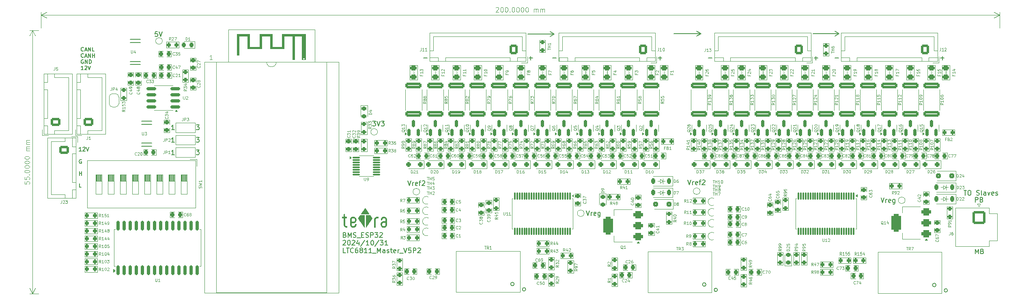
<source format=gbr>
%TF.GenerationSoftware,KiCad,Pcbnew,9.0.4*%
%TF.CreationDate,2025-10-02T14:04:05+09:00*%
%TF.ProjectId,LTC6811_ESP32_Master_V5P3,4c544336-3831-4315-9f45-535033325f4d,rev?*%
%TF.SameCoordinates,Original*%
%TF.FileFunction,Legend,Top*%
%TF.FilePolarity,Positive*%
%FSLAX46Y46*%
G04 Gerber Fmt 4.6, Leading zero omitted, Abs format (unit mm)*
G04 Created by KiCad (PCBNEW 9.0.4) date 2025-10-02 14:04:05*
%MOMM*%
%LPD*%
G01*
G04 APERTURE LIST*
G04 Aperture macros list*
%AMRoundRect*
0 Rectangle with rounded corners*
0 $1 Rounding radius*
0 $2 $3 $4 $5 $6 $7 $8 $9 X,Y pos of 4 corners*
0 Add a 4 corners polygon primitive as box body*
4,1,4,$2,$3,$4,$5,$6,$7,$8,$9,$2,$3,0*
0 Add four circle primitives for the rounded corners*
1,1,$1+$1,$2,$3*
1,1,$1+$1,$4,$5*
1,1,$1+$1,$6,$7*
1,1,$1+$1,$8,$9*
0 Add four rect primitives between the rounded corners*
20,1,$1+$1,$2,$3,$4,$5,0*
20,1,$1+$1,$4,$5,$6,$7,0*
20,1,$1+$1,$6,$7,$8,$9,0*
20,1,$1+$1,$8,$9,$2,$3,0*%
%AMFreePoly0*
4,1,23,0.500000,-0.750000,0.000000,-0.750000,0.000000,-0.745722,-0.065263,-0.745722,-0.191342,-0.711940,-0.304381,-0.646677,-0.396677,-0.554381,-0.461940,-0.441342,-0.495722,-0.315263,-0.495722,-0.250000,-0.500000,-0.250000,-0.500000,0.250000,-0.495722,0.250000,-0.495722,0.315263,-0.461940,0.441342,-0.396677,0.554381,-0.304381,0.646677,-0.191342,0.711940,-0.065263,0.745722,0.000000,0.745722,
0.000000,0.750000,0.500000,0.750000,0.500000,-0.750000,0.500000,-0.750000,$1*%
%AMFreePoly1*
4,1,23,0.000000,0.745722,0.065263,0.745722,0.191342,0.711940,0.304381,0.646677,0.396677,0.554381,0.461940,0.441342,0.495722,0.315263,0.495722,0.250000,0.500000,0.250000,0.500000,-0.250000,0.495722,-0.250000,0.495722,-0.315263,0.461940,-0.441342,0.396677,-0.554381,0.304381,-0.646677,0.191342,-0.711940,0.065263,-0.745722,0.000000,-0.745722,0.000000,-0.750000,-0.500000,-0.750000,
-0.500000,0.750000,0.000000,0.750000,0.000000,0.745722,0.000000,0.745722,$1*%
G04 Aperture macros list end*
%ADD10C,0.150000*%
%ADD11C,0.100000*%
%ADD12C,0.120000*%
%ADD13C,0.000000*%
%ADD14C,0.152400*%
%ADD15C,0.010000*%
%ADD16C,3.200000*%
%ADD17RoundRect,0.225000X0.225000X0.375000X-0.225000X0.375000X-0.225000X-0.375000X0.225000X-0.375000X0*%
%ADD18RoundRect,0.200000X-0.200000X-0.275000X0.200000X-0.275000X0.200000X0.275000X-0.200000X0.275000X0*%
%ADD19RoundRect,0.250000X0.725000X-0.600000X0.725000X0.600000X-0.725000X0.600000X-0.725000X-0.600000X0*%
%ADD20O,1.950000X1.700000*%
%ADD21R,1.600000X1.600000*%
%ADD22O,1.600000X1.600000*%
%ADD23RoundRect,0.218750X0.256250X-0.218750X0.256250X0.218750X-0.256250X0.218750X-0.256250X-0.218750X0*%
%ADD24RoundRect,0.200000X0.275000X-0.200000X0.275000X0.200000X-0.275000X0.200000X-0.275000X-0.200000X0*%
%ADD25RoundRect,0.200000X-0.275000X0.200000X-0.275000X-0.200000X0.275000X-0.200000X0.275000X0.200000X0*%
%ADD26RoundRect,0.200000X0.200000X0.275000X-0.200000X0.275000X-0.200000X-0.275000X0.200000X-0.275000X0*%
%ADD27RoundRect,0.225000X0.225000X0.250000X-0.225000X0.250000X-0.225000X-0.250000X0.225000X-0.250000X0*%
%ADD28R,1.000000X1.500000*%
%ADD29RoundRect,0.225000X-0.225000X-0.250000X0.225000X-0.250000X0.225000X0.250000X-0.225000X0.250000X0*%
%ADD30RoundRect,0.250000X0.250000X0.250000X-0.250000X0.250000X-0.250000X-0.250000X0.250000X-0.250000X0*%
%ADD31RoundRect,0.243750X-0.456250X0.243750X-0.456250X-0.243750X0.456250X-0.243750X0.456250X0.243750X0*%
%ADD32RoundRect,0.225000X0.250000X-0.225000X0.250000X0.225000X-0.250000X0.225000X-0.250000X-0.225000X0*%
%ADD33RoundRect,0.250000X-1.425000X0.362500X-1.425000X-0.362500X1.425000X-0.362500X1.425000X0.362500X0*%
%ADD34R,1.701800X0.711200*%
%ADD35R,6.223000X6.553200*%
%ADD36C,1.000000*%
%ADD37C,1.400000*%
%ADD38O,1.400000X1.400000*%
%ADD39RoundRect,0.225000X-0.250000X0.225000X-0.250000X-0.225000X0.250000X-0.225000X0.250000X0.225000X0*%
%ADD40R,1.950000X1.020000*%
%ADD41RoundRect,0.250000X0.300000X0.300000X-0.300000X0.300000X-0.300000X-0.300000X0.300000X-0.300000X0*%
%ADD42RoundRect,0.150000X0.150000X-0.587500X0.150000X0.587500X-0.150000X0.587500X-0.150000X-0.587500X0*%
%ADD43RoundRect,0.075000X-0.075000X0.662500X-0.075000X-0.662500X0.075000X-0.662500X0.075000X0.662500X0*%
%ADD44RoundRect,0.150000X0.150000X-0.875000X0.150000X0.875000X-0.150000X0.875000X-0.150000X-0.875000X0*%
%ADD45O,1.700000X1.950000*%
%ADD46RoundRect,0.250000X0.600000X0.725000X-0.600000X0.725000X-0.600000X-0.725000X0.600000X-0.725000X0*%
%ADD47RoundRect,0.218750X0.218750X0.256250X-0.218750X0.256250X-0.218750X-0.256250X0.218750X-0.256250X0*%
%ADD48RoundRect,0.250001X-1.099999X1.099999X-1.099999X-1.099999X1.099999X-1.099999X1.099999X1.099999X0*%
%ADD49C,2.700000*%
%ADD50RoundRect,0.218750X-0.256250X0.218750X-0.256250X-0.218750X0.256250X-0.218750X0.256250X0.218750X0*%
%ADD51RoundRect,0.375000X0.625000X0.375000X-0.625000X0.375000X-0.625000X-0.375000X0.625000X-0.375000X0*%
%ADD52RoundRect,0.500000X0.500000X1.400000X-0.500000X1.400000X-0.500000X-1.400000X0.500000X-1.400000X0*%
%ADD53FreePoly0,90.000000*%
%ADD54FreePoly1,90.000000*%
%ADD55RoundRect,0.150000X0.825000X0.150000X-0.825000X0.150000X-0.825000X-0.150000X0.825000X-0.150000X0*%
%ADD56RoundRect,0.075000X-0.650000X-0.075000X0.650000X-0.075000X0.650000X0.075000X-0.650000X0.075000X0*%
%ADD57RoundRect,0.250000X-0.725000X0.600000X-0.725000X-0.600000X0.725000X-0.600000X0.725000X0.600000X0*%
G04 APERTURE END LIST*
D10*
X8408207Y29805705D02*
X7951064Y29805705D01*
X8179636Y29805705D02*
X8179636Y30605705D01*
X8179636Y30605705D02*
X8103445Y30491420D01*
X8103445Y30491420D02*
X8027255Y30415229D01*
X8027255Y30415229D02*
X7951064Y30377134D01*
X8712969Y30529515D02*
X8751065Y30567610D01*
X8751065Y30567610D02*
X8827255Y30605705D01*
X8827255Y30605705D02*
X9017731Y30605705D01*
X9017731Y30605705D02*
X9093922Y30567610D01*
X9093922Y30567610D02*
X9132017Y30529515D01*
X9132017Y30529515D02*
X9170112Y30453324D01*
X9170112Y30453324D02*
X9170112Y30377134D01*
X9170112Y30377134D02*
X9132017Y30262848D01*
X9132017Y30262848D02*
X8674874Y29805705D01*
X8674874Y29805705D02*
X9170112Y29805705D01*
X9398684Y30605705D02*
X9665351Y29805705D01*
X9665351Y29805705D02*
X9932017Y30605705D01*
X137700000Y54300000D02*
X136800000Y53800000D01*
X166550000Y54300000D02*
X165650000Y53800000D01*
X106200000Y54750000D02*
X107100000Y54250000D01*
X165650000Y54800000D02*
X166550000Y54300000D01*
X107100000Y54250000D02*
X106200000Y53750000D01*
X136800000Y54800000D02*
X137700000Y54300000D01*
X132050000Y54300000D02*
X137550000Y54300000D01*
X101600000Y54250000D02*
X107100000Y54250000D01*
X161050000Y54300000D02*
X166550000Y54300000D01*
X8408207Y27967610D02*
X8332017Y28005705D01*
X8332017Y28005705D02*
X8217731Y28005705D01*
X8217731Y28005705D02*
X8103445Y27967610D01*
X8103445Y27967610D02*
X8027255Y27891420D01*
X8027255Y27891420D02*
X7989160Y27815229D01*
X7989160Y27815229D02*
X7951064Y27662848D01*
X7951064Y27662848D02*
X7951064Y27548562D01*
X7951064Y27548562D02*
X7989160Y27396181D01*
X7989160Y27396181D02*
X8027255Y27319991D01*
X8027255Y27319991D02*
X8103445Y27243800D01*
X8103445Y27243800D02*
X8217731Y27205705D01*
X8217731Y27205705D02*
X8293922Y27205705D01*
X8293922Y27205705D02*
X8408207Y27243800D01*
X8408207Y27243800D02*
X8446303Y27281896D01*
X8446303Y27281896D02*
X8446303Y27548562D01*
X8446303Y27548562D02*
X8293922Y27548562D01*
X106736779Y49211134D02*
X107498684Y49211134D01*
X8370112Y22205705D02*
X7989160Y22205705D01*
X7989160Y22205705D02*
X7989160Y23005705D01*
X139286779Y49211134D02*
X140048684Y49211134D01*
X101786779Y49211134D02*
X102548684Y49211134D01*
X102167731Y48830181D02*
X102167731Y49592086D01*
X128786779Y49211134D02*
X129548684Y49211134D01*
X129167731Y48830181D02*
X129167731Y49592086D01*
X194936779Y19130181D02*
X194936779Y20130181D01*
X194936779Y20130181D02*
X195317731Y20130181D01*
X195317731Y20130181D02*
X195412969Y20082562D01*
X195412969Y20082562D02*
X195460588Y20034943D01*
X195460588Y20034943D02*
X195508207Y19939705D01*
X195508207Y19939705D02*
X195508207Y19796848D01*
X195508207Y19796848D02*
X195460588Y19701610D01*
X195460588Y19701610D02*
X195412969Y19653991D01*
X195412969Y19653991D02*
X195317731Y19606372D01*
X195317731Y19606372D02*
X194936779Y19606372D01*
X196270112Y19653991D02*
X196412969Y19606372D01*
X196412969Y19606372D02*
X196460588Y19558753D01*
X196460588Y19558753D02*
X196508207Y19463515D01*
X196508207Y19463515D02*
X196508207Y19320658D01*
X196508207Y19320658D02*
X196460588Y19225420D01*
X196460588Y19225420D02*
X196412969Y19177800D01*
X196412969Y19177800D02*
X196317731Y19130181D01*
X196317731Y19130181D02*
X195936779Y19130181D01*
X195936779Y19130181D02*
X195936779Y20130181D01*
X195936779Y20130181D02*
X196270112Y20130181D01*
X196270112Y20130181D02*
X196365350Y20082562D01*
X196365350Y20082562D02*
X196412969Y20034943D01*
X196412969Y20034943D02*
X196460588Y19939705D01*
X196460588Y19939705D02*
X196460588Y19844467D01*
X196460588Y19844467D02*
X196412969Y19749229D01*
X196412969Y19749229D02*
X196365350Y19701610D01*
X196365350Y19701610D02*
X196270112Y19653991D01*
X196270112Y19653991D02*
X195936779Y19653991D01*
X8846303Y50733716D02*
X8808207Y50695620D01*
X8808207Y50695620D02*
X8693922Y50657525D01*
X8693922Y50657525D02*
X8617731Y50657525D01*
X8617731Y50657525D02*
X8503445Y50695620D01*
X8503445Y50695620D02*
X8427255Y50771811D01*
X8427255Y50771811D02*
X8389160Y50848001D01*
X8389160Y50848001D02*
X8351064Y51000382D01*
X8351064Y51000382D02*
X8351064Y51114668D01*
X8351064Y51114668D02*
X8389160Y51267049D01*
X8389160Y51267049D02*
X8427255Y51343240D01*
X8427255Y51343240D02*
X8503445Y51419430D01*
X8503445Y51419430D02*
X8617731Y51457525D01*
X8617731Y51457525D02*
X8693922Y51457525D01*
X8693922Y51457525D02*
X8808207Y51419430D01*
X8808207Y51419430D02*
X8846303Y51381335D01*
X9151064Y50886097D02*
X9532017Y50886097D01*
X9074874Y50657525D02*
X9341541Y51457525D01*
X9341541Y51457525D02*
X9608207Y50657525D01*
X9874874Y50657525D02*
X9874874Y51457525D01*
X9874874Y51457525D02*
X10332017Y50657525D01*
X10332017Y50657525D02*
X10332017Y51457525D01*
X11093921Y50657525D02*
X10712969Y50657525D01*
X10712969Y50657525D02*
X10712969Y51457525D01*
X8846303Y49445761D02*
X8808207Y49407665D01*
X8808207Y49407665D02*
X8693922Y49369570D01*
X8693922Y49369570D02*
X8617731Y49369570D01*
X8617731Y49369570D02*
X8503445Y49407665D01*
X8503445Y49407665D02*
X8427255Y49483856D01*
X8427255Y49483856D02*
X8389160Y49560046D01*
X8389160Y49560046D02*
X8351064Y49712427D01*
X8351064Y49712427D02*
X8351064Y49826713D01*
X8351064Y49826713D02*
X8389160Y49979094D01*
X8389160Y49979094D02*
X8427255Y50055285D01*
X8427255Y50055285D02*
X8503445Y50131475D01*
X8503445Y50131475D02*
X8617731Y50169570D01*
X8617731Y50169570D02*
X8693922Y50169570D01*
X8693922Y50169570D02*
X8808207Y50131475D01*
X8808207Y50131475D02*
X8846303Y50093380D01*
X9151064Y49598142D02*
X9532017Y49598142D01*
X9074874Y49369570D02*
X9341541Y50169570D01*
X9341541Y50169570D02*
X9608207Y49369570D01*
X9874874Y49369570D02*
X9874874Y50169570D01*
X9874874Y50169570D02*
X10332017Y49369570D01*
X10332017Y49369570D02*
X10332017Y50169570D01*
X10712969Y49369570D02*
X10712969Y50169570D01*
X10712969Y49788618D02*
X11170112Y49788618D01*
X11170112Y49369570D02*
X11170112Y50169570D01*
X8808207Y48843520D02*
X8732017Y48881615D01*
X8732017Y48881615D02*
X8617731Y48881615D01*
X8617731Y48881615D02*
X8503445Y48843520D01*
X8503445Y48843520D02*
X8427255Y48767330D01*
X8427255Y48767330D02*
X8389160Y48691139D01*
X8389160Y48691139D02*
X8351064Y48538758D01*
X8351064Y48538758D02*
X8351064Y48424472D01*
X8351064Y48424472D02*
X8389160Y48272091D01*
X8389160Y48272091D02*
X8427255Y48195901D01*
X8427255Y48195901D02*
X8503445Y48119710D01*
X8503445Y48119710D02*
X8617731Y48081615D01*
X8617731Y48081615D02*
X8693922Y48081615D01*
X8693922Y48081615D02*
X8808207Y48119710D01*
X8808207Y48119710D02*
X8846303Y48157806D01*
X8846303Y48157806D02*
X8846303Y48424472D01*
X8846303Y48424472D02*
X8693922Y48424472D01*
X9189160Y48081615D02*
X9189160Y48881615D01*
X9189160Y48881615D02*
X9646303Y48081615D01*
X9646303Y48081615D02*
X9646303Y48881615D01*
X10027255Y48081615D02*
X10027255Y48881615D01*
X10027255Y48881615D02*
X10217731Y48881615D01*
X10217731Y48881615D02*
X10332017Y48843520D01*
X10332017Y48843520D02*
X10408207Y48767330D01*
X10408207Y48767330D02*
X10446302Y48691139D01*
X10446302Y48691139D02*
X10484398Y48538758D01*
X10484398Y48538758D02*
X10484398Y48424472D01*
X10484398Y48424472D02*
X10446302Y48272091D01*
X10446302Y48272091D02*
X10408207Y48195901D01*
X10408207Y48195901D02*
X10332017Y48119710D01*
X10332017Y48119710D02*
X10217731Y48081615D01*
X10217731Y48081615D02*
X10027255Y48081615D01*
X8808207Y46793660D02*
X8351064Y46793660D01*
X8579636Y46793660D02*
X8579636Y47593660D01*
X8579636Y47593660D02*
X8503445Y47479375D01*
X8503445Y47479375D02*
X8427255Y47403184D01*
X8427255Y47403184D02*
X8351064Y47365089D01*
X9112969Y47517470D02*
X9151065Y47555565D01*
X9151065Y47555565D02*
X9227255Y47593660D01*
X9227255Y47593660D02*
X9417731Y47593660D01*
X9417731Y47593660D02*
X9493922Y47555565D01*
X9493922Y47555565D02*
X9532017Y47517470D01*
X9532017Y47517470D02*
X9570112Y47441279D01*
X9570112Y47441279D02*
X9570112Y47365089D01*
X9570112Y47365089D02*
X9532017Y47250803D01*
X9532017Y47250803D02*
X9074874Y46793660D01*
X9074874Y46793660D02*
X9570112Y46793660D01*
X9798684Y47593660D02*
X10065351Y46793660D01*
X10065351Y46793660D02*
X10332017Y47593660D01*
X194936779Y8330181D02*
X194936779Y9330181D01*
X194936779Y9330181D02*
X195270112Y8615896D01*
X195270112Y8615896D02*
X195603445Y9330181D01*
X195603445Y9330181D02*
X195603445Y8330181D01*
X196412969Y8853991D02*
X196555826Y8806372D01*
X196555826Y8806372D02*
X196603445Y8758753D01*
X196603445Y8758753D02*
X196651064Y8663515D01*
X196651064Y8663515D02*
X196651064Y8520658D01*
X196651064Y8520658D02*
X196603445Y8425420D01*
X196603445Y8425420D02*
X196555826Y8377800D01*
X196555826Y8377800D02*
X196460588Y8330181D01*
X196460588Y8330181D02*
X196079636Y8330181D01*
X196079636Y8330181D02*
X196079636Y9330181D01*
X196079636Y9330181D02*
X196412969Y9330181D01*
X196412969Y9330181D02*
X196508207Y9282562D01*
X196508207Y9282562D02*
X196555826Y9234943D01*
X196555826Y9234943D02*
X196603445Y9139705D01*
X196603445Y9139705D02*
X196603445Y9044467D01*
X196603445Y9044467D02*
X196555826Y8949229D01*
X196555826Y8949229D02*
X196508207Y8901610D01*
X196508207Y8901610D02*
X196412969Y8853991D01*
X196412969Y8853991D02*
X196079636Y8853991D01*
X161336779Y49211134D02*
X162098684Y49211134D01*
X161717731Y48830181D02*
X161717731Y49592086D01*
X187686779Y49211134D02*
X188448684Y49211134D01*
X188067731Y48830181D02*
X188067731Y49592086D01*
X7989160Y24705705D02*
X7989160Y25505705D01*
X7989160Y25124753D02*
X8446303Y25124753D01*
X8446303Y24705705D02*
X8446303Y25505705D01*
X63370112Y12273879D02*
X63512969Y12226260D01*
X63512969Y12226260D02*
X63560588Y12178641D01*
X63560588Y12178641D02*
X63608207Y12083403D01*
X63608207Y12083403D02*
X63608207Y11940546D01*
X63608207Y11940546D02*
X63560588Y11845308D01*
X63560588Y11845308D02*
X63512969Y11797688D01*
X63512969Y11797688D02*
X63417731Y11750069D01*
X63417731Y11750069D02*
X63036779Y11750069D01*
X63036779Y11750069D02*
X63036779Y12750069D01*
X63036779Y12750069D02*
X63370112Y12750069D01*
X63370112Y12750069D02*
X63465350Y12702450D01*
X63465350Y12702450D02*
X63512969Y12654831D01*
X63512969Y12654831D02*
X63560588Y12559593D01*
X63560588Y12559593D02*
X63560588Y12464355D01*
X63560588Y12464355D02*
X63512969Y12369117D01*
X63512969Y12369117D02*
X63465350Y12321498D01*
X63465350Y12321498D02*
X63370112Y12273879D01*
X63370112Y12273879D02*
X63036779Y12273879D01*
X64036779Y11750069D02*
X64036779Y12750069D01*
X64036779Y12750069D02*
X64370112Y12035784D01*
X64370112Y12035784D02*
X64703445Y12750069D01*
X64703445Y12750069D02*
X64703445Y11750069D01*
X65132017Y11797688D02*
X65274874Y11750069D01*
X65274874Y11750069D02*
X65512969Y11750069D01*
X65512969Y11750069D02*
X65608207Y11797688D01*
X65608207Y11797688D02*
X65655826Y11845308D01*
X65655826Y11845308D02*
X65703445Y11940546D01*
X65703445Y11940546D02*
X65703445Y12035784D01*
X65703445Y12035784D02*
X65655826Y12131022D01*
X65655826Y12131022D02*
X65608207Y12178641D01*
X65608207Y12178641D02*
X65512969Y12226260D01*
X65512969Y12226260D02*
X65322493Y12273879D01*
X65322493Y12273879D02*
X65227255Y12321498D01*
X65227255Y12321498D02*
X65179636Y12369117D01*
X65179636Y12369117D02*
X65132017Y12464355D01*
X65132017Y12464355D02*
X65132017Y12559593D01*
X65132017Y12559593D02*
X65179636Y12654831D01*
X65179636Y12654831D02*
X65227255Y12702450D01*
X65227255Y12702450D02*
X65322493Y12750069D01*
X65322493Y12750069D02*
X65560588Y12750069D01*
X65560588Y12750069D02*
X65703445Y12702450D01*
X65893922Y11654831D02*
X66655826Y11654831D01*
X66893922Y12273879D02*
X67227255Y12273879D01*
X67370112Y11750069D02*
X66893922Y11750069D01*
X66893922Y11750069D02*
X66893922Y12750069D01*
X66893922Y12750069D02*
X67370112Y12750069D01*
X67751065Y11797688D02*
X67893922Y11750069D01*
X67893922Y11750069D02*
X68132017Y11750069D01*
X68132017Y11750069D02*
X68227255Y11797688D01*
X68227255Y11797688D02*
X68274874Y11845308D01*
X68274874Y11845308D02*
X68322493Y11940546D01*
X68322493Y11940546D02*
X68322493Y12035784D01*
X68322493Y12035784D02*
X68274874Y12131022D01*
X68274874Y12131022D02*
X68227255Y12178641D01*
X68227255Y12178641D02*
X68132017Y12226260D01*
X68132017Y12226260D02*
X67941541Y12273879D01*
X67941541Y12273879D02*
X67846303Y12321498D01*
X67846303Y12321498D02*
X67798684Y12369117D01*
X67798684Y12369117D02*
X67751065Y12464355D01*
X67751065Y12464355D02*
X67751065Y12559593D01*
X67751065Y12559593D02*
X67798684Y12654831D01*
X67798684Y12654831D02*
X67846303Y12702450D01*
X67846303Y12702450D02*
X67941541Y12750069D01*
X67941541Y12750069D02*
X68179636Y12750069D01*
X68179636Y12750069D02*
X68322493Y12702450D01*
X68751065Y11750069D02*
X68751065Y12750069D01*
X68751065Y12750069D02*
X69132017Y12750069D01*
X69132017Y12750069D02*
X69227255Y12702450D01*
X69227255Y12702450D02*
X69274874Y12654831D01*
X69274874Y12654831D02*
X69322493Y12559593D01*
X69322493Y12559593D02*
X69322493Y12416736D01*
X69322493Y12416736D02*
X69274874Y12321498D01*
X69274874Y12321498D02*
X69227255Y12273879D01*
X69227255Y12273879D02*
X69132017Y12226260D01*
X69132017Y12226260D02*
X68751065Y12226260D01*
X69655827Y12750069D02*
X70274874Y12750069D01*
X70274874Y12750069D02*
X69941541Y12369117D01*
X69941541Y12369117D02*
X70084398Y12369117D01*
X70084398Y12369117D02*
X70179636Y12321498D01*
X70179636Y12321498D02*
X70227255Y12273879D01*
X70227255Y12273879D02*
X70274874Y12178641D01*
X70274874Y12178641D02*
X70274874Y11940546D01*
X70274874Y11940546D02*
X70227255Y11845308D01*
X70227255Y11845308D02*
X70179636Y11797688D01*
X70179636Y11797688D02*
X70084398Y11750069D01*
X70084398Y11750069D02*
X69798684Y11750069D01*
X69798684Y11750069D02*
X69703446Y11797688D01*
X69703446Y11797688D02*
X69655827Y11845308D01*
X70655827Y12654831D02*
X70703446Y12702450D01*
X70703446Y12702450D02*
X70798684Y12750069D01*
X70798684Y12750069D02*
X71036779Y12750069D01*
X71036779Y12750069D02*
X71132017Y12702450D01*
X71132017Y12702450D02*
X71179636Y12654831D01*
X71179636Y12654831D02*
X71227255Y12559593D01*
X71227255Y12559593D02*
X71227255Y12464355D01*
X71227255Y12464355D02*
X71179636Y12321498D01*
X71179636Y12321498D02*
X70608208Y11750069D01*
X70608208Y11750069D02*
X71227255Y11750069D01*
X62989160Y11044887D02*
X63036779Y11092506D01*
X63036779Y11092506D02*
X63132017Y11140125D01*
X63132017Y11140125D02*
X63370112Y11140125D01*
X63370112Y11140125D02*
X63465350Y11092506D01*
X63465350Y11092506D02*
X63512969Y11044887D01*
X63512969Y11044887D02*
X63560588Y10949649D01*
X63560588Y10949649D02*
X63560588Y10854411D01*
X63560588Y10854411D02*
X63512969Y10711554D01*
X63512969Y10711554D02*
X62941541Y10140125D01*
X62941541Y10140125D02*
X63560588Y10140125D01*
X64179636Y11140125D02*
X64274874Y11140125D01*
X64274874Y11140125D02*
X64370112Y11092506D01*
X64370112Y11092506D02*
X64417731Y11044887D01*
X64417731Y11044887D02*
X64465350Y10949649D01*
X64465350Y10949649D02*
X64512969Y10759173D01*
X64512969Y10759173D02*
X64512969Y10521078D01*
X64512969Y10521078D02*
X64465350Y10330602D01*
X64465350Y10330602D02*
X64417731Y10235364D01*
X64417731Y10235364D02*
X64370112Y10187744D01*
X64370112Y10187744D02*
X64274874Y10140125D01*
X64274874Y10140125D02*
X64179636Y10140125D01*
X64179636Y10140125D02*
X64084398Y10187744D01*
X64084398Y10187744D02*
X64036779Y10235364D01*
X64036779Y10235364D02*
X63989160Y10330602D01*
X63989160Y10330602D02*
X63941541Y10521078D01*
X63941541Y10521078D02*
X63941541Y10759173D01*
X63941541Y10759173D02*
X63989160Y10949649D01*
X63989160Y10949649D02*
X64036779Y11044887D01*
X64036779Y11044887D02*
X64084398Y11092506D01*
X64084398Y11092506D02*
X64179636Y11140125D01*
X64893922Y11044887D02*
X64941541Y11092506D01*
X64941541Y11092506D02*
X65036779Y11140125D01*
X65036779Y11140125D02*
X65274874Y11140125D01*
X65274874Y11140125D02*
X65370112Y11092506D01*
X65370112Y11092506D02*
X65417731Y11044887D01*
X65417731Y11044887D02*
X65465350Y10949649D01*
X65465350Y10949649D02*
X65465350Y10854411D01*
X65465350Y10854411D02*
X65417731Y10711554D01*
X65417731Y10711554D02*
X64846303Y10140125D01*
X64846303Y10140125D02*
X65465350Y10140125D01*
X66322493Y10806792D02*
X66322493Y10140125D01*
X66084398Y11187744D02*
X65846303Y10473459D01*
X65846303Y10473459D02*
X66465350Y10473459D01*
X67560588Y11187744D02*
X66703446Y9902030D01*
X68417731Y10140125D02*
X67846303Y10140125D01*
X68132017Y10140125D02*
X68132017Y11140125D01*
X68132017Y11140125D02*
X68036779Y10997268D01*
X68036779Y10997268D02*
X67941541Y10902030D01*
X67941541Y10902030D02*
X67846303Y10854411D01*
X69036779Y11140125D02*
X69132017Y11140125D01*
X69132017Y11140125D02*
X69227255Y11092506D01*
X69227255Y11092506D02*
X69274874Y11044887D01*
X69274874Y11044887D02*
X69322493Y10949649D01*
X69322493Y10949649D02*
X69370112Y10759173D01*
X69370112Y10759173D02*
X69370112Y10521078D01*
X69370112Y10521078D02*
X69322493Y10330602D01*
X69322493Y10330602D02*
X69274874Y10235364D01*
X69274874Y10235364D02*
X69227255Y10187744D01*
X69227255Y10187744D02*
X69132017Y10140125D01*
X69132017Y10140125D02*
X69036779Y10140125D01*
X69036779Y10140125D02*
X68941541Y10187744D01*
X68941541Y10187744D02*
X68893922Y10235364D01*
X68893922Y10235364D02*
X68846303Y10330602D01*
X68846303Y10330602D02*
X68798684Y10521078D01*
X68798684Y10521078D02*
X68798684Y10759173D01*
X68798684Y10759173D02*
X68846303Y10949649D01*
X68846303Y10949649D02*
X68893922Y11044887D01*
X68893922Y11044887D02*
X68941541Y11092506D01*
X68941541Y11092506D02*
X69036779Y11140125D01*
X70512969Y11187744D02*
X69655827Y9902030D01*
X70751065Y11140125D02*
X71370112Y11140125D01*
X71370112Y11140125D02*
X71036779Y10759173D01*
X71036779Y10759173D02*
X71179636Y10759173D01*
X71179636Y10759173D02*
X71274874Y10711554D01*
X71274874Y10711554D02*
X71322493Y10663935D01*
X71322493Y10663935D02*
X71370112Y10568697D01*
X71370112Y10568697D02*
X71370112Y10330602D01*
X71370112Y10330602D02*
X71322493Y10235364D01*
X71322493Y10235364D02*
X71274874Y10187744D01*
X71274874Y10187744D02*
X71179636Y10140125D01*
X71179636Y10140125D02*
X70893922Y10140125D01*
X70893922Y10140125D02*
X70798684Y10187744D01*
X70798684Y10187744D02*
X70751065Y10235364D01*
X72322493Y10140125D02*
X71751065Y10140125D01*
X72036779Y10140125D02*
X72036779Y11140125D01*
X72036779Y11140125D02*
X71941541Y10997268D01*
X71941541Y10997268D02*
X71846303Y10902030D01*
X71846303Y10902030D02*
X71751065Y10854411D01*
X63512969Y8530181D02*
X63036779Y8530181D01*
X63036779Y8530181D02*
X63036779Y9530181D01*
X63703446Y9530181D02*
X64274874Y9530181D01*
X63989160Y8530181D02*
X63989160Y9530181D01*
X65179636Y8625420D02*
X65132017Y8577800D01*
X65132017Y8577800D02*
X64989160Y8530181D01*
X64989160Y8530181D02*
X64893922Y8530181D01*
X64893922Y8530181D02*
X64751065Y8577800D01*
X64751065Y8577800D02*
X64655827Y8673039D01*
X64655827Y8673039D02*
X64608208Y8768277D01*
X64608208Y8768277D02*
X64560589Y8958753D01*
X64560589Y8958753D02*
X64560589Y9101610D01*
X64560589Y9101610D02*
X64608208Y9292086D01*
X64608208Y9292086D02*
X64655827Y9387324D01*
X64655827Y9387324D02*
X64751065Y9482562D01*
X64751065Y9482562D02*
X64893922Y9530181D01*
X64893922Y9530181D02*
X64989160Y9530181D01*
X64989160Y9530181D02*
X65132017Y9482562D01*
X65132017Y9482562D02*
X65179636Y9434943D01*
X66036779Y9530181D02*
X65846303Y9530181D01*
X65846303Y9530181D02*
X65751065Y9482562D01*
X65751065Y9482562D02*
X65703446Y9434943D01*
X65703446Y9434943D02*
X65608208Y9292086D01*
X65608208Y9292086D02*
X65560589Y9101610D01*
X65560589Y9101610D02*
X65560589Y8720658D01*
X65560589Y8720658D02*
X65608208Y8625420D01*
X65608208Y8625420D02*
X65655827Y8577800D01*
X65655827Y8577800D02*
X65751065Y8530181D01*
X65751065Y8530181D02*
X65941541Y8530181D01*
X65941541Y8530181D02*
X66036779Y8577800D01*
X66036779Y8577800D02*
X66084398Y8625420D01*
X66084398Y8625420D02*
X66132017Y8720658D01*
X66132017Y8720658D02*
X66132017Y8958753D01*
X66132017Y8958753D02*
X66084398Y9053991D01*
X66084398Y9053991D02*
X66036779Y9101610D01*
X66036779Y9101610D02*
X65941541Y9149229D01*
X65941541Y9149229D02*
X65751065Y9149229D01*
X65751065Y9149229D02*
X65655827Y9101610D01*
X65655827Y9101610D02*
X65608208Y9053991D01*
X65608208Y9053991D02*
X65560589Y8958753D01*
X66703446Y9101610D02*
X66608208Y9149229D01*
X66608208Y9149229D02*
X66560589Y9196848D01*
X66560589Y9196848D02*
X66512970Y9292086D01*
X66512970Y9292086D02*
X66512970Y9339705D01*
X66512970Y9339705D02*
X66560589Y9434943D01*
X66560589Y9434943D02*
X66608208Y9482562D01*
X66608208Y9482562D02*
X66703446Y9530181D01*
X66703446Y9530181D02*
X66893922Y9530181D01*
X66893922Y9530181D02*
X66989160Y9482562D01*
X66989160Y9482562D02*
X67036779Y9434943D01*
X67036779Y9434943D02*
X67084398Y9339705D01*
X67084398Y9339705D02*
X67084398Y9292086D01*
X67084398Y9292086D02*
X67036779Y9196848D01*
X67036779Y9196848D02*
X66989160Y9149229D01*
X66989160Y9149229D02*
X66893922Y9101610D01*
X66893922Y9101610D02*
X66703446Y9101610D01*
X66703446Y9101610D02*
X66608208Y9053991D01*
X66608208Y9053991D02*
X66560589Y9006372D01*
X66560589Y9006372D02*
X66512970Y8911134D01*
X66512970Y8911134D02*
X66512970Y8720658D01*
X66512970Y8720658D02*
X66560589Y8625420D01*
X66560589Y8625420D02*
X66608208Y8577800D01*
X66608208Y8577800D02*
X66703446Y8530181D01*
X66703446Y8530181D02*
X66893922Y8530181D01*
X66893922Y8530181D02*
X66989160Y8577800D01*
X66989160Y8577800D02*
X67036779Y8625420D01*
X67036779Y8625420D02*
X67084398Y8720658D01*
X67084398Y8720658D02*
X67084398Y8911134D01*
X67084398Y8911134D02*
X67036779Y9006372D01*
X67036779Y9006372D02*
X66989160Y9053991D01*
X66989160Y9053991D02*
X66893922Y9101610D01*
X68036779Y8530181D02*
X67465351Y8530181D01*
X67751065Y8530181D02*
X67751065Y9530181D01*
X67751065Y9530181D02*
X67655827Y9387324D01*
X67655827Y9387324D02*
X67560589Y9292086D01*
X67560589Y9292086D02*
X67465351Y9244467D01*
X68989160Y8530181D02*
X68417732Y8530181D01*
X68703446Y8530181D02*
X68703446Y9530181D01*
X68703446Y9530181D02*
X68608208Y9387324D01*
X68608208Y9387324D02*
X68512970Y9292086D01*
X68512970Y9292086D02*
X68417732Y9244467D01*
X69179637Y8434943D02*
X69941541Y8434943D01*
X70179637Y8530181D02*
X70179637Y9530181D01*
X70179637Y9530181D02*
X70512970Y8815896D01*
X70512970Y8815896D02*
X70846303Y9530181D01*
X70846303Y9530181D02*
X70846303Y8530181D01*
X71751065Y8530181D02*
X71751065Y9053991D01*
X71751065Y9053991D02*
X71703446Y9149229D01*
X71703446Y9149229D02*
X71608208Y9196848D01*
X71608208Y9196848D02*
X71417732Y9196848D01*
X71417732Y9196848D02*
X71322494Y9149229D01*
X71751065Y8577800D02*
X71655827Y8530181D01*
X71655827Y8530181D02*
X71417732Y8530181D01*
X71417732Y8530181D02*
X71322494Y8577800D01*
X71322494Y8577800D02*
X71274875Y8673039D01*
X71274875Y8673039D02*
X71274875Y8768277D01*
X71274875Y8768277D02*
X71322494Y8863515D01*
X71322494Y8863515D02*
X71417732Y8911134D01*
X71417732Y8911134D02*
X71655827Y8911134D01*
X71655827Y8911134D02*
X71751065Y8958753D01*
X72179637Y8577800D02*
X72274875Y8530181D01*
X72274875Y8530181D02*
X72465351Y8530181D01*
X72465351Y8530181D02*
X72560589Y8577800D01*
X72560589Y8577800D02*
X72608208Y8673039D01*
X72608208Y8673039D02*
X72608208Y8720658D01*
X72608208Y8720658D02*
X72560589Y8815896D01*
X72560589Y8815896D02*
X72465351Y8863515D01*
X72465351Y8863515D02*
X72322494Y8863515D01*
X72322494Y8863515D02*
X72227256Y8911134D01*
X72227256Y8911134D02*
X72179637Y9006372D01*
X72179637Y9006372D02*
X72179637Y9053991D01*
X72179637Y9053991D02*
X72227256Y9149229D01*
X72227256Y9149229D02*
X72322494Y9196848D01*
X72322494Y9196848D02*
X72465351Y9196848D01*
X72465351Y9196848D02*
X72560589Y9149229D01*
X72893923Y9196848D02*
X73274875Y9196848D01*
X73036780Y9530181D02*
X73036780Y8673039D01*
X73036780Y8673039D02*
X73084399Y8577800D01*
X73084399Y8577800D02*
X73179637Y8530181D01*
X73179637Y8530181D02*
X73274875Y8530181D01*
X73989161Y8577800D02*
X73893923Y8530181D01*
X73893923Y8530181D02*
X73703447Y8530181D01*
X73703447Y8530181D02*
X73608209Y8577800D01*
X73608209Y8577800D02*
X73560590Y8673039D01*
X73560590Y8673039D02*
X73560590Y9053991D01*
X73560590Y9053991D02*
X73608209Y9149229D01*
X73608209Y9149229D02*
X73703447Y9196848D01*
X73703447Y9196848D02*
X73893923Y9196848D01*
X73893923Y9196848D02*
X73989161Y9149229D01*
X73989161Y9149229D02*
X74036780Y9053991D01*
X74036780Y9053991D02*
X74036780Y8958753D01*
X74036780Y8958753D02*
X73560590Y8863515D01*
X74465352Y8530181D02*
X74465352Y9196848D01*
X74465352Y9006372D02*
X74512971Y9101610D01*
X74512971Y9101610D02*
X74560590Y9149229D01*
X74560590Y9149229D02*
X74655828Y9196848D01*
X74655828Y9196848D02*
X74751066Y9196848D01*
X74846305Y8434943D02*
X75608209Y8434943D01*
X75703448Y9530181D02*
X76036781Y8530181D01*
X76036781Y8530181D02*
X76370114Y9530181D01*
X77179638Y9530181D02*
X76703448Y9530181D01*
X76703448Y9530181D02*
X76655829Y9053991D01*
X76655829Y9053991D02*
X76703448Y9101610D01*
X76703448Y9101610D02*
X76798686Y9149229D01*
X76798686Y9149229D02*
X77036781Y9149229D01*
X77036781Y9149229D02*
X77132019Y9101610D01*
X77132019Y9101610D02*
X77179638Y9053991D01*
X77179638Y9053991D02*
X77227257Y8958753D01*
X77227257Y8958753D02*
X77227257Y8720658D01*
X77227257Y8720658D02*
X77179638Y8625420D01*
X77179638Y8625420D02*
X77132019Y8577800D01*
X77132019Y8577800D02*
X77036781Y8530181D01*
X77036781Y8530181D02*
X76798686Y8530181D01*
X76798686Y8530181D02*
X76703448Y8577800D01*
X76703448Y8577800D02*
X76655829Y8625420D01*
X77655829Y8530181D02*
X77655829Y9530181D01*
X77655829Y9530181D02*
X78036781Y9530181D01*
X78036781Y9530181D02*
X78132019Y9482562D01*
X78132019Y9482562D02*
X78179638Y9434943D01*
X78179638Y9434943D02*
X78227257Y9339705D01*
X78227257Y9339705D02*
X78227257Y9196848D01*
X78227257Y9196848D02*
X78179638Y9101610D01*
X78179638Y9101610D02*
X78132019Y9053991D01*
X78132019Y9053991D02*
X78036781Y9006372D01*
X78036781Y9006372D02*
X77655829Y9006372D01*
X78608210Y9434943D02*
X78655829Y9482562D01*
X78655829Y9482562D02*
X78751067Y9530181D01*
X78751067Y9530181D02*
X78989162Y9530181D01*
X78989162Y9530181D02*
X79084400Y9482562D01*
X79084400Y9482562D02*
X79132019Y9434943D01*
X79132019Y9434943D02*
X79179638Y9339705D01*
X79179638Y9339705D02*
X79179638Y9244467D01*
X79179638Y9244467D02*
X79132019Y9101610D01*
X79132019Y9101610D02*
X78560591Y8530181D01*
X78560591Y8530181D02*
X79179638Y8530181D01*
X165636779Y49211134D02*
X166398684Y49211134D01*
X79836779Y49211134D02*
X80598684Y49211134D01*
X192543922Y21580181D02*
X193115350Y21580181D01*
X192829636Y20580181D02*
X192829636Y21580181D01*
X193639160Y21580181D02*
X193829636Y21580181D01*
X193829636Y21580181D02*
X193924874Y21532562D01*
X193924874Y21532562D02*
X194020112Y21437324D01*
X194020112Y21437324D02*
X194067731Y21246848D01*
X194067731Y21246848D02*
X194067731Y20913515D01*
X194067731Y20913515D02*
X194020112Y20723039D01*
X194020112Y20723039D02*
X193924874Y20627800D01*
X193924874Y20627800D02*
X193829636Y20580181D01*
X193829636Y20580181D02*
X193639160Y20580181D01*
X193639160Y20580181D02*
X193543922Y20627800D01*
X193543922Y20627800D02*
X193448684Y20723039D01*
X193448684Y20723039D02*
X193401065Y20913515D01*
X193401065Y20913515D02*
X193401065Y21246848D01*
X193401065Y21246848D02*
X193448684Y21437324D01*
X193448684Y21437324D02*
X193543922Y21532562D01*
X193543922Y21532562D02*
X193639160Y21580181D01*
X195210589Y20627800D02*
X195353446Y20580181D01*
X195353446Y20580181D02*
X195591541Y20580181D01*
X195591541Y20580181D02*
X195686779Y20627800D01*
X195686779Y20627800D02*
X195734398Y20675420D01*
X195734398Y20675420D02*
X195782017Y20770658D01*
X195782017Y20770658D02*
X195782017Y20865896D01*
X195782017Y20865896D02*
X195734398Y20961134D01*
X195734398Y20961134D02*
X195686779Y21008753D01*
X195686779Y21008753D02*
X195591541Y21056372D01*
X195591541Y21056372D02*
X195401065Y21103991D01*
X195401065Y21103991D02*
X195305827Y21151610D01*
X195305827Y21151610D02*
X195258208Y21199229D01*
X195258208Y21199229D02*
X195210589Y21294467D01*
X195210589Y21294467D02*
X195210589Y21389705D01*
X195210589Y21389705D02*
X195258208Y21484943D01*
X195258208Y21484943D02*
X195305827Y21532562D01*
X195305827Y21532562D02*
X195401065Y21580181D01*
X195401065Y21580181D02*
X195639160Y21580181D01*
X195639160Y21580181D02*
X195782017Y21532562D01*
X196353446Y20580181D02*
X196258208Y20627800D01*
X196258208Y20627800D02*
X196210589Y20723039D01*
X196210589Y20723039D02*
X196210589Y21580181D01*
X197162970Y20580181D02*
X197162970Y21103991D01*
X197162970Y21103991D02*
X197115351Y21199229D01*
X197115351Y21199229D02*
X197020113Y21246848D01*
X197020113Y21246848D02*
X196829637Y21246848D01*
X196829637Y21246848D02*
X196734399Y21199229D01*
X197162970Y20627800D02*
X197067732Y20580181D01*
X197067732Y20580181D02*
X196829637Y20580181D01*
X196829637Y20580181D02*
X196734399Y20627800D01*
X196734399Y20627800D02*
X196686780Y20723039D01*
X196686780Y20723039D02*
X196686780Y20818277D01*
X196686780Y20818277D02*
X196734399Y20913515D01*
X196734399Y20913515D02*
X196829637Y20961134D01*
X196829637Y20961134D02*
X197067732Y20961134D01*
X197067732Y20961134D02*
X197162970Y21008753D01*
X197543923Y21246848D02*
X197782018Y20580181D01*
X197782018Y20580181D02*
X198020113Y21246848D01*
X198782018Y20627800D02*
X198686780Y20580181D01*
X198686780Y20580181D02*
X198496304Y20580181D01*
X198496304Y20580181D02*
X198401066Y20627800D01*
X198401066Y20627800D02*
X198353447Y20723039D01*
X198353447Y20723039D02*
X198353447Y21103991D01*
X198353447Y21103991D02*
X198401066Y21199229D01*
X198401066Y21199229D02*
X198496304Y21246848D01*
X198496304Y21246848D02*
X198686780Y21246848D01*
X198686780Y21246848D02*
X198782018Y21199229D01*
X198782018Y21199229D02*
X198829637Y21103991D01*
X198829637Y21103991D02*
X198829637Y21008753D01*
X198829637Y21008753D02*
X198353447Y20913515D01*
X199210590Y20627800D02*
X199305828Y20580181D01*
X199305828Y20580181D02*
X199496304Y20580181D01*
X199496304Y20580181D02*
X199591542Y20627800D01*
X199591542Y20627800D02*
X199639161Y20723039D01*
X199639161Y20723039D02*
X199639161Y20770658D01*
X199639161Y20770658D02*
X199591542Y20865896D01*
X199591542Y20865896D02*
X199496304Y20913515D01*
X199496304Y20913515D02*
X199353447Y20913515D01*
X199353447Y20913515D02*
X199258209Y20961134D01*
X199258209Y20961134D02*
X199210590Y21056372D01*
X199210590Y21056372D02*
X199210590Y21103991D01*
X199210590Y21103991D02*
X199258209Y21199229D01*
X199258209Y21199229D02*
X199353447Y21246848D01*
X199353447Y21246848D02*
X199496304Y21246848D01*
X199496304Y21246848D02*
X199591542Y21199229D01*
D11*
X94904762Y59747343D02*
X94952381Y59794962D01*
X94952381Y59794962D02*
X95047619Y59842581D01*
X95047619Y59842581D02*
X95285714Y59842581D01*
X95285714Y59842581D02*
X95380952Y59794962D01*
X95380952Y59794962D02*
X95428571Y59747343D01*
X95428571Y59747343D02*
X95476190Y59652105D01*
X95476190Y59652105D02*
X95476190Y59556867D01*
X95476190Y59556867D02*
X95428571Y59414010D01*
X95428571Y59414010D02*
X94857143Y58842581D01*
X94857143Y58842581D02*
X95476190Y58842581D01*
X96095238Y59842581D02*
X96190476Y59842581D01*
X96190476Y59842581D02*
X96285714Y59794962D01*
X96285714Y59794962D02*
X96333333Y59747343D01*
X96333333Y59747343D02*
X96380952Y59652105D01*
X96380952Y59652105D02*
X96428571Y59461629D01*
X96428571Y59461629D02*
X96428571Y59223534D01*
X96428571Y59223534D02*
X96380952Y59033058D01*
X96380952Y59033058D02*
X96333333Y58937820D01*
X96333333Y58937820D02*
X96285714Y58890200D01*
X96285714Y58890200D02*
X96190476Y58842581D01*
X96190476Y58842581D02*
X96095238Y58842581D01*
X96095238Y58842581D02*
X96000000Y58890200D01*
X96000000Y58890200D02*
X95952381Y58937820D01*
X95952381Y58937820D02*
X95904762Y59033058D01*
X95904762Y59033058D02*
X95857143Y59223534D01*
X95857143Y59223534D02*
X95857143Y59461629D01*
X95857143Y59461629D02*
X95904762Y59652105D01*
X95904762Y59652105D02*
X95952381Y59747343D01*
X95952381Y59747343D02*
X96000000Y59794962D01*
X96000000Y59794962D02*
X96095238Y59842581D01*
X97047619Y59842581D02*
X97142857Y59842581D01*
X97142857Y59842581D02*
X97238095Y59794962D01*
X97238095Y59794962D02*
X97285714Y59747343D01*
X97285714Y59747343D02*
X97333333Y59652105D01*
X97333333Y59652105D02*
X97380952Y59461629D01*
X97380952Y59461629D02*
X97380952Y59223534D01*
X97380952Y59223534D02*
X97333333Y59033058D01*
X97333333Y59033058D02*
X97285714Y58937820D01*
X97285714Y58937820D02*
X97238095Y58890200D01*
X97238095Y58890200D02*
X97142857Y58842581D01*
X97142857Y58842581D02*
X97047619Y58842581D01*
X97047619Y58842581D02*
X96952381Y58890200D01*
X96952381Y58890200D02*
X96904762Y58937820D01*
X96904762Y58937820D02*
X96857143Y59033058D01*
X96857143Y59033058D02*
X96809524Y59223534D01*
X96809524Y59223534D02*
X96809524Y59461629D01*
X96809524Y59461629D02*
X96857143Y59652105D01*
X96857143Y59652105D02*
X96904762Y59747343D01*
X96904762Y59747343D02*
X96952381Y59794962D01*
X96952381Y59794962D02*
X97047619Y59842581D01*
X97809524Y58937820D02*
X97857143Y58890200D01*
X97857143Y58890200D02*
X97809524Y58842581D01*
X97809524Y58842581D02*
X97761905Y58890200D01*
X97761905Y58890200D02*
X97809524Y58937820D01*
X97809524Y58937820D02*
X97809524Y58842581D01*
X98476190Y59842581D02*
X98571428Y59842581D01*
X98571428Y59842581D02*
X98666666Y59794962D01*
X98666666Y59794962D02*
X98714285Y59747343D01*
X98714285Y59747343D02*
X98761904Y59652105D01*
X98761904Y59652105D02*
X98809523Y59461629D01*
X98809523Y59461629D02*
X98809523Y59223534D01*
X98809523Y59223534D02*
X98761904Y59033058D01*
X98761904Y59033058D02*
X98714285Y58937820D01*
X98714285Y58937820D02*
X98666666Y58890200D01*
X98666666Y58890200D02*
X98571428Y58842581D01*
X98571428Y58842581D02*
X98476190Y58842581D01*
X98476190Y58842581D02*
X98380952Y58890200D01*
X98380952Y58890200D02*
X98333333Y58937820D01*
X98333333Y58937820D02*
X98285714Y59033058D01*
X98285714Y59033058D02*
X98238095Y59223534D01*
X98238095Y59223534D02*
X98238095Y59461629D01*
X98238095Y59461629D02*
X98285714Y59652105D01*
X98285714Y59652105D02*
X98333333Y59747343D01*
X98333333Y59747343D02*
X98380952Y59794962D01*
X98380952Y59794962D02*
X98476190Y59842581D01*
X99428571Y59842581D02*
X99523809Y59842581D01*
X99523809Y59842581D02*
X99619047Y59794962D01*
X99619047Y59794962D02*
X99666666Y59747343D01*
X99666666Y59747343D02*
X99714285Y59652105D01*
X99714285Y59652105D02*
X99761904Y59461629D01*
X99761904Y59461629D02*
X99761904Y59223534D01*
X99761904Y59223534D02*
X99714285Y59033058D01*
X99714285Y59033058D02*
X99666666Y58937820D01*
X99666666Y58937820D02*
X99619047Y58890200D01*
X99619047Y58890200D02*
X99523809Y58842581D01*
X99523809Y58842581D02*
X99428571Y58842581D01*
X99428571Y58842581D02*
X99333333Y58890200D01*
X99333333Y58890200D02*
X99285714Y58937820D01*
X99285714Y58937820D02*
X99238095Y59033058D01*
X99238095Y59033058D02*
X99190476Y59223534D01*
X99190476Y59223534D02*
X99190476Y59461629D01*
X99190476Y59461629D02*
X99238095Y59652105D01*
X99238095Y59652105D02*
X99285714Y59747343D01*
X99285714Y59747343D02*
X99333333Y59794962D01*
X99333333Y59794962D02*
X99428571Y59842581D01*
X100380952Y59842581D02*
X100476190Y59842581D01*
X100476190Y59842581D02*
X100571428Y59794962D01*
X100571428Y59794962D02*
X100619047Y59747343D01*
X100619047Y59747343D02*
X100666666Y59652105D01*
X100666666Y59652105D02*
X100714285Y59461629D01*
X100714285Y59461629D02*
X100714285Y59223534D01*
X100714285Y59223534D02*
X100666666Y59033058D01*
X100666666Y59033058D02*
X100619047Y58937820D01*
X100619047Y58937820D02*
X100571428Y58890200D01*
X100571428Y58890200D02*
X100476190Y58842581D01*
X100476190Y58842581D02*
X100380952Y58842581D01*
X100380952Y58842581D02*
X100285714Y58890200D01*
X100285714Y58890200D02*
X100238095Y58937820D01*
X100238095Y58937820D02*
X100190476Y59033058D01*
X100190476Y59033058D02*
X100142857Y59223534D01*
X100142857Y59223534D02*
X100142857Y59461629D01*
X100142857Y59461629D02*
X100190476Y59652105D01*
X100190476Y59652105D02*
X100238095Y59747343D01*
X100238095Y59747343D02*
X100285714Y59794962D01*
X100285714Y59794962D02*
X100380952Y59842581D01*
X101333333Y59842581D02*
X101428571Y59842581D01*
X101428571Y59842581D02*
X101523809Y59794962D01*
X101523809Y59794962D02*
X101571428Y59747343D01*
X101571428Y59747343D02*
X101619047Y59652105D01*
X101619047Y59652105D02*
X101666666Y59461629D01*
X101666666Y59461629D02*
X101666666Y59223534D01*
X101666666Y59223534D02*
X101619047Y59033058D01*
X101619047Y59033058D02*
X101571428Y58937820D01*
X101571428Y58937820D02*
X101523809Y58890200D01*
X101523809Y58890200D02*
X101428571Y58842581D01*
X101428571Y58842581D02*
X101333333Y58842581D01*
X101333333Y58842581D02*
X101238095Y58890200D01*
X101238095Y58890200D02*
X101190476Y58937820D01*
X101190476Y58937820D02*
X101142857Y59033058D01*
X101142857Y59033058D02*
X101095238Y59223534D01*
X101095238Y59223534D02*
X101095238Y59461629D01*
X101095238Y59461629D02*
X101142857Y59652105D01*
X101142857Y59652105D02*
X101190476Y59747343D01*
X101190476Y59747343D02*
X101238095Y59794962D01*
X101238095Y59794962D02*
X101333333Y59842581D01*
X102857143Y58842581D02*
X102857143Y59509248D01*
X102857143Y59414010D02*
X102904762Y59461629D01*
X102904762Y59461629D02*
X103000000Y59509248D01*
X103000000Y59509248D02*
X103142857Y59509248D01*
X103142857Y59509248D02*
X103238095Y59461629D01*
X103238095Y59461629D02*
X103285714Y59366391D01*
X103285714Y59366391D02*
X103285714Y58842581D01*
X103285714Y59366391D02*
X103333333Y59461629D01*
X103333333Y59461629D02*
X103428571Y59509248D01*
X103428571Y59509248D02*
X103571428Y59509248D01*
X103571428Y59509248D02*
X103666667Y59461629D01*
X103666667Y59461629D02*
X103714286Y59366391D01*
X103714286Y59366391D02*
X103714286Y58842581D01*
X104190476Y58842581D02*
X104190476Y59509248D01*
X104190476Y59414010D02*
X104238095Y59461629D01*
X104238095Y59461629D02*
X104333333Y59509248D01*
X104333333Y59509248D02*
X104476190Y59509248D01*
X104476190Y59509248D02*
X104571428Y59461629D01*
X104571428Y59461629D02*
X104619047Y59366391D01*
X104619047Y59366391D02*
X104619047Y58842581D01*
X104619047Y59366391D02*
X104666666Y59461629D01*
X104666666Y59461629D02*
X104761904Y59509248D01*
X104761904Y59509248D02*
X104904761Y59509248D01*
X104904761Y59509248D02*
X105000000Y59461629D01*
X105000000Y59461629D02*
X105047619Y59366391D01*
X105047619Y59366391D02*
X105047619Y58842581D01*
X200000000Y55500000D02*
X200000000Y58786420D01*
X0Y55500000D02*
X0Y58786420D01*
X200000000Y58200000D02*
X0Y58200000D01*
X200000000Y58200000D02*
X198873496Y57613579D01*
X200000000Y58200000D02*
X198873496Y58786421D01*
X0Y58200000D02*
X1126504Y58786421D01*
X0Y58200000D02*
X1126504Y57613579D01*
X-3442581Y23404763D02*
X-3442581Y22928573D01*
X-3442581Y22928573D02*
X-2966391Y22880954D01*
X-2966391Y22880954D02*
X-3014010Y22928573D01*
X-3014010Y22928573D02*
X-3061629Y23023811D01*
X-3061629Y23023811D02*
X-3061629Y23261906D01*
X-3061629Y23261906D02*
X-3014010Y23357144D01*
X-3014010Y23357144D02*
X-2966391Y23404763D01*
X-2966391Y23404763D02*
X-2871153Y23452382D01*
X-2871153Y23452382D02*
X-2633058Y23452382D01*
X-2633058Y23452382D02*
X-2537820Y23404763D01*
X-2537820Y23404763D02*
X-2490200Y23357144D01*
X-2490200Y23357144D02*
X-2442581Y23261906D01*
X-2442581Y23261906D02*
X-2442581Y23023811D01*
X-2442581Y23023811D02*
X-2490200Y22928573D01*
X-2490200Y22928573D02*
X-2537820Y22880954D01*
X-3442581Y24357144D02*
X-3442581Y23880954D01*
X-3442581Y23880954D02*
X-2966391Y23833335D01*
X-2966391Y23833335D02*
X-3014010Y23880954D01*
X-3014010Y23880954D02*
X-3061629Y23976192D01*
X-3061629Y23976192D02*
X-3061629Y24214287D01*
X-3061629Y24214287D02*
X-3014010Y24309525D01*
X-3014010Y24309525D02*
X-2966391Y24357144D01*
X-2966391Y24357144D02*
X-2871153Y24404763D01*
X-2871153Y24404763D02*
X-2633058Y24404763D01*
X-2633058Y24404763D02*
X-2537820Y24357144D01*
X-2537820Y24357144D02*
X-2490200Y24309525D01*
X-2490200Y24309525D02*
X-2442581Y24214287D01*
X-2442581Y24214287D02*
X-2442581Y23976192D01*
X-2442581Y23976192D02*
X-2490200Y23880954D01*
X-2490200Y23880954D02*
X-2537820Y23833335D01*
X-2537820Y24833335D02*
X-2490200Y24880954D01*
X-2490200Y24880954D02*
X-2442581Y24833335D01*
X-2442581Y24833335D02*
X-2490200Y24785716D01*
X-2490200Y24785716D02*
X-2537820Y24833335D01*
X-2537820Y24833335D02*
X-2442581Y24833335D01*
X-3442581Y25500001D02*
X-3442581Y25595239D01*
X-3442581Y25595239D02*
X-3394962Y25690477D01*
X-3394962Y25690477D02*
X-3347343Y25738096D01*
X-3347343Y25738096D02*
X-3252105Y25785715D01*
X-3252105Y25785715D02*
X-3061629Y25833334D01*
X-3061629Y25833334D02*
X-2823534Y25833334D01*
X-2823534Y25833334D02*
X-2633058Y25785715D01*
X-2633058Y25785715D02*
X-2537820Y25738096D01*
X-2537820Y25738096D02*
X-2490200Y25690477D01*
X-2490200Y25690477D02*
X-2442581Y25595239D01*
X-2442581Y25595239D02*
X-2442581Y25500001D01*
X-2442581Y25500001D02*
X-2490200Y25404763D01*
X-2490200Y25404763D02*
X-2537820Y25357144D01*
X-2537820Y25357144D02*
X-2633058Y25309525D01*
X-2633058Y25309525D02*
X-2823534Y25261906D01*
X-2823534Y25261906D02*
X-3061629Y25261906D01*
X-3061629Y25261906D02*
X-3252105Y25309525D01*
X-3252105Y25309525D02*
X-3347343Y25357144D01*
X-3347343Y25357144D02*
X-3394962Y25404763D01*
X-3394962Y25404763D02*
X-3442581Y25500001D01*
X-3442581Y26452382D02*
X-3442581Y26547620D01*
X-3442581Y26547620D02*
X-3394962Y26642858D01*
X-3394962Y26642858D02*
X-3347343Y26690477D01*
X-3347343Y26690477D02*
X-3252105Y26738096D01*
X-3252105Y26738096D02*
X-3061629Y26785715D01*
X-3061629Y26785715D02*
X-2823534Y26785715D01*
X-2823534Y26785715D02*
X-2633058Y26738096D01*
X-2633058Y26738096D02*
X-2537820Y26690477D01*
X-2537820Y26690477D02*
X-2490200Y26642858D01*
X-2490200Y26642858D02*
X-2442581Y26547620D01*
X-2442581Y26547620D02*
X-2442581Y26452382D01*
X-2442581Y26452382D02*
X-2490200Y26357144D01*
X-2490200Y26357144D02*
X-2537820Y26309525D01*
X-2537820Y26309525D02*
X-2633058Y26261906D01*
X-2633058Y26261906D02*
X-2823534Y26214287D01*
X-2823534Y26214287D02*
X-3061629Y26214287D01*
X-3061629Y26214287D02*
X-3252105Y26261906D01*
X-3252105Y26261906D02*
X-3347343Y26309525D01*
X-3347343Y26309525D02*
X-3394962Y26357144D01*
X-3394962Y26357144D02*
X-3442581Y26452382D01*
X-3442581Y27404763D02*
X-3442581Y27500001D01*
X-3442581Y27500001D02*
X-3394962Y27595239D01*
X-3394962Y27595239D02*
X-3347343Y27642858D01*
X-3347343Y27642858D02*
X-3252105Y27690477D01*
X-3252105Y27690477D02*
X-3061629Y27738096D01*
X-3061629Y27738096D02*
X-2823534Y27738096D01*
X-2823534Y27738096D02*
X-2633058Y27690477D01*
X-2633058Y27690477D02*
X-2537820Y27642858D01*
X-2537820Y27642858D02*
X-2490200Y27595239D01*
X-2490200Y27595239D02*
X-2442581Y27500001D01*
X-2442581Y27500001D02*
X-2442581Y27404763D01*
X-2442581Y27404763D02*
X-2490200Y27309525D01*
X-2490200Y27309525D02*
X-2537820Y27261906D01*
X-2537820Y27261906D02*
X-2633058Y27214287D01*
X-2633058Y27214287D02*
X-2823534Y27166668D01*
X-2823534Y27166668D02*
X-3061629Y27166668D01*
X-3061629Y27166668D02*
X-3252105Y27214287D01*
X-3252105Y27214287D02*
X-3347343Y27261906D01*
X-3347343Y27261906D02*
X-3394962Y27309525D01*
X-3394962Y27309525D02*
X-3442581Y27404763D01*
X-3442581Y28357144D02*
X-3442581Y28452382D01*
X-3442581Y28452382D02*
X-3394962Y28547620D01*
X-3394962Y28547620D02*
X-3347343Y28595239D01*
X-3347343Y28595239D02*
X-3252105Y28642858D01*
X-3252105Y28642858D02*
X-3061629Y28690477D01*
X-3061629Y28690477D02*
X-2823534Y28690477D01*
X-2823534Y28690477D02*
X-2633058Y28642858D01*
X-2633058Y28642858D02*
X-2537820Y28595239D01*
X-2537820Y28595239D02*
X-2490200Y28547620D01*
X-2490200Y28547620D02*
X-2442581Y28452382D01*
X-2442581Y28452382D02*
X-2442581Y28357144D01*
X-2442581Y28357144D02*
X-2490200Y28261906D01*
X-2490200Y28261906D02*
X-2537820Y28214287D01*
X-2537820Y28214287D02*
X-2633058Y28166668D01*
X-2633058Y28166668D02*
X-2823534Y28119049D01*
X-2823534Y28119049D02*
X-3061629Y28119049D01*
X-3061629Y28119049D02*
X-3252105Y28166668D01*
X-3252105Y28166668D02*
X-3347343Y28214287D01*
X-3347343Y28214287D02*
X-3394962Y28261906D01*
X-3394962Y28261906D02*
X-3442581Y28357144D01*
X-2442581Y29880954D02*
X-3109248Y29880954D01*
X-3014010Y29880954D02*
X-3061629Y29928573D01*
X-3061629Y29928573D02*
X-3109248Y30023811D01*
X-3109248Y30023811D02*
X-3109248Y30166668D01*
X-3109248Y30166668D02*
X-3061629Y30261906D01*
X-3061629Y30261906D02*
X-2966391Y30309525D01*
X-2966391Y30309525D02*
X-2442581Y30309525D01*
X-2966391Y30309525D02*
X-3061629Y30357144D01*
X-3061629Y30357144D02*
X-3109248Y30452382D01*
X-3109248Y30452382D02*
X-3109248Y30595239D01*
X-3109248Y30595239D02*
X-3061629Y30690478D01*
X-3061629Y30690478D02*
X-2966391Y30738097D01*
X-2966391Y30738097D02*
X-2442581Y30738097D01*
X-2442581Y31214287D02*
X-3109248Y31214287D01*
X-3014010Y31214287D02*
X-3061629Y31261906D01*
X-3061629Y31261906D02*
X-3109248Y31357144D01*
X-3109248Y31357144D02*
X-3109248Y31500001D01*
X-3109248Y31500001D02*
X-3061629Y31595239D01*
X-3061629Y31595239D02*
X-2966391Y31642858D01*
X-2966391Y31642858D02*
X-2442581Y31642858D01*
X-2966391Y31642858D02*
X-3061629Y31690477D01*
X-3061629Y31690477D02*
X-3109248Y31785715D01*
X-3109248Y31785715D02*
X-3109248Y31928572D01*
X-3109248Y31928572D02*
X-3061629Y32023811D01*
X-3061629Y32023811D02*
X-2966391Y32071430D01*
X-2966391Y32071430D02*
X-2442581Y32071430D01*
X-500000Y55000000D02*
X-2386420Y55000000D01*
X-500000Y0D02*
X-2386420Y0D01*
X-1800000Y55000000D02*
X-1800000Y0D01*
X-1800000Y55000000D02*
X-1213579Y53873496D01*
X-1800000Y55000000D02*
X-2386421Y53873496D01*
X-1800000Y0D02*
X-2386421Y1126504D01*
X-1800000Y0D02*
X-1213579Y1126504D01*
D12*
X132055143Y20833669D02*
X132055143Y21433669D01*
X132055143Y21433669D02*
X132198000Y21433669D01*
X132198000Y21433669D02*
X132283714Y21405098D01*
X132283714Y21405098D02*
X132340857Y21347955D01*
X132340857Y21347955D02*
X132369428Y21290812D01*
X132369428Y21290812D02*
X132398000Y21176526D01*
X132398000Y21176526D02*
X132398000Y21090812D01*
X132398000Y21090812D02*
X132369428Y20976526D01*
X132369428Y20976526D02*
X132340857Y20919383D01*
X132340857Y20919383D02*
X132283714Y20862240D01*
X132283714Y20862240D02*
X132198000Y20833669D01*
X132198000Y20833669D02*
X132055143Y20833669D01*
X132598000Y21433669D02*
X132998000Y21433669D01*
X132998000Y21433669D02*
X132740857Y20833669D01*
X132055143Y23233669D02*
X132055143Y23833669D01*
X132055143Y23833669D02*
X132198000Y23833669D01*
X132198000Y23833669D02*
X132283714Y23805098D01*
X132283714Y23805098D02*
X132340857Y23747955D01*
X132340857Y23747955D02*
X132369428Y23690812D01*
X132369428Y23690812D02*
X132398000Y23576526D01*
X132398000Y23576526D02*
X132398000Y23490812D01*
X132398000Y23490812D02*
X132369428Y23376526D01*
X132369428Y23376526D02*
X132340857Y23319383D01*
X132340857Y23319383D02*
X132283714Y23262240D01*
X132283714Y23262240D02*
X132198000Y23233669D01*
X132198000Y23233669D02*
X132055143Y23233669D01*
X132912286Y23833669D02*
X132798000Y23833669D01*
X132798000Y23833669D02*
X132740857Y23805098D01*
X132740857Y23805098D02*
X132712286Y23776526D01*
X132712286Y23776526D02*
X132655143Y23690812D01*
X132655143Y23690812D02*
X132626571Y23576526D01*
X132626571Y23576526D02*
X132626571Y23347955D01*
X132626571Y23347955D02*
X132655143Y23290812D01*
X132655143Y23290812D02*
X132683714Y23262240D01*
X132683714Y23262240D02*
X132740857Y23233669D01*
X132740857Y23233669D02*
X132855143Y23233669D01*
X132855143Y23233669D02*
X132912286Y23262240D01*
X132912286Y23262240D02*
X132940857Y23290812D01*
X132940857Y23290812D02*
X132969428Y23347955D01*
X132969428Y23347955D02*
X132969428Y23490812D01*
X132969428Y23490812D02*
X132940857Y23547955D01*
X132940857Y23547955D02*
X132912286Y23576526D01*
X132912286Y23576526D02*
X132855143Y23605098D01*
X132855143Y23605098D02*
X132740857Y23605098D01*
X132740857Y23605098D02*
X132683714Y23576526D01*
X132683714Y23576526D02*
X132655143Y23547955D01*
X132655143Y23547955D02*
X132626571Y23490812D01*
X191071428Y19528669D02*
X191071428Y20128669D01*
X191071428Y20128669D02*
X191214285Y20128669D01*
X191214285Y20128669D02*
X191299999Y20100098D01*
X191299999Y20100098D02*
X191357142Y20042955D01*
X191357142Y20042955D02*
X191385713Y19985812D01*
X191385713Y19985812D02*
X191414285Y19871526D01*
X191414285Y19871526D02*
X191414285Y19785812D01*
X191414285Y19785812D02*
X191385713Y19671526D01*
X191385713Y19671526D02*
X191357142Y19614383D01*
X191357142Y19614383D02*
X191299999Y19557240D01*
X191299999Y19557240D02*
X191214285Y19528669D01*
X191214285Y19528669D02*
X191071428Y19528669D01*
X191642856Y20071526D02*
X191671428Y20100098D01*
X191671428Y20100098D02*
X191728571Y20128669D01*
X191728571Y20128669D02*
X191871428Y20128669D01*
X191871428Y20128669D02*
X191928571Y20100098D01*
X191928571Y20100098D02*
X191957142Y20071526D01*
X191957142Y20071526D02*
X191985713Y20014383D01*
X191985713Y20014383D02*
X191985713Y19957240D01*
X191985713Y19957240D02*
X191957142Y19871526D01*
X191957142Y19871526D02*
X191614285Y19528669D01*
X191614285Y19528669D02*
X191985713Y19528669D01*
X192214285Y20071526D02*
X192242857Y20100098D01*
X192242857Y20100098D02*
X192300000Y20128669D01*
X192300000Y20128669D02*
X192442857Y20128669D01*
X192442857Y20128669D02*
X192500000Y20100098D01*
X192500000Y20100098D02*
X192528571Y20071526D01*
X192528571Y20071526D02*
X192557142Y20014383D01*
X192557142Y20014383D02*
X192557142Y19957240D01*
X192557142Y19957240D02*
X192528571Y19871526D01*
X192528571Y19871526D02*
X192185714Y19528669D01*
X192185714Y19528669D02*
X192557142Y19528669D01*
X191121428Y21928669D02*
X191121428Y22528669D01*
X191121428Y22528669D02*
X191264285Y22528669D01*
X191264285Y22528669D02*
X191349999Y22500098D01*
X191349999Y22500098D02*
X191407142Y22442955D01*
X191407142Y22442955D02*
X191435713Y22385812D01*
X191435713Y22385812D02*
X191464285Y22271526D01*
X191464285Y22271526D02*
X191464285Y22185812D01*
X191464285Y22185812D02*
X191435713Y22071526D01*
X191435713Y22071526D02*
X191407142Y22014383D01*
X191407142Y22014383D02*
X191349999Y21957240D01*
X191349999Y21957240D02*
X191264285Y21928669D01*
X191264285Y21928669D02*
X191121428Y21928669D01*
X191692856Y22471526D02*
X191721428Y22500098D01*
X191721428Y22500098D02*
X191778571Y22528669D01*
X191778571Y22528669D02*
X191921428Y22528669D01*
X191921428Y22528669D02*
X191978571Y22500098D01*
X191978571Y22500098D02*
X192007142Y22471526D01*
X192007142Y22471526D02*
X192035713Y22414383D01*
X192035713Y22414383D02*
X192035713Y22357240D01*
X192035713Y22357240D02*
X192007142Y22271526D01*
X192007142Y22271526D02*
X191664285Y21928669D01*
X191664285Y21928669D02*
X192035713Y21928669D01*
X192235714Y22528669D02*
X192607142Y22528669D01*
X192607142Y22528669D02*
X192407142Y22300098D01*
X192407142Y22300098D02*
X192492857Y22300098D01*
X192492857Y22300098D02*
X192550000Y22271526D01*
X192550000Y22271526D02*
X192578571Y22242955D01*
X192578571Y22242955D02*
X192607142Y22185812D01*
X192607142Y22185812D02*
X192607142Y22042955D01*
X192607142Y22042955D02*
X192578571Y21985812D01*
X192578571Y21985812D02*
X192550000Y21957240D01*
X192550000Y21957240D02*
X192492857Y21928669D01*
X192492857Y21928669D02*
X192321428Y21928669D01*
X192321428Y21928669D02*
X192264285Y21957240D01*
X192264285Y21957240D02*
X192235714Y21985812D01*
X12453571Y11228669D02*
X12253571Y11514383D01*
X12110714Y11228669D02*
X12110714Y11828669D01*
X12110714Y11828669D02*
X12339285Y11828669D01*
X12339285Y11828669D02*
X12396428Y11800098D01*
X12396428Y11800098D02*
X12424999Y11771526D01*
X12424999Y11771526D02*
X12453571Y11714383D01*
X12453571Y11714383D02*
X12453571Y11628669D01*
X12453571Y11628669D02*
X12424999Y11571526D01*
X12424999Y11571526D02*
X12396428Y11542955D01*
X12396428Y11542955D02*
X12339285Y11514383D01*
X12339285Y11514383D02*
X12110714Y11514383D01*
X13024999Y11228669D02*
X12682142Y11228669D01*
X12853571Y11228669D02*
X12853571Y11828669D01*
X12853571Y11828669D02*
X12796428Y11742955D01*
X12796428Y11742955D02*
X12739285Y11685812D01*
X12739285Y11685812D02*
X12682142Y11657240D01*
X13539286Y11628669D02*
X13539286Y11228669D01*
X13396428Y11857240D02*
X13253571Y11428669D01*
X13253571Y11428669D02*
X13625000Y11428669D01*
X14110715Y11628669D02*
X14110715Y11228669D01*
X13967857Y11857240D02*
X13825000Y11428669D01*
X13825000Y11428669D02*
X14196429Y11428669D01*
X12453571Y4828669D02*
X12253571Y5114383D01*
X12110714Y4828669D02*
X12110714Y5428669D01*
X12110714Y5428669D02*
X12339285Y5428669D01*
X12339285Y5428669D02*
X12396428Y5400098D01*
X12396428Y5400098D02*
X12424999Y5371526D01*
X12424999Y5371526D02*
X12453571Y5314383D01*
X12453571Y5314383D02*
X12453571Y5228669D01*
X12453571Y5228669D02*
X12424999Y5171526D01*
X12424999Y5171526D02*
X12396428Y5142955D01*
X12396428Y5142955D02*
X12339285Y5114383D01*
X12339285Y5114383D02*
X12110714Y5114383D01*
X13024999Y4828669D02*
X12682142Y4828669D01*
X12853571Y4828669D02*
X12853571Y5428669D01*
X12853571Y5428669D02*
X12796428Y5342955D01*
X12796428Y5342955D02*
X12739285Y5285812D01*
X12739285Y5285812D02*
X12682142Y5257240D01*
X13396428Y5428669D02*
X13453571Y5428669D01*
X13453571Y5428669D02*
X13510714Y5400098D01*
X13510714Y5400098D02*
X13539286Y5371526D01*
X13539286Y5371526D02*
X13567857Y5314383D01*
X13567857Y5314383D02*
X13596428Y5200098D01*
X13596428Y5200098D02*
X13596428Y5057240D01*
X13596428Y5057240D02*
X13567857Y4942955D01*
X13567857Y4942955D02*
X13539286Y4885812D01*
X13539286Y4885812D02*
X13510714Y4857240D01*
X13510714Y4857240D02*
X13453571Y4828669D01*
X13453571Y4828669D02*
X13396428Y4828669D01*
X13396428Y4828669D02*
X13339286Y4857240D01*
X13339286Y4857240D02*
X13310714Y4885812D01*
X13310714Y4885812D02*
X13282143Y4942955D01*
X13282143Y4942955D02*
X13253571Y5057240D01*
X13253571Y5057240D02*
X13253571Y5200098D01*
X13253571Y5200098D02*
X13282143Y5314383D01*
X13282143Y5314383D02*
X13310714Y5371526D01*
X13310714Y5371526D02*
X13339286Y5400098D01*
X13339286Y5400098D02*
X13396428Y5428669D01*
X13825000Y5371526D02*
X13853572Y5400098D01*
X13853572Y5400098D02*
X13910715Y5428669D01*
X13910715Y5428669D02*
X14053572Y5428669D01*
X14053572Y5428669D02*
X14110715Y5400098D01*
X14110715Y5400098D02*
X14139286Y5371526D01*
X14139286Y5371526D02*
X14167857Y5314383D01*
X14167857Y5314383D02*
X14167857Y5257240D01*
X14167857Y5257240D02*
X14139286Y5171526D01*
X14139286Y5171526D02*
X13796429Y4828669D01*
X13796429Y4828669D02*
X14167857Y4828669D01*
X12453571Y12828669D02*
X12253571Y13114383D01*
X12110714Y12828669D02*
X12110714Y13428669D01*
X12110714Y13428669D02*
X12339285Y13428669D01*
X12339285Y13428669D02*
X12396428Y13400098D01*
X12396428Y13400098D02*
X12424999Y13371526D01*
X12424999Y13371526D02*
X12453571Y13314383D01*
X12453571Y13314383D02*
X12453571Y13228669D01*
X12453571Y13228669D02*
X12424999Y13171526D01*
X12424999Y13171526D02*
X12396428Y13142955D01*
X12396428Y13142955D02*
X12339285Y13114383D01*
X12339285Y13114383D02*
X12110714Y13114383D01*
X13024999Y12828669D02*
X12682142Y12828669D01*
X12853571Y12828669D02*
X12853571Y13428669D01*
X12853571Y13428669D02*
X12796428Y13342955D01*
X12796428Y13342955D02*
X12739285Y13285812D01*
X12739285Y13285812D02*
X12682142Y13257240D01*
X13539286Y13228669D02*
X13539286Y12828669D01*
X13396428Y13457240D02*
X13253571Y13028669D01*
X13253571Y13028669D02*
X13625000Y13028669D01*
X13939286Y13171526D02*
X13882143Y13200098D01*
X13882143Y13200098D02*
X13853572Y13228669D01*
X13853572Y13228669D02*
X13825000Y13285812D01*
X13825000Y13285812D02*
X13825000Y13314383D01*
X13825000Y13314383D02*
X13853572Y13371526D01*
X13853572Y13371526D02*
X13882143Y13400098D01*
X13882143Y13400098D02*
X13939286Y13428669D01*
X13939286Y13428669D02*
X14053572Y13428669D01*
X14053572Y13428669D02*
X14110715Y13400098D01*
X14110715Y13400098D02*
X14139286Y13371526D01*
X14139286Y13371526D02*
X14167857Y13314383D01*
X14167857Y13314383D02*
X14167857Y13285812D01*
X14167857Y13285812D02*
X14139286Y13228669D01*
X14139286Y13228669D02*
X14110715Y13200098D01*
X14110715Y13200098D02*
X14053572Y13171526D01*
X14053572Y13171526D02*
X13939286Y13171526D01*
X13939286Y13171526D02*
X13882143Y13142955D01*
X13882143Y13142955D02*
X13853572Y13114383D01*
X13853572Y13114383D02*
X13825000Y13057240D01*
X13825000Y13057240D02*
X13825000Y12942955D01*
X13825000Y12942955D02*
X13853572Y12885812D01*
X13853572Y12885812D02*
X13882143Y12857240D01*
X13882143Y12857240D02*
X13939286Y12828669D01*
X13939286Y12828669D02*
X14053572Y12828669D01*
X14053572Y12828669D02*
X14110715Y12857240D01*
X14110715Y12857240D02*
X14139286Y12885812D01*
X14139286Y12885812D02*
X14167857Y12942955D01*
X14167857Y12942955D02*
X14167857Y13057240D01*
X14167857Y13057240D02*
X14139286Y13114383D01*
X14139286Y13114383D02*
X14110715Y13142955D01*
X14110715Y13142955D02*
X14053572Y13171526D01*
X12453571Y6428669D02*
X12253571Y6714383D01*
X12110714Y6428669D02*
X12110714Y7028669D01*
X12110714Y7028669D02*
X12339285Y7028669D01*
X12339285Y7028669D02*
X12396428Y7000098D01*
X12396428Y7000098D02*
X12424999Y6971526D01*
X12424999Y6971526D02*
X12453571Y6914383D01*
X12453571Y6914383D02*
X12453571Y6828669D01*
X12453571Y6828669D02*
X12424999Y6771526D01*
X12424999Y6771526D02*
X12396428Y6742955D01*
X12396428Y6742955D02*
X12339285Y6714383D01*
X12339285Y6714383D02*
X12110714Y6714383D01*
X13024999Y6428669D02*
X12682142Y6428669D01*
X12853571Y6428669D02*
X12853571Y7028669D01*
X12853571Y7028669D02*
X12796428Y6942955D01*
X12796428Y6942955D02*
X12739285Y6885812D01*
X12739285Y6885812D02*
X12682142Y6857240D01*
X13396428Y7028669D02*
X13453571Y7028669D01*
X13453571Y7028669D02*
X13510714Y7000098D01*
X13510714Y7000098D02*
X13539286Y6971526D01*
X13539286Y6971526D02*
X13567857Y6914383D01*
X13567857Y6914383D02*
X13596428Y6800098D01*
X13596428Y6800098D02*
X13596428Y6657240D01*
X13596428Y6657240D02*
X13567857Y6542955D01*
X13567857Y6542955D02*
X13539286Y6485812D01*
X13539286Y6485812D02*
X13510714Y6457240D01*
X13510714Y6457240D02*
X13453571Y6428669D01*
X13453571Y6428669D02*
X13396428Y6428669D01*
X13396428Y6428669D02*
X13339286Y6457240D01*
X13339286Y6457240D02*
X13310714Y6485812D01*
X13310714Y6485812D02*
X13282143Y6542955D01*
X13282143Y6542955D02*
X13253571Y6657240D01*
X13253571Y6657240D02*
X13253571Y6800098D01*
X13253571Y6800098D02*
X13282143Y6914383D01*
X13282143Y6914383D02*
X13310714Y6971526D01*
X13310714Y6971526D02*
X13339286Y7000098D01*
X13339286Y7000098D02*
X13396428Y7028669D01*
X13796429Y7028669D02*
X14167857Y7028669D01*
X14167857Y7028669D02*
X13967857Y6800098D01*
X13967857Y6800098D02*
X14053572Y6800098D01*
X14053572Y6800098D02*
X14110715Y6771526D01*
X14110715Y6771526D02*
X14139286Y6742955D01*
X14139286Y6742955D02*
X14167857Y6685812D01*
X14167857Y6685812D02*
X14167857Y6542955D01*
X14167857Y6542955D02*
X14139286Y6485812D01*
X14139286Y6485812D02*
X14110715Y6457240D01*
X14110715Y6457240D02*
X14053572Y6428669D01*
X14053572Y6428669D02*
X13882143Y6428669D01*
X13882143Y6428669D02*
X13825000Y6457240D01*
X13825000Y6457240D02*
X13796429Y6485812D01*
X12453571Y9628669D02*
X12253571Y9914383D01*
X12110714Y9628669D02*
X12110714Y10228669D01*
X12110714Y10228669D02*
X12339285Y10228669D01*
X12339285Y10228669D02*
X12396428Y10200098D01*
X12396428Y10200098D02*
X12424999Y10171526D01*
X12424999Y10171526D02*
X12453571Y10114383D01*
X12453571Y10114383D02*
X12453571Y10028669D01*
X12453571Y10028669D02*
X12424999Y9971526D01*
X12424999Y9971526D02*
X12396428Y9942955D01*
X12396428Y9942955D02*
X12339285Y9914383D01*
X12339285Y9914383D02*
X12110714Y9914383D01*
X13024999Y9628669D02*
X12682142Y9628669D01*
X12853571Y9628669D02*
X12853571Y10228669D01*
X12853571Y10228669D02*
X12796428Y10142955D01*
X12796428Y10142955D02*
X12739285Y10085812D01*
X12739285Y10085812D02*
X12682142Y10057240D01*
X13396428Y10228669D02*
X13453571Y10228669D01*
X13453571Y10228669D02*
X13510714Y10200098D01*
X13510714Y10200098D02*
X13539286Y10171526D01*
X13539286Y10171526D02*
X13567857Y10114383D01*
X13567857Y10114383D02*
X13596428Y10000098D01*
X13596428Y10000098D02*
X13596428Y9857240D01*
X13596428Y9857240D02*
X13567857Y9742955D01*
X13567857Y9742955D02*
X13539286Y9685812D01*
X13539286Y9685812D02*
X13510714Y9657240D01*
X13510714Y9657240D02*
X13453571Y9628669D01*
X13453571Y9628669D02*
X13396428Y9628669D01*
X13396428Y9628669D02*
X13339286Y9657240D01*
X13339286Y9657240D02*
X13310714Y9685812D01*
X13310714Y9685812D02*
X13282143Y9742955D01*
X13282143Y9742955D02*
X13253571Y9857240D01*
X13253571Y9857240D02*
X13253571Y10000098D01*
X13253571Y10000098D02*
X13282143Y10114383D01*
X13282143Y10114383D02*
X13310714Y10171526D01*
X13310714Y10171526D02*
X13339286Y10200098D01*
X13339286Y10200098D02*
X13396428Y10228669D01*
X14139286Y10228669D02*
X13853572Y10228669D01*
X13853572Y10228669D02*
X13825000Y9942955D01*
X13825000Y9942955D02*
X13853572Y9971526D01*
X13853572Y9971526D02*
X13910715Y10000098D01*
X13910715Y10000098D02*
X14053572Y10000098D01*
X14053572Y10000098D02*
X14110715Y9971526D01*
X14110715Y9971526D02*
X14139286Y9942955D01*
X14139286Y9942955D02*
X14167857Y9885812D01*
X14167857Y9885812D02*
X14167857Y9742955D01*
X14167857Y9742955D02*
X14139286Y9685812D01*
X14139286Y9685812D02*
X14110715Y9657240D01*
X14110715Y9657240D02*
X14053572Y9628669D01*
X14053572Y9628669D02*
X13910715Y9628669D01*
X13910715Y9628669D02*
X13853572Y9657240D01*
X13853572Y9657240D02*
X13825000Y9685812D01*
X12453571Y8028669D02*
X12253571Y8314383D01*
X12110714Y8028669D02*
X12110714Y8628669D01*
X12110714Y8628669D02*
X12339285Y8628669D01*
X12339285Y8628669D02*
X12396428Y8600098D01*
X12396428Y8600098D02*
X12424999Y8571526D01*
X12424999Y8571526D02*
X12453571Y8514383D01*
X12453571Y8514383D02*
X12453571Y8428669D01*
X12453571Y8428669D02*
X12424999Y8371526D01*
X12424999Y8371526D02*
X12396428Y8342955D01*
X12396428Y8342955D02*
X12339285Y8314383D01*
X12339285Y8314383D02*
X12110714Y8314383D01*
X13024999Y8028669D02*
X12682142Y8028669D01*
X12853571Y8028669D02*
X12853571Y8628669D01*
X12853571Y8628669D02*
X12796428Y8542955D01*
X12796428Y8542955D02*
X12739285Y8485812D01*
X12739285Y8485812D02*
X12682142Y8457240D01*
X13396428Y8628669D02*
X13453571Y8628669D01*
X13453571Y8628669D02*
X13510714Y8600098D01*
X13510714Y8600098D02*
X13539286Y8571526D01*
X13539286Y8571526D02*
X13567857Y8514383D01*
X13567857Y8514383D02*
X13596428Y8400098D01*
X13596428Y8400098D02*
X13596428Y8257240D01*
X13596428Y8257240D02*
X13567857Y8142955D01*
X13567857Y8142955D02*
X13539286Y8085812D01*
X13539286Y8085812D02*
X13510714Y8057240D01*
X13510714Y8057240D02*
X13453571Y8028669D01*
X13453571Y8028669D02*
X13396428Y8028669D01*
X13396428Y8028669D02*
X13339286Y8057240D01*
X13339286Y8057240D02*
X13310714Y8085812D01*
X13310714Y8085812D02*
X13282143Y8142955D01*
X13282143Y8142955D02*
X13253571Y8257240D01*
X13253571Y8257240D02*
X13253571Y8400098D01*
X13253571Y8400098D02*
X13282143Y8514383D01*
X13282143Y8514383D02*
X13310714Y8571526D01*
X13310714Y8571526D02*
X13339286Y8600098D01*
X13339286Y8600098D02*
X13396428Y8628669D01*
X14110715Y8428669D02*
X14110715Y8028669D01*
X13967857Y8657240D02*
X13825000Y8228669D01*
X13825000Y8228669D02*
X14196429Y8228669D01*
X9699999Y32828669D02*
X9699999Y32400098D01*
X9699999Y32400098D02*
X9671428Y32314383D01*
X9671428Y32314383D02*
X9614285Y32257240D01*
X9614285Y32257240D02*
X9528571Y32228669D01*
X9528571Y32228669D02*
X9471428Y32228669D01*
X10299999Y32228669D02*
X9957142Y32228669D01*
X10128571Y32228669D02*
X10128571Y32828669D01*
X10128571Y32828669D02*
X10071428Y32742955D01*
X10071428Y32742955D02*
X10014285Y32685812D01*
X10014285Y32685812D02*
X9957142Y32657240D01*
D11*
X35727693Y48877581D02*
X35156265Y48877581D01*
X35441979Y48877581D02*
X35441979Y49877581D01*
X35441979Y49877581D02*
X35346741Y49734724D01*
X35346741Y49734724D02*
X35251503Y49639486D01*
X35251503Y49639486D02*
X35156265Y49591867D01*
D12*
X156171331Y8933929D02*
X155571331Y8933929D01*
X155571331Y8933929D02*
X155571331Y9076786D01*
X155571331Y9076786D02*
X155599902Y9162500D01*
X155599902Y9162500D02*
X155657045Y9219643D01*
X155657045Y9219643D02*
X155714188Y9248214D01*
X155714188Y9248214D02*
X155828474Y9276786D01*
X155828474Y9276786D02*
X155914188Y9276786D01*
X155914188Y9276786D02*
X156028474Y9248214D01*
X156028474Y9248214D02*
X156085617Y9219643D01*
X156085617Y9219643D02*
X156142760Y9162500D01*
X156142760Y9162500D02*
X156171331Y9076786D01*
X156171331Y9076786D02*
X156171331Y8933929D01*
X155628474Y9505357D02*
X155599902Y9533929D01*
X155599902Y9533929D02*
X155571331Y9591071D01*
X155571331Y9591071D02*
X155571331Y9733929D01*
X155571331Y9733929D02*
X155599902Y9791071D01*
X155599902Y9791071D02*
X155628474Y9819643D01*
X155628474Y9819643D02*
X155685617Y9848214D01*
X155685617Y9848214D02*
X155742760Y9848214D01*
X155742760Y9848214D02*
X155828474Y9819643D01*
X155828474Y9819643D02*
X156171331Y9476786D01*
X156171331Y9476786D02*
X156171331Y9848214D01*
X155571331Y10391072D02*
X155571331Y10105358D01*
X155571331Y10105358D02*
X155857045Y10076786D01*
X155857045Y10076786D02*
X155828474Y10105358D01*
X155828474Y10105358D02*
X155799902Y10162500D01*
X155799902Y10162500D02*
X155799902Y10305358D01*
X155799902Y10305358D02*
X155828474Y10362500D01*
X155828474Y10362500D02*
X155857045Y10391072D01*
X155857045Y10391072D02*
X155914188Y10419643D01*
X155914188Y10419643D02*
X156057045Y10419643D01*
X156057045Y10419643D02*
X156114188Y10391072D01*
X156114188Y10391072D02*
X156142760Y10362500D01*
X156142760Y10362500D02*
X156171331Y10305358D01*
X156171331Y10305358D02*
X156171331Y10162500D01*
X156171331Y10162500D02*
X156142760Y10105358D01*
X156142760Y10105358D02*
X156114188Y10076786D01*
X139771331Y30428572D02*
X139485617Y30228572D01*
X139771331Y30085715D02*
X139171331Y30085715D01*
X139171331Y30085715D02*
X139171331Y30314286D01*
X139171331Y30314286D02*
X139199902Y30371429D01*
X139199902Y30371429D02*
X139228474Y30400000D01*
X139228474Y30400000D02*
X139285617Y30428572D01*
X139285617Y30428572D02*
X139371331Y30428572D01*
X139371331Y30428572D02*
X139428474Y30400000D01*
X139428474Y30400000D02*
X139457045Y30371429D01*
X139457045Y30371429D02*
X139485617Y30314286D01*
X139485617Y30314286D02*
X139485617Y30085715D01*
X139771331Y31000000D02*
X139771331Y30657143D01*
X139771331Y30828572D02*
X139171331Y30828572D01*
X139171331Y30828572D02*
X139257045Y30771429D01*
X139257045Y30771429D02*
X139314188Y30714286D01*
X139314188Y30714286D02*
X139342760Y30657143D01*
X139171331Y31200001D02*
X139171331Y31571429D01*
X139171331Y31571429D02*
X139399902Y31371429D01*
X139399902Y31371429D02*
X139399902Y31457144D01*
X139399902Y31457144D02*
X139428474Y31514286D01*
X139428474Y31514286D02*
X139457045Y31542858D01*
X139457045Y31542858D02*
X139514188Y31571429D01*
X139514188Y31571429D02*
X139657045Y31571429D01*
X139657045Y31571429D02*
X139714188Y31542858D01*
X139714188Y31542858D02*
X139742760Y31514286D01*
X139742760Y31514286D02*
X139771331Y31457144D01*
X139771331Y31457144D02*
X139771331Y31285715D01*
X139771331Y31285715D02*
X139742760Y31228572D01*
X139742760Y31228572D02*
X139714188Y31200001D01*
X139428474Y31914287D02*
X139399902Y31857144D01*
X139399902Y31857144D02*
X139371331Y31828573D01*
X139371331Y31828573D02*
X139314188Y31800001D01*
X139314188Y31800001D02*
X139285617Y31800001D01*
X139285617Y31800001D02*
X139228474Y31828573D01*
X139228474Y31828573D02*
X139199902Y31857144D01*
X139199902Y31857144D02*
X139171331Y31914287D01*
X139171331Y31914287D02*
X139171331Y32028573D01*
X139171331Y32028573D02*
X139199902Y32085715D01*
X139199902Y32085715D02*
X139228474Y32114287D01*
X139228474Y32114287D02*
X139285617Y32142858D01*
X139285617Y32142858D02*
X139314188Y32142858D01*
X139314188Y32142858D02*
X139371331Y32114287D01*
X139371331Y32114287D02*
X139399902Y32085715D01*
X139399902Y32085715D02*
X139428474Y32028573D01*
X139428474Y32028573D02*
X139428474Y31914287D01*
X139428474Y31914287D02*
X139457045Y31857144D01*
X139457045Y31857144D02*
X139485617Y31828573D01*
X139485617Y31828573D02*
X139542760Y31800001D01*
X139542760Y31800001D02*
X139657045Y31800001D01*
X139657045Y31800001D02*
X139714188Y31828573D01*
X139714188Y31828573D02*
X139742760Y31857144D01*
X139742760Y31857144D02*
X139771331Y31914287D01*
X139771331Y31914287D02*
X139771331Y32028573D01*
X139771331Y32028573D02*
X139742760Y32085715D01*
X139742760Y32085715D02*
X139714188Y32114287D01*
X139714188Y32114287D02*
X139657045Y32142858D01*
X139657045Y32142858D02*
X139542760Y32142858D01*
X139542760Y32142858D02*
X139485617Y32114287D01*
X139485617Y32114287D02*
X139457045Y32085715D01*
X139457045Y32085715D02*
X139428474Y32028573D01*
X189871331Y14264286D02*
X189585617Y14064286D01*
X189871331Y13921429D02*
X189271331Y13921429D01*
X189271331Y13921429D02*
X189271331Y14150000D01*
X189271331Y14150000D02*
X189299902Y14207143D01*
X189299902Y14207143D02*
X189328474Y14235714D01*
X189328474Y14235714D02*
X189385617Y14264286D01*
X189385617Y14264286D02*
X189471331Y14264286D01*
X189471331Y14264286D02*
X189528474Y14235714D01*
X189528474Y14235714D02*
X189557045Y14207143D01*
X189557045Y14207143D02*
X189585617Y14150000D01*
X189585617Y14150000D02*
X189585617Y13921429D01*
X189871331Y14550000D02*
X189871331Y14664286D01*
X189871331Y14664286D02*
X189842760Y14721429D01*
X189842760Y14721429D02*
X189814188Y14750000D01*
X189814188Y14750000D02*
X189728474Y14807143D01*
X189728474Y14807143D02*
X189614188Y14835714D01*
X189614188Y14835714D02*
X189385617Y14835714D01*
X189385617Y14835714D02*
X189328474Y14807143D01*
X189328474Y14807143D02*
X189299902Y14778571D01*
X189299902Y14778571D02*
X189271331Y14721429D01*
X189271331Y14721429D02*
X189271331Y14607143D01*
X189271331Y14607143D02*
X189299902Y14550000D01*
X189299902Y14550000D02*
X189328474Y14521429D01*
X189328474Y14521429D02*
X189385617Y14492857D01*
X189385617Y14492857D02*
X189528474Y14492857D01*
X189528474Y14492857D02*
X189585617Y14521429D01*
X189585617Y14521429D02*
X189614188Y14550000D01*
X189614188Y14550000D02*
X189642760Y14607143D01*
X189642760Y14607143D02*
X189642760Y14721429D01*
X189642760Y14721429D02*
X189614188Y14778571D01*
X189614188Y14778571D02*
X189585617Y14807143D01*
X189585617Y14807143D02*
X189528474Y14835714D01*
X189871331Y15407143D02*
X189871331Y15064286D01*
X189871331Y15235715D02*
X189271331Y15235715D01*
X189271331Y15235715D02*
X189357045Y15178572D01*
X189357045Y15178572D02*
X189414188Y15121429D01*
X189414188Y15121429D02*
X189442760Y15064286D01*
X75300000Y13128669D02*
X75100000Y13414383D01*
X74957143Y13128669D02*
X74957143Y13728669D01*
X74957143Y13728669D02*
X75185714Y13728669D01*
X75185714Y13728669D02*
X75242857Y13700098D01*
X75242857Y13700098D02*
X75271428Y13671526D01*
X75271428Y13671526D02*
X75300000Y13614383D01*
X75300000Y13614383D02*
X75300000Y13528669D01*
X75300000Y13528669D02*
X75271428Y13471526D01*
X75271428Y13471526D02*
X75242857Y13442955D01*
X75242857Y13442955D02*
X75185714Y13414383D01*
X75185714Y13414383D02*
X74957143Y13414383D01*
X75814286Y13528669D02*
X75814286Y13128669D01*
X75671428Y13757240D02*
X75528571Y13328669D01*
X75528571Y13328669D02*
X75900000Y13328669D01*
X146600000Y15785812D02*
X146571428Y15757240D01*
X146571428Y15757240D02*
X146485714Y15728669D01*
X146485714Y15728669D02*
X146428571Y15728669D01*
X146428571Y15728669D02*
X146342857Y15757240D01*
X146342857Y15757240D02*
X146285714Y15814383D01*
X146285714Y15814383D02*
X146257143Y15871526D01*
X146257143Y15871526D02*
X146228571Y15985812D01*
X146228571Y15985812D02*
X146228571Y16071526D01*
X146228571Y16071526D02*
X146257143Y16185812D01*
X146257143Y16185812D02*
X146285714Y16242955D01*
X146285714Y16242955D02*
X146342857Y16300098D01*
X146342857Y16300098D02*
X146428571Y16328669D01*
X146428571Y16328669D02*
X146485714Y16328669D01*
X146485714Y16328669D02*
X146571428Y16300098D01*
X146571428Y16300098D02*
X146600000Y16271526D01*
X146885714Y15728669D02*
X147000000Y15728669D01*
X147000000Y15728669D02*
X147057143Y15757240D01*
X147057143Y15757240D02*
X147085714Y15785812D01*
X147085714Y15785812D02*
X147142857Y15871526D01*
X147142857Y15871526D02*
X147171428Y15985812D01*
X147171428Y15985812D02*
X147171428Y16214383D01*
X147171428Y16214383D02*
X147142857Y16271526D01*
X147142857Y16271526D02*
X147114286Y16300098D01*
X147114286Y16300098D02*
X147057143Y16328669D01*
X147057143Y16328669D02*
X146942857Y16328669D01*
X146942857Y16328669D02*
X146885714Y16300098D01*
X146885714Y16300098D02*
X146857143Y16271526D01*
X146857143Y16271526D02*
X146828571Y16214383D01*
X146828571Y16214383D02*
X146828571Y16071526D01*
X146828571Y16071526D02*
X146857143Y16014383D01*
X146857143Y16014383D02*
X146885714Y15985812D01*
X146885714Y15985812D02*
X146942857Y15957240D01*
X146942857Y15957240D02*
X147057143Y15957240D01*
X147057143Y15957240D02*
X147114286Y15985812D01*
X147114286Y15985812D02*
X147142857Y16014383D01*
X147142857Y16014383D02*
X147171428Y16071526D01*
X29599999Y36728669D02*
X29599999Y36300098D01*
X29599999Y36300098D02*
X29571428Y36214383D01*
X29571428Y36214383D02*
X29514285Y36157240D01*
X29514285Y36157240D02*
X29428571Y36128669D01*
X29428571Y36128669D02*
X29371428Y36128669D01*
X29885714Y36128669D02*
X29885714Y36728669D01*
X29885714Y36728669D02*
X30114285Y36728669D01*
X30114285Y36728669D02*
X30171428Y36700098D01*
X30171428Y36700098D02*
X30199999Y36671526D01*
X30199999Y36671526D02*
X30228571Y36614383D01*
X30228571Y36614383D02*
X30228571Y36528669D01*
X30228571Y36528669D02*
X30199999Y36471526D01*
X30199999Y36471526D02*
X30171428Y36442955D01*
X30171428Y36442955D02*
X30114285Y36414383D01*
X30114285Y36414383D02*
X29885714Y36414383D01*
X30428571Y36728669D02*
X30799999Y36728669D01*
X30799999Y36728669D02*
X30599999Y36500098D01*
X30599999Y36500098D02*
X30685714Y36500098D01*
X30685714Y36500098D02*
X30742857Y36471526D01*
X30742857Y36471526D02*
X30771428Y36442955D01*
X30771428Y36442955D02*
X30799999Y36385812D01*
X30799999Y36385812D02*
X30799999Y36242955D01*
X30799999Y36242955D02*
X30771428Y36185812D01*
X30771428Y36185812D02*
X30742857Y36157240D01*
X30742857Y36157240D02*
X30685714Y36128669D01*
X30685714Y36128669D02*
X30514285Y36128669D01*
X30514285Y36128669D02*
X30457142Y36157240D01*
X30457142Y36157240D02*
X30428571Y36185812D01*
D10*
X32366667Y35245181D02*
X32985714Y35245181D01*
X32985714Y35245181D02*
X32652381Y34864229D01*
X32652381Y34864229D02*
X32795238Y34864229D01*
X32795238Y34864229D02*
X32890476Y34816610D01*
X32890476Y34816610D02*
X32938095Y34768991D01*
X32938095Y34768991D02*
X32985714Y34673753D01*
X32985714Y34673753D02*
X32985714Y34435658D01*
X32985714Y34435658D02*
X32938095Y34340420D01*
X32938095Y34340420D02*
X32890476Y34292800D01*
X32890476Y34292800D02*
X32795238Y34245181D01*
X32795238Y34245181D02*
X32509524Y34245181D01*
X32509524Y34245181D02*
X32414286Y34292800D01*
X32414286Y34292800D02*
X32366667Y34340420D01*
X27785714Y34245181D02*
X27214286Y34245181D01*
X27500000Y34245181D02*
X27500000Y35245181D01*
X27500000Y35245181D02*
X27404762Y35102324D01*
X27404762Y35102324D02*
X27309524Y35007086D01*
X27309524Y35007086D02*
X27214286Y34959467D01*
D12*
X158774285Y28585812D02*
X158745713Y28557240D01*
X158745713Y28557240D02*
X158659999Y28528669D01*
X158659999Y28528669D02*
X158602856Y28528669D01*
X158602856Y28528669D02*
X158517142Y28557240D01*
X158517142Y28557240D02*
X158459999Y28614383D01*
X158459999Y28614383D02*
X158431428Y28671526D01*
X158431428Y28671526D02*
X158402856Y28785812D01*
X158402856Y28785812D02*
X158402856Y28871526D01*
X158402856Y28871526D02*
X158431428Y28985812D01*
X158431428Y28985812D02*
X158459999Y29042955D01*
X158459999Y29042955D02*
X158517142Y29100098D01*
X158517142Y29100098D02*
X158602856Y29128669D01*
X158602856Y29128669D02*
X158659999Y29128669D01*
X158659999Y29128669D02*
X158745713Y29100098D01*
X158745713Y29100098D02*
X158774285Y29071526D01*
X159117142Y28871526D02*
X159059999Y28900098D01*
X159059999Y28900098D02*
X159031428Y28928669D01*
X159031428Y28928669D02*
X159002856Y28985812D01*
X159002856Y28985812D02*
X159002856Y29014383D01*
X159002856Y29014383D02*
X159031428Y29071526D01*
X159031428Y29071526D02*
X159059999Y29100098D01*
X159059999Y29100098D02*
X159117142Y29128669D01*
X159117142Y29128669D02*
X159231428Y29128669D01*
X159231428Y29128669D02*
X159288571Y29100098D01*
X159288571Y29100098D02*
X159317142Y29071526D01*
X159317142Y29071526D02*
X159345713Y29014383D01*
X159345713Y29014383D02*
X159345713Y28985812D01*
X159345713Y28985812D02*
X159317142Y28928669D01*
X159317142Y28928669D02*
X159288571Y28900098D01*
X159288571Y28900098D02*
X159231428Y28871526D01*
X159231428Y28871526D02*
X159117142Y28871526D01*
X159117142Y28871526D02*
X159059999Y28842955D01*
X159059999Y28842955D02*
X159031428Y28814383D01*
X159031428Y28814383D02*
X159002856Y28757240D01*
X159002856Y28757240D02*
X159002856Y28642955D01*
X159002856Y28642955D02*
X159031428Y28585812D01*
X159031428Y28585812D02*
X159059999Y28557240D01*
X159059999Y28557240D02*
X159117142Y28528669D01*
X159117142Y28528669D02*
X159231428Y28528669D01*
X159231428Y28528669D02*
X159288571Y28557240D01*
X159288571Y28557240D02*
X159317142Y28585812D01*
X159317142Y28585812D02*
X159345713Y28642955D01*
X159345713Y28642955D02*
X159345713Y28757240D01*
X159345713Y28757240D02*
X159317142Y28814383D01*
X159317142Y28814383D02*
X159288571Y28842955D01*
X159288571Y28842955D02*
X159231428Y28871526D01*
X159860000Y28928669D02*
X159860000Y28528669D01*
X159717142Y29157240D02*
X159574285Y28728669D01*
X159574285Y28728669D02*
X159945714Y28728669D01*
X118821331Y6075001D02*
X118535617Y5875001D01*
X118821331Y5732144D02*
X118221331Y5732144D01*
X118221331Y5732144D02*
X118221331Y5960715D01*
X118221331Y5960715D02*
X118249902Y6017858D01*
X118249902Y6017858D02*
X118278474Y6046429D01*
X118278474Y6046429D02*
X118335617Y6075001D01*
X118335617Y6075001D02*
X118421331Y6075001D01*
X118421331Y6075001D02*
X118478474Y6046429D01*
X118478474Y6046429D02*
X118507045Y6017858D01*
X118507045Y6017858D02*
X118535617Y5960715D01*
X118535617Y5960715D02*
X118535617Y5732144D01*
X118278474Y6303572D02*
X118249902Y6332144D01*
X118249902Y6332144D02*
X118221331Y6389286D01*
X118221331Y6389286D02*
X118221331Y6532144D01*
X118221331Y6532144D02*
X118249902Y6589286D01*
X118249902Y6589286D02*
X118278474Y6617858D01*
X118278474Y6617858D02*
X118335617Y6646429D01*
X118335617Y6646429D02*
X118392760Y6646429D01*
X118392760Y6646429D02*
X118478474Y6617858D01*
X118478474Y6617858D02*
X118821331Y6275001D01*
X118821331Y6275001D02*
X118821331Y6646429D01*
X108321428Y25178669D02*
X108321428Y25778669D01*
X108321428Y25778669D02*
X108464285Y25778669D01*
X108464285Y25778669D02*
X108549999Y25750098D01*
X108549999Y25750098D02*
X108607142Y25692955D01*
X108607142Y25692955D02*
X108635713Y25635812D01*
X108635713Y25635812D02*
X108664285Y25521526D01*
X108664285Y25521526D02*
X108664285Y25435812D01*
X108664285Y25435812D02*
X108635713Y25321526D01*
X108635713Y25321526D02*
X108607142Y25264383D01*
X108607142Y25264383D02*
X108549999Y25207240D01*
X108549999Y25207240D02*
X108464285Y25178669D01*
X108464285Y25178669D02*
X108321428Y25178669D01*
X109235713Y25178669D02*
X108892856Y25178669D01*
X109064285Y25178669D02*
X109064285Y25778669D01*
X109064285Y25778669D02*
X109007142Y25692955D01*
X109007142Y25692955D02*
X108949999Y25635812D01*
X108949999Y25635812D02*
X108892856Y25607240D01*
X109750000Y25578669D02*
X109750000Y25178669D01*
X109607142Y25807240D02*
X109464285Y25378669D01*
X109464285Y25378669D02*
X109835714Y25378669D01*
X115207045Y46000001D02*
X115207045Y45800001D01*
X115521331Y45800001D02*
X114921331Y45800001D01*
X114921331Y45800001D02*
X114921331Y46085715D01*
X114921331Y46600001D02*
X114921331Y46314287D01*
X114921331Y46314287D02*
X115207045Y46285715D01*
X115207045Y46285715D02*
X115178474Y46314287D01*
X115178474Y46314287D02*
X115149902Y46371429D01*
X115149902Y46371429D02*
X115149902Y46514287D01*
X115149902Y46514287D02*
X115178474Y46571429D01*
X115178474Y46571429D02*
X115207045Y46600001D01*
X115207045Y46600001D02*
X115264188Y46628572D01*
X115264188Y46628572D02*
X115407045Y46628572D01*
X115407045Y46628572D02*
X115464188Y46600001D01*
X115464188Y46600001D02*
X115492760Y46571429D01*
X115492760Y46571429D02*
X115521331Y46514287D01*
X115521331Y46514287D02*
X115521331Y46371429D01*
X115521331Y46371429D02*
X115492760Y46314287D01*
X115492760Y46314287D02*
X115464188Y46285715D01*
X26414188Y36914286D02*
X26442760Y36885714D01*
X26442760Y36885714D02*
X26471331Y36800000D01*
X26471331Y36800000D02*
X26471331Y36742857D01*
X26471331Y36742857D02*
X26442760Y36657143D01*
X26442760Y36657143D02*
X26385617Y36600000D01*
X26385617Y36600000D02*
X26328474Y36571429D01*
X26328474Y36571429D02*
X26214188Y36542857D01*
X26214188Y36542857D02*
X26128474Y36542857D01*
X26128474Y36542857D02*
X26014188Y36571429D01*
X26014188Y36571429D02*
X25957045Y36600000D01*
X25957045Y36600000D02*
X25899902Y36657143D01*
X25899902Y36657143D02*
X25871331Y36742857D01*
X25871331Y36742857D02*
X25871331Y36800000D01*
X25871331Y36800000D02*
X25899902Y36885714D01*
X25899902Y36885714D02*
X25928474Y36914286D01*
X25871331Y37114286D02*
X25871331Y37485714D01*
X25871331Y37485714D02*
X26099902Y37285714D01*
X26099902Y37285714D02*
X26099902Y37371429D01*
X26099902Y37371429D02*
X26128474Y37428571D01*
X26128474Y37428571D02*
X26157045Y37457143D01*
X26157045Y37457143D02*
X26214188Y37485714D01*
X26214188Y37485714D02*
X26357045Y37485714D01*
X26357045Y37485714D02*
X26414188Y37457143D01*
X26414188Y37457143D02*
X26442760Y37428571D01*
X26442760Y37428571D02*
X26471331Y37371429D01*
X26471331Y37371429D02*
X26471331Y37200000D01*
X26471331Y37200000D02*
X26442760Y37142857D01*
X26442760Y37142857D02*
X26414188Y37114286D01*
X26071331Y38000000D02*
X26471331Y38000000D01*
X25842760Y37857143D02*
X26271331Y37714286D01*
X26271331Y37714286D02*
X26271331Y38085715D01*
X169807045Y45714286D02*
X169807045Y45514286D01*
X170121331Y45514286D02*
X169521331Y45514286D01*
X169521331Y45514286D02*
X169521331Y45800000D01*
X170121331Y46342857D02*
X170121331Y46000000D01*
X170121331Y46171429D02*
X169521331Y46171429D01*
X169521331Y46171429D02*
X169607045Y46114286D01*
X169607045Y46114286D02*
X169664188Y46057143D01*
X169664188Y46057143D02*
X169692760Y46000000D01*
X170121331Y46628572D02*
X170121331Y46742858D01*
X170121331Y46742858D02*
X170092760Y46800001D01*
X170092760Y46800001D02*
X170064188Y46828572D01*
X170064188Y46828572D02*
X169978474Y46885715D01*
X169978474Y46885715D02*
X169864188Y46914286D01*
X169864188Y46914286D02*
X169635617Y46914286D01*
X169635617Y46914286D02*
X169578474Y46885715D01*
X169578474Y46885715D02*
X169549902Y46857143D01*
X169549902Y46857143D02*
X169521331Y46800001D01*
X169521331Y46800001D02*
X169521331Y46685715D01*
X169521331Y46685715D02*
X169549902Y46628572D01*
X169549902Y46628572D02*
X169578474Y46600001D01*
X169578474Y46600001D02*
X169635617Y46571429D01*
X169635617Y46571429D02*
X169778474Y46571429D01*
X169778474Y46571429D02*
X169835617Y46600001D01*
X169835617Y46600001D02*
X169864188Y46628572D01*
X169864188Y46628572D02*
X169892760Y46685715D01*
X169892760Y46685715D02*
X169892760Y46800001D01*
X169892760Y46800001D02*
X169864188Y46857143D01*
X169864188Y46857143D02*
X169835617Y46885715D01*
X169835617Y46885715D02*
X169778474Y46914286D01*
X76989285Y28585812D02*
X76960713Y28557240D01*
X76960713Y28557240D02*
X76874999Y28528669D01*
X76874999Y28528669D02*
X76817856Y28528669D01*
X76817856Y28528669D02*
X76732142Y28557240D01*
X76732142Y28557240D02*
X76674999Y28614383D01*
X76674999Y28614383D02*
X76646428Y28671526D01*
X76646428Y28671526D02*
X76617856Y28785812D01*
X76617856Y28785812D02*
X76617856Y28871526D01*
X76617856Y28871526D02*
X76646428Y28985812D01*
X76646428Y28985812D02*
X76674999Y29042955D01*
X76674999Y29042955D02*
X76732142Y29100098D01*
X76732142Y29100098D02*
X76817856Y29128669D01*
X76817856Y29128669D02*
X76874999Y29128669D01*
X76874999Y29128669D02*
X76960713Y29100098D01*
X76960713Y29100098D02*
X76989285Y29071526D01*
X77503571Y29128669D02*
X77389285Y29128669D01*
X77389285Y29128669D02*
X77332142Y29100098D01*
X77332142Y29100098D02*
X77303571Y29071526D01*
X77303571Y29071526D02*
X77246428Y28985812D01*
X77246428Y28985812D02*
X77217856Y28871526D01*
X77217856Y28871526D02*
X77217856Y28642955D01*
X77217856Y28642955D02*
X77246428Y28585812D01*
X77246428Y28585812D02*
X77274999Y28557240D01*
X77274999Y28557240D02*
X77332142Y28528669D01*
X77332142Y28528669D02*
X77446428Y28528669D01*
X77446428Y28528669D02*
X77503571Y28557240D01*
X77503571Y28557240D02*
X77532142Y28585812D01*
X77532142Y28585812D02*
X77560713Y28642955D01*
X77560713Y28642955D02*
X77560713Y28785812D01*
X77560713Y28785812D02*
X77532142Y28842955D01*
X77532142Y28842955D02*
X77503571Y28871526D01*
X77503571Y28871526D02*
X77446428Y28900098D01*
X77446428Y28900098D02*
X77332142Y28900098D01*
X77332142Y28900098D02*
X77274999Y28871526D01*
X77274999Y28871526D02*
X77246428Y28842955D01*
X77246428Y28842955D02*
X77217856Y28785812D01*
X77789285Y29071526D02*
X77817857Y29100098D01*
X77817857Y29100098D02*
X77875000Y29128669D01*
X77875000Y29128669D02*
X78017857Y29128669D01*
X78017857Y29128669D02*
X78075000Y29100098D01*
X78075000Y29100098D02*
X78103571Y29071526D01*
X78103571Y29071526D02*
X78132142Y29014383D01*
X78132142Y29014383D02*
X78132142Y28957240D01*
X78132142Y28957240D02*
X78103571Y28871526D01*
X78103571Y28871526D02*
X77760714Y28528669D01*
X77760714Y28528669D02*
X78132142Y28528669D01*
X27814285Y49885812D02*
X27785713Y49857240D01*
X27785713Y49857240D02*
X27699999Y49828669D01*
X27699999Y49828669D02*
X27642856Y49828669D01*
X27642856Y49828669D02*
X27557142Y49857240D01*
X27557142Y49857240D02*
X27499999Y49914383D01*
X27499999Y49914383D02*
X27471428Y49971526D01*
X27471428Y49971526D02*
X27442856Y50085812D01*
X27442856Y50085812D02*
X27442856Y50171526D01*
X27442856Y50171526D02*
X27471428Y50285812D01*
X27471428Y50285812D02*
X27499999Y50342955D01*
X27499999Y50342955D02*
X27557142Y50400098D01*
X27557142Y50400098D02*
X27642856Y50428669D01*
X27642856Y50428669D02*
X27699999Y50428669D01*
X27699999Y50428669D02*
X27785713Y50400098D01*
X27785713Y50400098D02*
X27814285Y50371526D01*
X28014285Y50428669D02*
X28385713Y50428669D01*
X28385713Y50428669D02*
X28185713Y50200098D01*
X28185713Y50200098D02*
X28271428Y50200098D01*
X28271428Y50200098D02*
X28328571Y50171526D01*
X28328571Y50171526D02*
X28357142Y50142955D01*
X28357142Y50142955D02*
X28385713Y50085812D01*
X28385713Y50085812D02*
X28385713Y49942955D01*
X28385713Y49942955D02*
X28357142Y49885812D01*
X28357142Y49885812D02*
X28328571Y49857240D01*
X28328571Y49857240D02*
X28271428Y49828669D01*
X28271428Y49828669D02*
X28099999Y49828669D01*
X28099999Y49828669D02*
X28042856Y49857240D01*
X28042856Y49857240D02*
X28014285Y49885812D01*
X28928571Y50428669D02*
X28642857Y50428669D01*
X28642857Y50428669D02*
X28614285Y50142955D01*
X28614285Y50142955D02*
X28642857Y50171526D01*
X28642857Y50171526D02*
X28700000Y50200098D01*
X28700000Y50200098D02*
X28842857Y50200098D01*
X28842857Y50200098D02*
X28900000Y50171526D01*
X28900000Y50171526D02*
X28928571Y50142955D01*
X28928571Y50142955D02*
X28957142Y50085812D01*
X28957142Y50085812D02*
X28957142Y49942955D01*
X28957142Y49942955D02*
X28928571Y49885812D01*
X28928571Y49885812D02*
X28900000Y49857240D01*
X28900000Y49857240D02*
X28842857Y49828669D01*
X28842857Y49828669D02*
X28700000Y49828669D01*
X28700000Y49828669D02*
X28642857Y49857240D01*
X28642857Y49857240D02*
X28614285Y49885812D01*
X119114285Y18628669D02*
X118914285Y18914383D01*
X118771428Y18628669D02*
X118771428Y19228669D01*
X118771428Y19228669D02*
X118999999Y19228669D01*
X118999999Y19228669D02*
X119057142Y19200098D01*
X119057142Y19200098D02*
X119085713Y19171526D01*
X119085713Y19171526D02*
X119114285Y19114383D01*
X119114285Y19114383D02*
X119114285Y19028669D01*
X119114285Y19028669D02*
X119085713Y18971526D01*
X119085713Y18971526D02*
X119057142Y18942955D01*
X119057142Y18942955D02*
X118999999Y18914383D01*
X118999999Y18914383D02*
X118771428Y18914383D01*
X119628571Y19028669D02*
X119628571Y18628669D01*
X119485713Y19257240D02*
X119342856Y18828669D01*
X119342856Y18828669D02*
X119714285Y18828669D01*
X120028571Y18971526D02*
X119971428Y19000098D01*
X119971428Y19000098D02*
X119942857Y19028669D01*
X119942857Y19028669D02*
X119914285Y19085812D01*
X119914285Y19085812D02*
X119914285Y19114383D01*
X119914285Y19114383D02*
X119942857Y19171526D01*
X119942857Y19171526D02*
X119971428Y19200098D01*
X119971428Y19200098D02*
X120028571Y19228669D01*
X120028571Y19228669D02*
X120142857Y19228669D01*
X120142857Y19228669D02*
X120200000Y19200098D01*
X120200000Y19200098D02*
X120228571Y19171526D01*
X120228571Y19171526D02*
X120257142Y19114383D01*
X120257142Y19114383D02*
X120257142Y19085812D01*
X120257142Y19085812D02*
X120228571Y19028669D01*
X120228571Y19028669D02*
X120200000Y19000098D01*
X120200000Y19000098D02*
X120142857Y18971526D01*
X120142857Y18971526D02*
X120028571Y18971526D01*
X120028571Y18971526D02*
X119971428Y18942955D01*
X119971428Y18942955D02*
X119942857Y18914383D01*
X119942857Y18914383D02*
X119914285Y18857240D01*
X119914285Y18857240D02*
X119914285Y18742955D01*
X119914285Y18742955D02*
X119942857Y18685812D01*
X119942857Y18685812D02*
X119971428Y18657240D01*
X119971428Y18657240D02*
X120028571Y18628669D01*
X120028571Y18628669D02*
X120142857Y18628669D01*
X120142857Y18628669D02*
X120200000Y18657240D01*
X120200000Y18657240D02*
X120228571Y18685812D01*
X120228571Y18685812D02*
X120257142Y18742955D01*
X120257142Y18742955D02*
X120257142Y18857240D01*
X120257142Y18857240D02*
X120228571Y18914383D01*
X120228571Y18914383D02*
X120200000Y18942955D01*
X120200000Y18942955D02*
X120142857Y18971526D01*
X166271331Y39828572D02*
X165985617Y39628572D01*
X166271331Y39485715D02*
X165671331Y39485715D01*
X165671331Y39485715D02*
X165671331Y39714286D01*
X165671331Y39714286D02*
X165699902Y39771429D01*
X165699902Y39771429D02*
X165728474Y39800000D01*
X165728474Y39800000D02*
X165785617Y39828572D01*
X165785617Y39828572D02*
X165871331Y39828572D01*
X165871331Y39828572D02*
X165928474Y39800000D01*
X165928474Y39800000D02*
X165957045Y39771429D01*
X165957045Y39771429D02*
X165985617Y39714286D01*
X165985617Y39714286D02*
X165985617Y39485715D01*
X166271331Y40400000D02*
X166271331Y40057143D01*
X166271331Y40228572D02*
X165671331Y40228572D01*
X165671331Y40228572D02*
X165757045Y40171429D01*
X165757045Y40171429D02*
X165814188Y40114286D01*
X165814188Y40114286D02*
X165842760Y40057143D01*
X165728474Y40628572D02*
X165699902Y40657144D01*
X165699902Y40657144D02*
X165671331Y40714286D01*
X165671331Y40714286D02*
X165671331Y40857144D01*
X165671331Y40857144D02*
X165699902Y40914286D01*
X165699902Y40914286D02*
X165728474Y40942858D01*
X165728474Y40942858D02*
X165785617Y40971429D01*
X165785617Y40971429D02*
X165842760Y40971429D01*
X165842760Y40971429D02*
X165928474Y40942858D01*
X165928474Y40942858D02*
X166271331Y40600001D01*
X166271331Y40600001D02*
X166271331Y40971429D01*
X166271331Y41542858D02*
X166271331Y41200001D01*
X166271331Y41371430D02*
X165671331Y41371430D01*
X165671331Y41371430D02*
X165757045Y41314287D01*
X165757045Y41314287D02*
X165814188Y41257144D01*
X165814188Y41257144D02*
X165842760Y41200001D01*
X80346331Y40114286D02*
X80060617Y39914286D01*
X80346331Y39771429D02*
X79746331Y39771429D01*
X79746331Y39771429D02*
X79746331Y40000000D01*
X79746331Y40000000D02*
X79774902Y40057143D01*
X79774902Y40057143D02*
X79803474Y40085714D01*
X79803474Y40085714D02*
X79860617Y40114286D01*
X79860617Y40114286D02*
X79946331Y40114286D01*
X79946331Y40114286D02*
X80003474Y40085714D01*
X80003474Y40085714D02*
X80032045Y40057143D01*
X80032045Y40057143D02*
X80060617Y40000000D01*
X80060617Y40000000D02*
X80060617Y39771429D01*
X80003474Y40457143D02*
X79974902Y40400000D01*
X79974902Y40400000D02*
X79946331Y40371429D01*
X79946331Y40371429D02*
X79889188Y40342857D01*
X79889188Y40342857D02*
X79860617Y40342857D01*
X79860617Y40342857D02*
X79803474Y40371429D01*
X79803474Y40371429D02*
X79774902Y40400000D01*
X79774902Y40400000D02*
X79746331Y40457143D01*
X79746331Y40457143D02*
X79746331Y40571429D01*
X79746331Y40571429D02*
X79774902Y40628571D01*
X79774902Y40628571D02*
X79803474Y40657143D01*
X79803474Y40657143D02*
X79860617Y40685714D01*
X79860617Y40685714D02*
X79889188Y40685714D01*
X79889188Y40685714D02*
X79946331Y40657143D01*
X79946331Y40657143D02*
X79974902Y40628571D01*
X79974902Y40628571D02*
X80003474Y40571429D01*
X80003474Y40571429D02*
X80003474Y40457143D01*
X80003474Y40457143D02*
X80032045Y40400000D01*
X80032045Y40400000D02*
X80060617Y40371429D01*
X80060617Y40371429D02*
X80117760Y40342857D01*
X80117760Y40342857D02*
X80232045Y40342857D01*
X80232045Y40342857D02*
X80289188Y40371429D01*
X80289188Y40371429D02*
X80317760Y40400000D01*
X80317760Y40400000D02*
X80346331Y40457143D01*
X80346331Y40457143D02*
X80346331Y40571429D01*
X80346331Y40571429D02*
X80317760Y40628571D01*
X80317760Y40628571D02*
X80289188Y40657143D01*
X80289188Y40657143D02*
X80232045Y40685714D01*
X80232045Y40685714D02*
X80117760Y40685714D01*
X80117760Y40685714D02*
X80060617Y40657143D01*
X80060617Y40657143D02*
X80032045Y40628571D01*
X80032045Y40628571D02*
X80003474Y40571429D01*
X80003474Y41028572D02*
X79974902Y40971429D01*
X79974902Y40971429D02*
X79946331Y40942858D01*
X79946331Y40942858D02*
X79889188Y40914286D01*
X79889188Y40914286D02*
X79860617Y40914286D01*
X79860617Y40914286D02*
X79803474Y40942858D01*
X79803474Y40942858D02*
X79774902Y40971429D01*
X79774902Y40971429D02*
X79746331Y41028572D01*
X79746331Y41028572D02*
X79746331Y41142858D01*
X79746331Y41142858D02*
X79774902Y41200000D01*
X79774902Y41200000D02*
X79803474Y41228572D01*
X79803474Y41228572D02*
X79860617Y41257143D01*
X79860617Y41257143D02*
X79889188Y41257143D01*
X79889188Y41257143D02*
X79946331Y41228572D01*
X79946331Y41228572D02*
X79974902Y41200000D01*
X79974902Y41200000D02*
X80003474Y41142858D01*
X80003474Y41142858D02*
X80003474Y41028572D01*
X80003474Y41028572D02*
X80032045Y40971429D01*
X80032045Y40971429D02*
X80060617Y40942858D01*
X80060617Y40942858D02*
X80117760Y40914286D01*
X80117760Y40914286D02*
X80232045Y40914286D01*
X80232045Y40914286D02*
X80289188Y40942858D01*
X80289188Y40942858D02*
X80317760Y40971429D01*
X80317760Y40971429D02*
X80346331Y41028572D01*
X80346331Y41028572D02*
X80346331Y41142858D01*
X80346331Y41142858D02*
X80317760Y41200000D01*
X80317760Y41200000D02*
X80289188Y41228572D01*
X80289188Y41228572D02*
X80232045Y41257143D01*
X80232045Y41257143D02*
X80117760Y41257143D01*
X80117760Y41257143D02*
X80060617Y41228572D01*
X80060617Y41228572D02*
X80032045Y41200000D01*
X80032045Y41200000D02*
X80003474Y41142858D01*
X18742857Y50828669D02*
X18742857Y50342955D01*
X18742857Y50342955D02*
X18771428Y50285812D01*
X18771428Y50285812D02*
X18800000Y50257240D01*
X18800000Y50257240D02*
X18857142Y50228669D01*
X18857142Y50228669D02*
X18971428Y50228669D01*
X18971428Y50228669D02*
X19028571Y50257240D01*
X19028571Y50257240D02*
X19057142Y50285812D01*
X19057142Y50285812D02*
X19085714Y50342955D01*
X19085714Y50342955D02*
X19085714Y50828669D01*
X19628571Y50628669D02*
X19628571Y50228669D01*
X19485713Y50857240D02*
X19342856Y50428669D01*
X19342856Y50428669D02*
X19714285Y50428669D01*
X86950000Y18973312D02*
X86921428Y18944740D01*
X86921428Y18944740D02*
X86835714Y18916169D01*
X86835714Y18916169D02*
X86778571Y18916169D01*
X86778571Y18916169D02*
X86692857Y18944740D01*
X86692857Y18944740D02*
X86635714Y19001883D01*
X86635714Y19001883D02*
X86607143Y19059026D01*
X86607143Y19059026D02*
X86578571Y19173312D01*
X86578571Y19173312D02*
X86578571Y19259026D01*
X86578571Y19259026D02*
X86607143Y19373312D01*
X86607143Y19373312D02*
X86635714Y19430455D01*
X86635714Y19430455D02*
X86692857Y19487598D01*
X86692857Y19487598D02*
X86778571Y19516169D01*
X86778571Y19516169D02*
X86835714Y19516169D01*
X86835714Y19516169D02*
X86921428Y19487598D01*
X86921428Y19487598D02*
X86950000Y19459026D01*
X87492857Y19516169D02*
X87207143Y19516169D01*
X87207143Y19516169D02*
X87178571Y19230455D01*
X87178571Y19230455D02*
X87207143Y19259026D01*
X87207143Y19259026D02*
X87264286Y19287598D01*
X87264286Y19287598D02*
X87407143Y19287598D01*
X87407143Y19287598D02*
X87464286Y19259026D01*
X87464286Y19259026D02*
X87492857Y19230455D01*
X87492857Y19230455D02*
X87521428Y19173312D01*
X87521428Y19173312D02*
X87521428Y19030455D01*
X87521428Y19030455D02*
X87492857Y18973312D01*
X87492857Y18973312D02*
X87464286Y18944740D01*
X87464286Y18944740D02*
X87407143Y18916169D01*
X87407143Y18916169D02*
X87264286Y18916169D01*
X87264286Y18916169D02*
X87207143Y18944740D01*
X87207143Y18944740D02*
X87178571Y18973312D01*
D10*
X113776190Y17345181D02*
X114109523Y16345181D01*
X114109523Y16345181D02*
X114442856Y17345181D01*
X114776190Y16345181D02*
X114776190Y17011848D01*
X114776190Y16821372D02*
X114823809Y16916610D01*
X114823809Y16916610D02*
X114871428Y16964229D01*
X114871428Y16964229D02*
X114966666Y17011848D01*
X114966666Y17011848D02*
X115061904Y17011848D01*
X115776190Y16392800D02*
X115680952Y16345181D01*
X115680952Y16345181D02*
X115490476Y16345181D01*
X115490476Y16345181D02*
X115395238Y16392800D01*
X115395238Y16392800D02*
X115347619Y16488039D01*
X115347619Y16488039D02*
X115347619Y16868991D01*
X115347619Y16868991D02*
X115395238Y16964229D01*
X115395238Y16964229D02*
X115490476Y17011848D01*
X115490476Y17011848D02*
X115680952Y17011848D01*
X115680952Y17011848D02*
X115776190Y16964229D01*
X115776190Y16964229D02*
X115823809Y16868991D01*
X115823809Y16868991D02*
X115823809Y16773753D01*
X115823809Y16773753D02*
X115347619Y16678515D01*
X116680952Y17011848D02*
X116680952Y16202324D01*
X116680952Y16202324D02*
X116633333Y16107086D01*
X116633333Y16107086D02*
X116585714Y16059467D01*
X116585714Y16059467D02*
X116490476Y16011848D01*
X116490476Y16011848D02*
X116347619Y16011848D01*
X116347619Y16011848D02*
X116252381Y16059467D01*
X116680952Y16392800D02*
X116585714Y16345181D01*
X116585714Y16345181D02*
X116395238Y16345181D01*
X116395238Y16345181D02*
X116300000Y16392800D01*
X116300000Y16392800D02*
X116252381Y16440420D01*
X116252381Y16440420D02*
X116204762Y16535658D01*
X116204762Y16535658D02*
X116204762Y16821372D01*
X116204762Y16821372D02*
X116252381Y16916610D01*
X116252381Y16916610D02*
X116300000Y16964229D01*
X116300000Y16964229D02*
X116395238Y17011848D01*
X116395238Y17011848D02*
X116585714Y17011848D01*
X116585714Y17011848D02*
X116680952Y16964229D01*
D12*
X140178571Y21978669D02*
X140521429Y21978669D01*
X140350000Y21378669D02*
X140350000Y21978669D01*
X140721429Y21378669D02*
X140721429Y21978669D01*
X140721429Y21692955D02*
X141064286Y21692955D01*
X141064286Y21378669D02*
X141064286Y21978669D01*
X141435714Y21721526D02*
X141378571Y21750098D01*
X141378571Y21750098D02*
X141350000Y21778669D01*
X141350000Y21778669D02*
X141321428Y21835812D01*
X141321428Y21835812D02*
X141321428Y21864383D01*
X141321428Y21864383D02*
X141350000Y21921526D01*
X141350000Y21921526D02*
X141378571Y21950098D01*
X141378571Y21950098D02*
X141435714Y21978669D01*
X141435714Y21978669D02*
X141550000Y21978669D01*
X141550000Y21978669D02*
X141607143Y21950098D01*
X141607143Y21950098D02*
X141635714Y21921526D01*
X141635714Y21921526D02*
X141664285Y21864383D01*
X141664285Y21864383D02*
X141664285Y21835812D01*
X141664285Y21835812D02*
X141635714Y21778669D01*
X141635714Y21778669D02*
X141607143Y21750098D01*
X141607143Y21750098D02*
X141550000Y21721526D01*
X141550000Y21721526D02*
X141435714Y21721526D01*
X141435714Y21721526D02*
X141378571Y21692955D01*
X141378571Y21692955D02*
X141350000Y21664383D01*
X141350000Y21664383D02*
X141321428Y21607240D01*
X141321428Y21607240D02*
X141321428Y21492955D01*
X141321428Y21492955D02*
X141350000Y21435812D01*
X141350000Y21435812D02*
X141378571Y21407240D01*
X141378571Y21407240D02*
X141435714Y21378669D01*
X141435714Y21378669D02*
X141550000Y21378669D01*
X141550000Y21378669D02*
X141607143Y21407240D01*
X141607143Y21407240D02*
X141635714Y21435812D01*
X141635714Y21435812D02*
X141664285Y21492955D01*
X141664285Y21492955D02*
X141664285Y21607240D01*
X141664285Y21607240D02*
X141635714Y21664383D01*
X141635714Y21664383D02*
X141607143Y21692955D01*
X141607143Y21692955D02*
X141550000Y21721526D01*
X148271331Y5864286D02*
X147985617Y5664286D01*
X148271331Y5521429D02*
X147671331Y5521429D01*
X147671331Y5521429D02*
X147671331Y5750000D01*
X147671331Y5750000D02*
X147699902Y5807143D01*
X147699902Y5807143D02*
X147728474Y5835714D01*
X147728474Y5835714D02*
X147785617Y5864286D01*
X147785617Y5864286D02*
X147871331Y5864286D01*
X147871331Y5864286D02*
X147928474Y5835714D01*
X147928474Y5835714D02*
X147957045Y5807143D01*
X147957045Y5807143D02*
X147985617Y5750000D01*
X147985617Y5750000D02*
X147985617Y5521429D01*
X147871331Y6378571D02*
X148271331Y6378571D01*
X147642760Y6235714D02*
X148071331Y6092857D01*
X148071331Y6092857D02*
X148071331Y6464286D01*
X148271331Y6721429D02*
X148271331Y6835715D01*
X148271331Y6835715D02*
X148242760Y6892858D01*
X148242760Y6892858D02*
X148214188Y6921429D01*
X148214188Y6921429D02*
X148128474Y6978572D01*
X148128474Y6978572D02*
X148014188Y7007143D01*
X148014188Y7007143D02*
X147785617Y7007143D01*
X147785617Y7007143D02*
X147728474Y6978572D01*
X147728474Y6978572D02*
X147699902Y6950000D01*
X147699902Y6950000D02*
X147671331Y6892858D01*
X147671331Y6892858D02*
X147671331Y6778572D01*
X147671331Y6778572D02*
X147699902Y6721429D01*
X147699902Y6721429D02*
X147728474Y6692858D01*
X147728474Y6692858D02*
X147785617Y6664286D01*
X147785617Y6664286D02*
X147928474Y6664286D01*
X147928474Y6664286D02*
X147985617Y6692858D01*
X147985617Y6692858D02*
X148014188Y6721429D01*
X148014188Y6721429D02*
X148042760Y6778572D01*
X148042760Y6778572D02*
X148042760Y6892858D01*
X148042760Y6892858D02*
X148014188Y6950000D01*
X148014188Y6950000D02*
X147985617Y6978572D01*
X147985617Y6978572D02*
X147928474Y7007143D01*
X161871331Y30428572D02*
X161585617Y30228572D01*
X161871331Y30085715D02*
X161271331Y30085715D01*
X161271331Y30085715D02*
X161271331Y30314286D01*
X161271331Y30314286D02*
X161299902Y30371429D01*
X161299902Y30371429D02*
X161328474Y30400000D01*
X161328474Y30400000D02*
X161385617Y30428572D01*
X161385617Y30428572D02*
X161471331Y30428572D01*
X161471331Y30428572D02*
X161528474Y30400000D01*
X161528474Y30400000D02*
X161557045Y30371429D01*
X161557045Y30371429D02*
X161585617Y30314286D01*
X161585617Y30314286D02*
X161585617Y30085715D01*
X161871331Y31000000D02*
X161871331Y30657143D01*
X161871331Y30828572D02*
X161271331Y30828572D01*
X161271331Y30828572D02*
X161357045Y30771429D01*
X161357045Y30771429D02*
X161414188Y30714286D01*
X161414188Y30714286D02*
X161442760Y30657143D01*
X161328474Y31228572D02*
X161299902Y31257144D01*
X161299902Y31257144D02*
X161271331Y31314286D01*
X161271331Y31314286D02*
X161271331Y31457144D01*
X161271331Y31457144D02*
X161299902Y31514286D01*
X161299902Y31514286D02*
X161328474Y31542858D01*
X161328474Y31542858D02*
X161385617Y31571429D01*
X161385617Y31571429D02*
X161442760Y31571429D01*
X161442760Y31571429D02*
X161528474Y31542858D01*
X161528474Y31542858D02*
X161871331Y31200001D01*
X161871331Y31200001D02*
X161871331Y31571429D01*
X161271331Y31771430D02*
X161271331Y32142858D01*
X161271331Y32142858D02*
X161499902Y31942858D01*
X161499902Y31942858D02*
X161499902Y32028573D01*
X161499902Y32028573D02*
X161528474Y32085715D01*
X161528474Y32085715D02*
X161557045Y32114287D01*
X161557045Y32114287D02*
X161614188Y32142858D01*
X161614188Y32142858D02*
X161757045Y32142858D01*
X161757045Y32142858D02*
X161814188Y32114287D01*
X161814188Y32114287D02*
X161842760Y32085715D01*
X161842760Y32085715D02*
X161871331Y32028573D01*
X161871331Y32028573D02*
X161871331Y31857144D01*
X161871331Y31857144D02*
X161842760Y31800001D01*
X161842760Y31800001D02*
X161814188Y31771430D01*
X179471331Y39828572D02*
X179185617Y39628572D01*
X179471331Y39485715D02*
X178871331Y39485715D01*
X178871331Y39485715D02*
X178871331Y39714286D01*
X178871331Y39714286D02*
X178899902Y39771429D01*
X178899902Y39771429D02*
X178928474Y39800000D01*
X178928474Y39800000D02*
X178985617Y39828572D01*
X178985617Y39828572D02*
X179071331Y39828572D01*
X179071331Y39828572D02*
X179128474Y39800000D01*
X179128474Y39800000D02*
X179157045Y39771429D01*
X179157045Y39771429D02*
X179185617Y39714286D01*
X179185617Y39714286D02*
X179185617Y39485715D01*
X179471331Y40400000D02*
X179471331Y40057143D01*
X179471331Y40228572D02*
X178871331Y40228572D01*
X178871331Y40228572D02*
X178957045Y40171429D01*
X178957045Y40171429D02*
X179014188Y40114286D01*
X179014188Y40114286D02*
X179042760Y40057143D01*
X179471331Y40971429D02*
X179471331Y40628572D01*
X179471331Y40800001D02*
X178871331Y40800001D01*
X178871331Y40800001D02*
X178957045Y40742858D01*
X178957045Y40742858D02*
X179014188Y40685715D01*
X179014188Y40685715D02*
X179042760Y40628572D01*
X178928474Y41200001D02*
X178899902Y41228573D01*
X178899902Y41228573D02*
X178871331Y41285715D01*
X178871331Y41285715D02*
X178871331Y41428573D01*
X178871331Y41428573D02*
X178899902Y41485715D01*
X178899902Y41485715D02*
X178928474Y41514287D01*
X178928474Y41514287D02*
X178985617Y41542858D01*
X178985617Y41542858D02*
X179042760Y41542858D01*
X179042760Y41542858D02*
X179128474Y41514287D01*
X179128474Y41514287D02*
X179471331Y41171430D01*
X179471331Y41171430D02*
X179471331Y41542858D01*
D10*
X76516666Y23595181D02*
X76849999Y22595181D01*
X76849999Y22595181D02*
X77183332Y23595181D01*
X77516666Y22595181D02*
X77516666Y23261848D01*
X77516666Y23071372D02*
X77564285Y23166610D01*
X77564285Y23166610D02*
X77611904Y23214229D01*
X77611904Y23214229D02*
X77707142Y23261848D01*
X77707142Y23261848D02*
X77802380Y23261848D01*
X78516666Y22642800D02*
X78421428Y22595181D01*
X78421428Y22595181D02*
X78230952Y22595181D01*
X78230952Y22595181D02*
X78135714Y22642800D01*
X78135714Y22642800D02*
X78088095Y22738039D01*
X78088095Y22738039D02*
X78088095Y23118991D01*
X78088095Y23118991D02*
X78135714Y23214229D01*
X78135714Y23214229D02*
X78230952Y23261848D01*
X78230952Y23261848D02*
X78421428Y23261848D01*
X78421428Y23261848D02*
X78516666Y23214229D01*
X78516666Y23214229D02*
X78564285Y23118991D01*
X78564285Y23118991D02*
X78564285Y23023753D01*
X78564285Y23023753D02*
X78088095Y22928515D01*
X78850000Y23261848D02*
X79230952Y23261848D01*
X78992857Y22595181D02*
X78992857Y23452324D01*
X78992857Y23452324D02*
X79040476Y23547562D01*
X79040476Y23547562D02*
X79135714Y23595181D01*
X79135714Y23595181D02*
X79230952Y23595181D01*
X79516667Y23499943D02*
X79564286Y23547562D01*
X79564286Y23547562D02*
X79659524Y23595181D01*
X79659524Y23595181D02*
X79897619Y23595181D01*
X79897619Y23595181D02*
X79992857Y23547562D01*
X79992857Y23547562D02*
X80040476Y23499943D01*
X80040476Y23499943D02*
X80088095Y23404705D01*
X80088095Y23404705D02*
X80088095Y23309467D01*
X80088095Y23309467D02*
X80040476Y23166610D01*
X80040476Y23166610D02*
X79469048Y22595181D01*
X79469048Y22595181D02*
X80088095Y22595181D01*
D12*
X30164285Y16285812D02*
X30135713Y16257240D01*
X30135713Y16257240D02*
X30049999Y16228669D01*
X30049999Y16228669D02*
X29992856Y16228669D01*
X29992856Y16228669D02*
X29907142Y16257240D01*
X29907142Y16257240D02*
X29849999Y16314383D01*
X29849999Y16314383D02*
X29821428Y16371526D01*
X29821428Y16371526D02*
X29792856Y16485812D01*
X29792856Y16485812D02*
X29792856Y16571526D01*
X29792856Y16571526D02*
X29821428Y16685812D01*
X29821428Y16685812D02*
X29849999Y16742955D01*
X29849999Y16742955D02*
X29907142Y16800098D01*
X29907142Y16800098D02*
X29992856Y16828669D01*
X29992856Y16828669D02*
X30049999Y16828669D01*
X30049999Y16828669D02*
X30135713Y16800098D01*
X30135713Y16800098D02*
X30164285Y16771526D01*
X30678571Y16828669D02*
X30564285Y16828669D01*
X30564285Y16828669D02*
X30507142Y16800098D01*
X30507142Y16800098D02*
X30478571Y16771526D01*
X30478571Y16771526D02*
X30421428Y16685812D01*
X30421428Y16685812D02*
X30392856Y16571526D01*
X30392856Y16571526D02*
X30392856Y16342955D01*
X30392856Y16342955D02*
X30421428Y16285812D01*
X30421428Y16285812D02*
X30449999Y16257240D01*
X30449999Y16257240D02*
X30507142Y16228669D01*
X30507142Y16228669D02*
X30621428Y16228669D01*
X30621428Y16228669D02*
X30678571Y16257240D01*
X30678571Y16257240D02*
X30707142Y16285812D01*
X30707142Y16285812D02*
X30735713Y16342955D01*
X30735713Y16342955D02*
X30735713Y16485812D01*
X30735713Y16485812D02*
X30707142Y16542955D01*
X30707142Y16542955D02*
X30678571Y16571526D01*
X30678571Y16571526D02*
X30621428Y16600098D01*
X30621428Y16600098D02*
X30507142Y16600098D01*
X30507142Y16600098D02*
X30449999Y16571526D01*
X30449999Y16571526D02*
X30421428Y16542955D01*
X30421428Y16542955D02*
X30392856Y16485812D01*
X31078571Y16571526D02*
X31021428Y16600098D01*
X31021428Y16600098D02*
X30992857Y16628669D01*
X30992857Y16628669D02*
X30964285Y16685812D01*
X30964285Y16685812D02*
X30964285Y16714383D01*
X30964285Y16714383D02*
X30992857Y16771526D01*
X30992857Y16771526D02*
X31021428Y16800098D01*
X31021428Y16800098D02*
X31078571Y16828669D01*
X31078571Y16828669D02*
X31192857Y16828669D01*
X31192857Y16828669D02*
X31250000Y16800098D01*
X31250000Y16800098D02*
X31278571Y16771526D01*
X31278571Y16771526D02*
X31307142Y16714383D01*
X31307142Y16714383D02*
X31307142Y16685812D01*
X31307142Y16685812D02*
X31278571Y16628669D01*
X31278571Y16628669D02*
X31250000Y16600098D01*
X31250000Y16600098D02*
X31192857Y16571526D01*
X31192857Y16571526D02*
X31078571Y16571526D01*
X31078571Y16571526D02*
X31021428Y16542955D01*
X31021428Y16542955D02*
X30992857Y16514383D01*
X30992857Y16514383D02*
X30964285Y16457240D01*
X30964285Y16457240D02*
X30964285Y16342955D01*
X30964285Y16342955D02*
X30992857Y16285812D01*
X30992857Y16285812D02*
X31021428Y16257240D01*
X31021428Y16257240D02*
X31078571Y16228669D01*
X31078571Y16228669D02*
X31192857Y16228669D01*
X31192857Y16228669D02*
X31250000Y16257240D01*
X31250000Y16257240D02*
X31278571Y16285812D01*
X31278571Y16285812D02*
X31307142Y16342955D01*
X31307142Y16342955D02*
X31307142Y16457240D01*
X31307142Y16457240D02*
X31278571Y16514383D01*
X31278571Y16514383D02*
X31250000Y16542955D01*
X31250000Y16542955D02*
X31192857Y16571526D01*
X113644188Y19239286D02*
X113672760Y19210714D01*
X113672760Y19210714D02*
X113701331Y19125000D01*
X113701331Y19125000D02*
X113701331Y19067857D01*
X113701331Y19067857D02*
X113672760Y18982143D01*
X113672760Y18982143D02*
X113615617Y18925000D01*
X113615617Y18925000D02*
X113558474Y18896429D01*
X113558474Y18896429D02*
X113444188Y18867857D01*
X113444188Y18867857D02*
X113358474Y18867857D01*
X113358474Y18867857D02*
X113244188Y18896429D01*
X113244188Y18896429D02*
X113187045Y18925000D01*
X113187045Y18925000D02*
X113129902Y18982143D01*
X113129902Y18982143D02*
X113101331Y19067857D01*
X113101331Y19067857D02*
X113101331Y19125000D01*
X113101331Y19125000D02*
X113129902Y19210714D01*
X113129902Y19210714D02*
X113158474Y19239286D01*
X113101331Y19439286D02*
X113101331Y19810714D01*
X113101331Y19810714D02*
X113329902Y19610714D01*
X113329902Y19610714D02*
X113329902Y19696429D01*
X113329902Y19696429D02*
X113358474Y19753571D01*
X113358474Y19753571D02*
X113387045Y19782143D01*
X113387045Y19782143D02*
X113444188Y19810714D01*
X113444188Y19810714D02*
X113587045Y19810714D01*
X113587045Y19810714D02*
X113644188Y19782143D01*
X113644188Y19782143D02*
X113672760Y19753571D01*
X113672760Y19753571D02*
X113701331Y19696429D01*
X113701331Y19696429D02*
X113701331Y19525000D01*
X113701331Y19525000D02*
X113672760Y19467857D01*
X113672760Y19467857D02*
X113644188Y19439286D01*
X113101331Y20010715D02*
X113101331Y20410715D01*
X113101331Y20410715D02*
X113701331Y20153572D01*
X136821428Y25228669D02*
X136821428Y25828669D01*
X136821428Y25828669D02*
X136964285Y25828669D01*
X136964285Y25828669D02*
X137049999Y25800098D01*
X137049999Y25800098D02*
X137107142Y25742955D01*
X137107142Y25742955D02*
X137135713Y25685812D01*
X137135713Y25685812D02*
X137164285Y25571526D01*
X137164285Y25571526D02*
X137164285Y25485812D01*
X137164285Y25485812D02*
X137135713Y25371526D01*
X137135713Y25371526D02*
X137107142Y25314383D01*
X137107142Y25314383D02*
X137049999Y25257240D01*
X137049999Y25257240D02*
X136964285Y25228669D01*
X136964285Y25228669D02*
X136821428Y25228669D01*
X137364285Y25828669D02*
X137735713Y25828669D01*
X137735713Y25828669D02*
X137535713Y25600098D01*
X137535713Y25600098D02*
X137621428Y25600098D01*
X137621428Y25600098D02*
X137678571Y25571526D01*
X137678571Y25571526D02*
X137707142Y25542955D01*
X137707142Y25542955D02*
X137735713Y25485812D01*
X137735713Y25485812D02*
X137735713Y25342955D01*
X137735713Y25342955D02*
X137707142Y25285812D01*
X137707142Y25285812D02*
X137678571Y25257240D01*
X137678571Y25257240D02*
X137621428Y25228669D01*
X137621428Y25228669D02*
X137449999Y25228669D01*
X137449999Y25228669D02*
X137392856Y25257240D01*
X137392856Y25257240D02*
X137364285Y25285812D01*
X137935714Y25828669D02*
X138335714Y25828669D01*
X138335714Y25828669D02*
X138078571Y25228669D01*
X75821331Y30714286D02*
X75535617Y30514286D01*
X75821331Y30371429D02*
X75221331Y30371429D01*
X75221331Y30371429D02*
X75221331Y30600000D01*
X75221331Y30600000D02*
X75249902Y30657143D01*
X75249902Y30657143D02*
X75278474Y30685714D01*
X75278474Y30685714D02*
X75335617Y30714286D01*
X75335617Y30714286D02*
X75421331Y30714286D01*
X75421331Y30714286D02*
X75478474Y30685714D01*
X75478474Y30685714D02*
X75507045Y30657143D01*
X75507045Y30657143D02*
X75535617Y30600000D01*
X75535617Y30600000D02*
X75535617Y30371429D01*
X75821331Y31000000D02*
X75821331Y31114286D01*
X75821331Y31114286D02*
X75792760Y31171429D01*
X75792760Y31171429D02*
X75764188Y31200000D01*
X75764188Y31200000D02*
X75678474Y31257143D01*
X75678474Y31257143D02*
X75564188Y31285714D01*
X75564188Y31285714D02*
X75335617Y31285714D01*
X75335617Y31285714D02*
X75278474Y31257143D01*
X75278474Y31257143D02*
X75249902Y31228571D01*
X75249902Y31228571D02*
X75221331Y31171429D01*
X75221331Y31171429D02*
X75221331Y31057143D01*
X75221331Y31057143D02*
X75249902Y31000000D01*
X75249902Y31000000D02*
X75278474Y30971429D01*
X75278474Y30971429D02*
X75335617Y30942857D01*
X75335617Y30942857D02*
X75478474Y30942857D01*
X75478474Y30942857D02*
X75535617Y30971429D01*
X75535617Y30971429D02*
X75564188Y31000000D01*
X75564188Y31000000D02*
X75592760Y31057143D01*
X75592760Y31057143D02*
X75592760Y31171429D01*
X75592760Y31171429D02*
X75564188Y31228571D01*
X75564188Y31228571D02*
X75535617Y31257143D01*
X75535617Y31257143D02*
X75478474Y31285714D01*
X75221331Y31657143D02*
X75221331Y31714286D01*
X75221331Y31714286D02*
X75249902Y31771429D01*
X75249902Y31771429D02*
X75278474Y31800000D01*
X75278474Y31800000D02*
X75335617Y31828572D01*
X75335617Y31828572D02*
X75449902Y31857143D01*
X75449902Y31857143D02*
X75592760Y31857143D01*
X75592760Y31857143D02*
X75707045Y31828572D01*
X75707045Y31828572D02*
X75764188Y31800000D01*
X75764188Y31800000D02*
X75792760Y31771429D01*
X75792760Y31771429D02*
X75821331Y31714286D01*
X75821331Y31714286D02*
X75821331Y31657143D01*
X75821331Y31657143D02*
X75792760Y31600000D01*
X75792760Y31600000D02*
X75764188Y31571429D01*
X75764188Y31571429D02*
X75707045Y31542858D01*
X75707045Y31542858D02*
X75592760Y31514286D01*
X75592760Y31514286D02*
X75449902Y31514286D01*
X75449902Y31514286D02*
X75335617Y31542858D01*
X75335617Y31542858D02*
X75278474Y31571429D01*
X75278474Y31571429D02*
X75249902Y31600000D01*
X75249902Y31600000D02*
X75221331Y31657143D01*
X121821428Y25178669D02*
X121821428Y25778669D01*
X121821428Y25778669D02*
X121964285Y25778669D01*
X121964285Y25778669D02*
X122049999Y25750098D01*
X122049999Y25750098D02*
X122107142Y25692955D01*
X122107142Y25692955D02*
X122135713Y25635812D01*
X122135713Y25635812D02*
X122164285Y25521526D01*
X122164285Y25521526D02*
X122164285Y25435812D01*
X122164285Y25435812D02*
X122135713Y25321526D01*
X122135713Y25321526D02*
X122107142Y25264383D01*
X122107142Y25264383D02*
X122049999Y25207240D01*
X122049999Y25207240D02*
X121964285Y25178669D01*
X121964285Y25178669D02*
X121821428Y25178669D01*
X122735713Y25178669D02*
X122392856Y25178669D01*
X122564285Y25178669D02*
X122564285Y25778669D01*
X122564285Y25778669D02*
X122507142Y25692955D01*
X122507142Y25692955D02*
X122449999Y25635812D01*
X122449999Y25635812D02*
X122392856Y25607240D01*
X123307142Y25178669D02*
X122964285Y25178669D01*
X123135714Y25178669D02*
X123135714Y25778669D01*
X123135714Y25778669D02*
X123078571Y25692955D01*
X123078571Y25692955D02*
X123021428Y25635812D01*
X123021428Y25635812D02*
X122964285Y25607240D01*
X116171331Y30714286D02*
X115885617Y30514286D01*
X116171331Y30371429D02*
X115571331Y30371429D01*
X115571331Y30371429D02*
X115571331Y30600000D01*
X115571331Y30600000D02*
X115599902Y30657143D01*
X115599902Y30657143D02*
X115628474Y30685714D01*
X115628474Y30685714D02*
X115685617Y30714286D01*
X115685617Y30714286D02*
X115771331Y30714286D01*
X115771331Y30714286D02*
X115828474Y30685714D01*
X115828474Y30685714D02*
X115857045Y30657143D01*
X115857045Y30657143D02*
X115885617Y30600000D01*
X115885617Y30600000D02*
X115885617Y30371429D01*
X115571331Y31228571D02*
X115571331Y31114286D01*
X115571331Y31114286D02*
X115599902Y31057143D01*
X115599902Y31057143D02*
X115628474Y31028571D01*
X115628474Y31028571D02*
X115714188Y30971429D01*
X115714188Y30971429D02*
X115828474Y30942857D01*
X115828474Y30942857D02*
X116057045Y30942857D01*
X116057045Y30942857D02*
X116114188Y30971429D01*
X116114188Y30971429D02*
X116142760Y31000000D01*
X116142760Y31000000D02*
X116171331Y31057143D01*
X116171331Y31057143D02*
X116171331Y31171429D01*
X116171331Y31171429D02*
X116142760Y31228571D01*
X116142760Y31228571D02*
X116114188Y31257143D01*
X116114188Y31257143D02*
X116057045Y31285714D01*
X116057045Y31285714D02*
X115914188Y31285714D01*
X115914188Y31285714D02*
X115857045Y31257143D01*
X115857045Y31257143D02*
X115828474Y31228571D01*
X115828474Y31228571D02*
X115799902Y31171429D01*
X115799902Y31171429D02*
X115799902Y31057143D01*
X115799902Y31057143D02*
X115828474Y31000000D01*
X115828474Y31000000D02*
X115857045Y30971429D01*
X115857045Y30971429D02*
X115914188Y30942857D01*
X115571331Y31485715D02*
X115571331Y31857143D01*
X115571331Y31857143D02*
X115799902Y31657143D01*
X115799902Y31657143D02*
X115799902Y31742858D01*
X115799902Y31742858D02*
X115828474Y31800000D01*
X115828474Y31800000D02*
X115857045Y31828572D01*
X115857045Y31828572D02*
X115914188Y31857143D01*
X115914188Y31857143D02*
X116057045Y31857143D01*
X116057045Y31857143D02*
X116114188Y31828572D01*
X116114188Y31828572D02*
X116142760Y31800000D01*
X116142760Y31800000D02*
X116171331Y31742858D01*
X116171331Y31742858D02*
X116171331Y31571429D01*
X116171331Y31571429D02*
X116142760Y31514286D01*
X116142760Y31514286D02*
X116114188Y31485715D01*
X81489285Y28585812D02*
X81460713Y28557240D01*
X81460713Y28557240D02*
X81374999Y28528669D01*
X81374999Y28528669D02*
X81317856Y28528669D01*
X81317856Y28528669D02*
X81232142Y28557240D01*
X81232142Y28557240D02*
X81174999Y28614383D01*
X81174999Y28614383D02*
X81146428Y28671526D01*
X81146428Y28671526D02*
X81117856Y28785812D01*
X81117856Y28785812D02*
X81117856Y28871526D01*
X81117856Y28871526D02*
X81146428Y28985812D01*
X81146428Y28985812D02*
X81174999Y29042955D01*
X81174999Y29042955D02*
X81232142Y29100098D01*
X81232142Y29100098D02*
X81317856Y29128669D01*
X81317856Y29128669D02*
X81374999Y29128669D01*
X81374999Y29128669D02*
X81460713Y29100098D01*
X81460713Y29100098D02*
X81489285Y29071526D01*
X82003571Y29128669D02*
X81889285Y29128669D01*
X81889285Y29128669D02*
X81832142Y29100098D01*
X81832142Y29100098D02*
X81803571Y29071526D01*
X81803571Y29071526D02*
X81746428Y28985812D01*
X81746428Y28985812D02*
X81717856Y28871526D01*
X81717856Y28871526D02*
X81717856Y28642955D01*
X81717856Y28642955D02*
X81746428Y28585812D01*
X81746428Y28585812D02*
X81774999Y28557240D01*
X81774999Y28557240D02*
X81832142Y28528669D01*
X81832142Y28528669D02*
X81946428Y28528669D01*
X81946428Y28528669D02*
X82003571Y28557240D01*
X82003571Y28557240D02*
X82032142Y28585812D01*
X82032142Y28585812D02*
X82060713Y28642955D01*
X82060713Y28642955D02*
X82060713Y28785812D01*
X82060713Y28785812D02*
X82032142Y28842955D01*
X82032142Y28842955D02*
X82003571Y28871526D01*
X82003571Y28871526D02*
X81946428Y28900098D01*
X81946428Y28900098D02*
X81832142Y28900098D01*
X81832142Y28900098D02*
X81774999Y28871526D01*
X81774999Y28871526D02*
X81746428Y28842955D01*
X81746428Y28842955D02*
X81717856Y28785812D01*
X82632142Y28528669D02*
X82289285Y28528669D01*
X82460714Y28528669D02*
X82460714Y29128669D01*
X82460714Y29128669D02*
X82403571Y29042955D01*
X82403571Y29042955D02*
X82346428Y28985812D01*
X82346428Y28985812D02*
X82289285Y28957240D01*
X148621331Y39828572D02*
X148335617Y39628572D01*
X148621331Y39485715D02*
X148021331Y39485715D01*
X148021331Y39485715D02*
X148021331Y39714286D01*
X148021331Y39714286D02*
X148049902Y39771429D01*
X148049902Y39771429D02*
X148078474Y39800000D01*
X148078474Y39800000D02*
X148135617Y39828572D01*
X148135617Y39828572D02*
X148221331Y39828572D01*
X148221331Y39828572D02*
X148278474Y39800000D01*
X148278474Y39800000D02*
X148307045Y39771429D01*
X148307045Y39771429D02*
X148335617Y39714286D01*
X148335617Y39714286D02*
X148335617Y39485715D01*
X148621331Y40400000D02*
X148621331Y40057143D01*
X148621331Y40228572D02*
X148021331Y40228572D01*
X148021331Y40228572D02*
X148107045Y40171429D01*
X148107045Y40171429D02*
X148164188Y40114286D01*
X148164188Y40114286D02*
X148192760Y40057143D01*
X148021331Y40600001D02*
X148021331Y40971429D01*
X148021331Y40971429D02*
X148249902Y40771429D01*
X148249902Y40771429D02*
X148249902Y40857144D01*
X148249902Y40857144D02*
X148278474Y40914286D01*
X148278474Y40914286D02*
X148307045Y40942858D01*
X148307045Y40942858D02*
X148364188Y40971429D01*
X148364188Y40971429D02*
X148507045Y40971429D01*
X148507045Y40971429D02*
X148564188Y40942858D01*
X148564188Y40942858D02*
X148592760Y40914286D01*
X148592760Y40914286D02*
X148621331Y40857144D01*
X148621331Y40857144D02*
X148621331Y40685715D01*
X148621331Y40685715D02*
X148592760Y40628572D01*
X148592760Y40628572D02*
X148564188Y40600001D01*
X148021331Y41171430D02*
X148021331Y41542858D01*
X148021331Y41542858D02*
X148249902Y41342858D01*
X148249902Y41342858D02*
X148249902Y41428573D01*
X148249902Y41428573D02*
X148278474Y41485715D01*
X148278474Y41485715D02*
X148307045Y41514287D01*
X148307045Y41514287D02*
X148364188Y41542858D01*
X148364188Y41542858D02*
X148507045Y41542858D01*
X148507045Y41542858D02*
X148564188Y41514287D01*
X148564188Y41514287D02*
X148592760Y41485715D01*
X148592760Y41485715D02*
X148621331Y41428573D01*
X148621331Y41428573D02*
X148621331Y41257144D01*
X148621331Y41257144D02*
X148592760Y41200001D01*
X148592760Y41200001D02*
X148564188Y41171430D01*
X170671331Y30428572D02*
X170385617Y30228572D01*
X170671331Y30085715D02*
X170071331Y30085715D01*
X170071331Y30085715D02*
X170071331Y30314286D01*
X170071331Y30314286D02*
X170099902Y30371429D01*
X170099902Y30371429D02*
X170128474Y30400000D01*
X170128474Y30400000D02*
X170185617Y30428572D01*
X170185617Y30428572D02*
X170271331Y30428572D01*
X170271331Y30428572D02*
X170328474Y30400000D01*
X170328474Y30400000D02*
X170357045Y30371429D01*
X170357045Y30371429D02*
X170385617Y30314286D01*
X170385617Y30314286D02*
X170385617Y30085715D01*
X170671331Y31000000D02*
X170671331Y30657143D01*
X170671331Y30828572D02*
X170071331Y30828572D01*
X170071331Y30828572D02*
X170157045Y30771429D01*
X170157045Y30771429D02*
X170214188Y30714286D01*
X170214188Y30714286D02*
X170242760Y30657143D01*
X170671331Y31571429D02*
X170671331Y31228572D01*
X170671331Y31400001D02*
X170071331Y31400001D01*
X170071331Y31400001D02*
X170157045Y31342858D01*
X170157045Y31342858D02*
X170214188Y31285715D01*
X170214188Y31285715D02*
X170242760Y31228572D01*
X170071331Y31771430D02*
X170071331Y32171430D01*
X170071331Y32171430D02*
X170671331Y31914287D01*
X105701331Y50928572D02*
X105701331Y51271429D01*
X106301331Y51100001D02*
X105701331Y51100001D01*
X106301331Y51471430D02*
X105701331Y51471430D01*
X105987045Y51471430D02*
X105987045Y51814287D01*
X106301331Y51814287D02*
X105701331Y51814287D01*
X106301331Y52414286D02*
X106301331Y52071429D01*
X106301331Y52242858D02*
X105701331Y52242858D01*
X105701331Y52242858D02*
X105787045Y52185715D01*
X105787045Y52185715D02*
X105844188Y52128572D01*
X105844188Y52128572D02*
X105872760Y52071429D01*
X146600000Y17485812D02*
X146571428Y17457240D01*
X146571428Y17457240D02*
X146485714Y17428669D01*
X146485714Y17428669D02*
X146428571Y17428669D01*
X146428571Y17428669D02*
X146342857Y17457240D01*
X146342857Y17457240D02*
X146285714Y17514383D01*
X146285714Y17514383D02*
X146257143Y17571526D01*
X146257143Y17571526D02*
X146228571Y17685812D01*
X146228571Y17685812D02*
X146228571Y17771526D01*
X146228571Y17771526D02*
X146257143Y17885812D01*
X146257143Y17885812D02*
X146285714Y17942955D01*
X146285714Y17942955D02*
X146342857Y18000098D01*
X146342857Y18000098D02*
X146428571Y18028669D01*
X146428571Y18028669D02*
X146485714Y18028669D01*
X146485714Y18028669D02*
X146571428Y18000098D01*
X146571428Y18000098D02*
X146600000Y17971526D01*
X147171428Y17428669D02*
X146828571Y17428669D01*
X147000000Y17428669D02*
X147000000Y18028669D01*
X147000000Y18028669D02*
X146942857Y17942955D01*
X146942857Y17942955D02*
X146885714Y17885812D01*
X146885714Y17885812D02*
X146828571Y17857240D01*
X147542857Y18028669D02*
X147600000Y18028669D01*
X147600000Y18028669D02*
X147657143Y18000098D01*
X147657143Y18000098D02*
X147685715Y17971526D01*
X147685715Y17971526D02*
X147714286Y17914383D01*
X147714286Y17914383D02*
X147742857Y17800098D01*
X147742857Y17800098D02*
X147742857Y17657240D01*
X147742857Y17657240D02*
X147714286Y17542955D01*
X147714286Y17542955D02*
X147685715Y17485812D01*
X147685715Y17485812D02*
X147657143Y17457240D01*
X147657143Y17457240D02*
X147600000Y17428669D01*
X147600000Y17428669D02*
X147542857Y17428669D01*
X147542857Y17428669D02*
X147485715Y17457240D01*
X147485715Y17457240D02*
X147457143Y17485812D01*
X147457143Y17485812D02*
X147428572Y17542955D01*
X147428572Y17542955D02*
X147400000Y17657240D01*
X147400000Y17657240D02*
X147400000Y17800098D01*
X147400000Y17800098D02*
X147428572Y17914383D01*
X147428572Y17914383D02*
X147457143Y17971526D01*
X147457143Y17971526D02*
X147485715Y18000098D01*
X147485715Y18000098D02*
X147542857Y18028669D01*
X146600000Y12085812D02*
X146571428Y12057240D01*
X146571428Y12057240D02*
X146485714Y12028669D01*
X146485714Y12028669D02*
X146428571Y12028669D01*
X146428571Y12028669D02*
X146342857Y12057240D01*
X146342857Y12057240D02*
X146285714Y12114383D01*
X146285714Y12114383D02*
X146257143Y12171526D01*
X146257143Y12171526D02*
X146228571Y12285812D01*
X146228571Y12285812D02*
X146228571Y12371526D01*
X146228571Y12371526D02*
X146257143Y12485812D01*
X146257143Y12485812D02*
X146285714Y12542955D01*
X146285714Y12542955D02*
X146342857Y12600098D01*
X146342857Y12600098D02*
X146428571Y12628669D01*
X146428571Y12628669D02*
X146485714Y12628669D01*
X146485714Y12628669D02*
X146571428Y12600098D01*
X146571428Y12600098D02*
X146600000Y12571526D01*
X146800000Y12628669D02*
X147200000Y12628669D01*
X147200000Y12628669D02*
X146942857Y12028669D01*
X132542856Y9678669D02*
X132885714Y9678669D01*
X132714285Y9078669D02*
X132714285Y9678669D01*
X133428571Y9078669D02*
X133228571Y9364383D01*
X133085714Y9078669D02*
X133085714Y9678669D01*
X133085714Y9678669D02*
X133314285Y9678669D01*
X133314285Y9678669D02*
X133371428Y9650098D01*
X133371428Y9650098D02*
X133399999Y9621526D01*
X133399999Y9621526D02*
X133428571Y9564383D01*
X133428571Y9564383D02*
X133428571Y9478669D01*
X133428571Y9478669D02*
X133399999Y9421526D01*
X133399999Y9421526D02*
X133371428Y9392955D01*
X133371428Y9392955D02*
X133314285Y9364383D01*
X133314285Y9364383D02*
X133085714Y9364383D01*
X133628571Y9678669D02*
X133999999Y9678669D01*
X133999999Y9678669D02*
X133799999Y9450098D01*
X133799999Y9450098D02*
X133885714Y9450098D01*
X133885714Y9450098D02*
X133942857Y9421526D01*
X133942857Y9421526D02*
X133971428Y9392955D01*
X133971428Y9392955D02*
X133999999Y9335812D01*
X133999999Y9335812D02*
X133999999Y9192955D01*
X133999999Y9192955D02*
X133971428Y9135812D01*
X133971428Y9135812D02*
X133942857Y9107240D01*
X133942857Y9107240D02*
X133885714Y9078669D01*
X133885714Y9078669D02*
X133714285Y9078669D01*
X133714285Y9078669D02*
X133657142Y9107240D01*
X133657142Y9107240D02*
X133628571Y9135812D01*
X102721331Y30714286D02*
X102435617Y30514286D01*
X102721331Y30371429D02*
X102121331Y30371429D01*
X102121331Y30371429D02*
X102121331Y30600000D01*
X102121331Y30600000D02*
X102149902Y30657143D01*
X102149902Y30657143D02*
X102178474Y30685714D01*
X102178474Y30685714D02*
X102235617Y30714286D01*
X102235617Y30714286D02*
X102321331Y30714286D01*
X102321331Y30714286D02*
X102378474Y30685714D01*
X102378474Y30685714D02*
X102407045Y30657143D01*
X102407045Y30657143D02*
X102435617Y30600000D01*
X102435617Y30600000D02*
X102435617Y30371429D01*
X102121331Y30914286D02*
X102121331Y31314286D01*
X102121331Y31314286D02*
X102721331Y31057143D01*
X102178474Y31514286D02*
X102149902Y31542858D01*
X102149902Y31542858D02*
X102121331Y31600000D01*
X102121331Y31600000D02*
X102121331Y31742858D01*
X102121331Y31742858D02*
X102149902Y31800000D01*
X102149902Y31800000D02*
X102178474Y31828572D01*
X102178474Y31828572D02*
X102235617Y31857143D01*
X102235617Y31857143D02*
X102292760Y31857143D01*
X102292760Y31857143D02*
X102378474Y31828572D01*
X102378474Y31828572D02*
X102721331Y31485715D01*
X102721331Y31485715D02*
X102721331Y31857143D01*
X132107143Y18428669D02*
X132107143Y19028669D01*
X132107143Y19028669D02*
X132250000Y19028669D01*
X132250000Y19028669D02*
X132335714Y19000098D01*
X132335714Y19000098D02*
X132392857Y18942955D01*
X132392857Y18942955D02*
X132421428Y18885812D01*
X132421428Y18885812D02*
X132450000Y18771526D01*
X132450000Y18771526D02*
X132450000Y18685812D01*
X132450000Y18685812D02*
X132421428Y18571526D01*
X132421428Y18571526D02*
X132392857Y18514383D01*
X132392857Y18514383D02*
X132335714Y18457240D01*
X132335714Y18457240D02*
X132250000Y18428669D01*
X132250000Y18428669D02*
X132107143Y18428669D01*
X132792857Y18771526D02*
X132735714Y18800098D01*
X132735714Y18800098D02*
X132707143Y18828669D01*
X132707143Y18828669D02*
X132678571Y18885812D01*
X132678571Y18885812D02*
X132678571Y18914383D01*
X132678571Y18914383D02*
X132707143Y18971526D01*
X132707143Y18971526D02*
X132735714Y19000098D01*
X132735714Y19000098D02*
X132792857Y19028669D01*
X132792857Y19028669D02*
X132907143Y19028669D01*
X132907143Y19028669D02*
X132964286Y19000098D01*
X132964286Y19000098D02*
X132992857Y18971526D01*
X132992857Y18971526D02*
X133021428Y18914383D01*
X133021428Y18914383D02*
X133021428Y18885812D01*
X133021428Y18885812D02*
X132992857Y18828669D01*
X132992857Y18828669D02*
X132964286Y18800098D01*
X132964286Y18800098D02*
X132907143Y18771526D01*
X132907143Y18771526D02*
X132792857Y18771526D01*
X132792857Y18771526D02*
X132735714Y18742955D01*
X132735714Y18742955D02*
X132707143Y18714383D01*
X132707143Y18714383D02*
X132678571Y18657240D01*
X132678571Y18657240D02*
X132678571Y18542955D01*
X132678571Y18542955D02*
X132707143Y18485812D01*
X132707143Y18485812D02*
X132735714Y18457240D01*
X132735714Y18457240D02*
X132792857Y18428669D01*
X132792857Y18428669D02*
X132907143Y18428669D01*
X132907143Y18428669D02*
X132964286Y18457240D01*
X132964286Y18457240D02*
X132992857Y18485812D01*
X132992857Y18485812D02*
X133021428Y18542955D01*
X133021428Y18542955D02*
X133021428Y18657240D01*
X133021428Y18657240D02*
X132992857Y18714383D01*
X132992857Y18714383D02*
X132964286Y18742955D01*
X132964286Y18742955D02*
X132907143Y18771526D01*
X144378474Y34257144D02*
X144349902Y34200001D01*
X144349902Y34200001D02*
X144292760Y34142858D01*
X144292760Y34142858D02*
X144207045Y34057144D01*
X144207045Y34057144D02*
X144178474Y34000001D01*
X144178474Y34000001D02*
X144178474Y33942858D01*
X144321331Y33971429D02*
X144292760Y33914286D01*
X144292760Y33914286D02*
X144235617Y33857144D01*
X144235617Y33857144D02*
X144121331Y33828572D01*
X144121331Y33828572D02*
X143921331Y33828572D01*
X143921331Y33828572D02*
X143807045Y33857144D01*
X143807045Y33857144D02*
X143749902Y33914286D01*
X143749902Y33914286D02*
X143721331Y33971429D01*
X143721331Y33971429D02*
X143721331Y34085715D01*
X143721331Y34085715D02*
X143749902Y34142858D01*
X143749902Y34142858D02*
X143807045Y34200001D01*
X143807045Y34200001D02*
X143921331Y34228572D01*
X143921331Y34228572D02*
X144121331Y34228572D01*
X144121331Y34228572D02*
X144235617Y34200001D01*
X144235617Y34200001D02*
X144292760Y34142858D01*
X144292760Y34142858D02*
X144321331Y34085715D01*
X144321331Y34085715D02*
X144321331Y33971429D01*
X143778474Y34457143D02*
X143749902Y34485715D01*
X143749902Y34485715D02*
X143721331Y34542857D01*
X143721331Y34542857D02*
X143721331Y34685715D01*
X143721331Y34685715D02*
X143749902Y34742857D01*
X143749902Y34742857D02*
X143778474Y34771429D01*
X143778474Y34771429D02*
X143835617Y34800000D01*
X143835617Y34800000D02*
X143892760Y34800000D01*
X143892760Y34800000D02*
X143978474Y34771429D01*
X143978474Y34771429D02*
X144321331Y34428572D01*
X144321331Y34428572D02*
X144321331Y34800000D01*
X143921331Y35314286D02*
X144321331Y35314286D01*
X143692760Y35171429D02*
X144121331Y35028572D01*
X144121331Y35028572D02*
X144121331Y35400001D01*
X161114285Y4228669D02*
X160914285Y4514383D01*
X160771428Y4228669D02*
X160771428Y4828669D01*
X160771428Y4828669D02*
X160999999Y4828669D01*
X160999999Y4828669D02*
X161057142Y4800098D01*
X161057142Y4800098D02*
X161085713Y4771526D01*
X161085713Y4771526D02*
X161114285Y4714383D01*
X161114285Y4714383D02*
X161114285Y4628669D01*
X161114285Y4628669D02*
X161085713Y4571526D01*
X161085713Y4571526D02*
X161057142Y4542955D01*
X161057142Y4542955D02*
X160999999Y4514383D01*
X160999999Y4514383D02*
X160771428Y4514383D01*
X161399999Y4228669D02*
X161514285Y4228669D01*
X161514285Y4228669D02*
X161571428Y4257240D01*
X161571428Y4257240D02*
X161599999Y4285812D01*
X161599999Y4285812D02*
X161657142Y4371526D01*
X161657142Y4371526D02*
X161685713Y4485812D01*
X161685713Y4485812D02*
X161685713Y4714383D01*
X161685713Y4714383D02*
X161657142Y4771526D01*
X161657142Y4771526D02*
X161628571Y4800098D01*
X161628571Y4800098D02*
X161571428Y4828669D01*
X161571428Y4828669D02*
X161457142Y4828669D01*
X161457142Y4828669D02*
X161399999Y4800098D01*
X161399999Y4800098D02*
X161371428Y4771526D01*
X161371428Y4771526D02*
X161342856Y4714383D01*
X161342856Y4714383D02*
X161342856Y4571526D01*
X161342856Y4571526D02*
X161371428Y4514383D01*
X161371428Y4514383D02*
X161399999Y4485812D01*
X161399999Y4485812D02*
X161457142Y4457240D01*
X161457142Y4457240D02*
X161571428Y4457240D01*
X161571428Y4457240D02*
X161628571Y4485812D01*
X161628571Y4485812D02*
X161657142Y4514383D01*
X161657142Y4514383D02*
X161685713Y4571526D01*
X162028571Y4571526D02*
X161971428Y4600098D01*
X161971428Y4600098D02*
X161942857Y4628669D01*
X161942857Y4628669D02*
X161914285Y4685812D01*
X161914285Y4685812D02*
X161914285Y4714383D01*
X161914285Y4714383D02*
X161942857Y4771526D01*
X161942857Y4771526D02*
X161971428Y4800098D01*
X161971428Y4800098D02*
X162028571Y4828669D01*
X162028571Y4828669D02*
X162142857Y4828669D01*
X162142857Y4828669D02*
X162200000Y4800098D01*
X162200000Y4800098D02*
X162228571Y4771526D01*
X162228571Y4771526D02*
X162257142Y4714383D01*
X162257142Y4714383D02*
X162257142Y4685812D01*
X162257142Y4685812D02*
X162228571Y4628669D01*
X162228571Y4628669D02*
X162200000Y4600098D01*
X162200000Y4600098D02*
X162142857Y4571526D01*
X162142857Y4571526D02*
X162028571Y4571526D01*
X162028571Y4571526D02*
X161971428Y4542955D01*
X161971428Y4542955D02*
X161942857Y4514383D01*
X161942857Y4514383D02*
X161914285Y4457240D01*
X161914285Y4457240D02*
X161914285Y4342955D01*
X161914285Y4342955D02*
X161942857Y4285812D01*
X161942857Y4285812D02*
X161971428Y4257240D01*
X161971428Y4257240D02*
X162028571Y4228669D01*
X162028571Y4228669D02*
X162142857Y4228669D01*
X162142857Y4228669D02*
X162200000Y4257240D01*
X162200000Y4257240D02*
X162228571Y4285812D01*
X162228571Y4285812D02*
X162257142Y4342955D01*
X162257142Y4342955D02*
X162257142Y4457240D01*
X162257142Y4457240D02*
X162228571Y4514383D01*
X162228571Y4514383D02*
X162200000Y4542955D01*
X162200000Y4542955D02*
X162142857Y4571526D01*
X121614285Y2485812D02*
X121585713Y2457240D01*
X121585713Y2457240D02*
X121499999Y2428669D01*
X121499999Y2428669D02*
X121442856Y2428669D01*
X121442856Y2428669D02*
X121357142Y2457240D01*
X121357142Y2457240D02*
X121299999Y2514383D01*
X121299999Y2514383D02*
X121271428Y2571526D01*
X121271428Y2571526D02*
X121242856Y2685812D01*
X121242856Y2685812D02*
X121242856Y2771526D01*
X121242856Y2771526D02*
X121271428Y2885812D01*
X121271428Y2885812D02*
X121299999Y2942955D01*
X121299999Y2942955D02*
X121357142Y3000098D01*
X121357142Y3000098D02*
X121442856Y3028669D01*
X121442856Y3028669D02*
X121499999Y3028669D01*
X121499999Y3028669D02*
X121585713Y3000098D01*
X121585713Y3000098D02*
X121614285Y2971526D01*
X121842856Y2971526D02*
X121871428Y3000098D01*
X121871428Y3000098D02*
X121928571Y3028669D01*
X121928571Y3028669D02*
X122071428Y3028669D01*
X122071428Y3028669D02*
X122128571Y3000098D01*
X122128571Y3000098D02*
X122157142Y2971526D01*
X122157142Y2971526D02*
X122185713Y2914383D01*
X122185713Y2914383D02*
X122185713Y2857240D01*
X122185713Y2857240D02*
X122157142Y2771526D01*
X122157142Y2771526D02*
X121814285Y2428669D01*
X121814285Y2428669D02*
X122185713Y2428669D01*
X122700000Y2828669D02*
X122700000Y2428669D01*
X122557142Y3057240D02*
X122414285Y2628669D01*
X122414285Y2628669D02*
X122785714Y2628669D01*
X81414285Y3185812D02*
X81385713Y3157240D01*
X81385713Y3157240D02*
X81299999Y3128669D01*
X81299999Y3128669D02*
X81242856Y3128669D01*
X81242856Y3128669D02*
X81157142Y3157240D01*
X81157142Y3157240D02*
X81099999Y3214383D01*
X81099999Y3214383D02*
X81071428Y3271526D01*
X81071428Y3271526D02*
X81042856Y3385812D01*
X81042856Y3385812D02*
X81042856Y3471526D01*
X81042856Y3471526D02*
X81071428Y3585812D01*
X81071428Y3585812D02*
X81099999Y3642955D01*
X81099999Y3642955D02*
X81157142Y3700098D01*
X81157142Y3700098D02*
X81242856Y3728669D01*
X81242856Y3728669D02*
X81299999Y3728669D01*
X81299999Y3728669D02*
X81385713Y3700098D01*
X81385713Y3700098D02*
X81414285Y3671526D01*
X81642856Y3671526D02*
X81671428Y3700098D01*
X81671428Y3700098D02*
X81728571Y3728669D01*
X81728571Y3728669D02*
X81871428Y3728669D01*
X81871428Y3728669D02*
X81928571Y3700098D01*
X81928571Y3700098D02*
X81957142Y3671526D01*
X81957142Y3671526D02*
X81985713Y3614383D01*
X81985713Y3614383D02*
X81985713Y3557240D01*
X81985713Y3557240D02*
X81957142Y3471526D01*
X81957142Y3471526D02*
X81614285Y3128669D01*
X81614285Y3128669D02*
X81985713Y3128669D01*
X82271428Y3128669D02*
X82385714Y3128669D01*
X82385714Y3128669D02*
X82442857Y3157240D01*
X82442857Y3157240D02*
X82471428Y3185812D01*
X82471428Y3185812D02*
X82528571Y3271526D01*
X82528571Y3271526D02*
X82557142Y3385812D01*
X82557142Y3385812D02*
X82557142Y3614383D01*
X82557142Y3614383D02*
X82528571Y3671526D01*
X82528571Y3671526D02*
X82500000Y3700098D01*
X82500000Y3700098D02*
X82442857Y3728669D01*
X82442857Y3728669D02*
X82328571Y3728669D01*
X82328571Y3728669D02*
X82271428Y3700098D01*
X82271428Y3700098D02*
X82242857Y3671526D01*
X82242857Y3671526D02*
X82214285Y3614383D01*
X82214285Y3614383D02*
X82214285Y3471526D01*
X82214285Y3471526D02*
X82242857Y3414383D01*
X82242857Y3414383D02*
X82271428Y3385812D01*
X82271428Y3385812D02*
X82328571Y3357240D01*
X82328571Y3357240D02*
X82442857Y3357240D01*
X82442857Y3357240D02*
X82500000Y3385812D01*
X82500000Y3385812D02*
X82528571Y3414383D01*
X82528571Y3414383D02*
X82557142Y3471526D01*
X170671331Y39828572D02*
X170385617Y39628572D01*
X170671331Y39485715D02*
X170071331Y39485715D01*
X170071331Y39485715D02*
X170071331Y39714286D01*
X170071331Y39714286D02*
X170099902Y39771429D01*
X170099902Y39771429D02*
X170128474Y39800000D01*
X170128474Y39800000D02*
X170185617Y39828572D01*
X170185617Y39828572D02*
X170271331Y39828572D01*
X170271331Y39828572D02*
X170328474Y39800000D01*
X170328474Y39800000D02*
X170357045Y39771429D01*
X170357045Y39771429D02*
X170385617Y39714286D01*
X170385617Y39714286D02*
X170385617Y39485715D01*
X170671331Y40400000D02*
X170671331Y40057143D01*
X170671331Y40228572D02*
X170071331Y40228572D01*
X170071331Y40228572D02*
X170157045Y40171429D01*
X170157045Y40171429D02*
X170214188Y40114286D01*
X170214188Y40114286D02*
X170242760Y40057143D01*
X170671331Y40971429D02*
X170671331Y40628572D01*
X170671331Y40800001D02*
X170071331Y40800001D01*
X170071331Y40800001D02*
X170157045Y40742858D01*
X170157045Y40742858D02*
X170214188Y40685715D01*
X170214188Y40685715D02*
X170242760Y40628572D01*
X170328474Y41314287D02*
X170299902Y41257144D01*
X170299902Y41257144D02*
X170271331Y41228573D01*
X170271331Y41228573D02*
X170214188Y41200001D01*
X170214188Y41200001D02*
X170185617Y41200001D01*
X170185617Y41200001D02*
X170128474Y41228573D01*
X170128474Y41228573D02*
X170099902Y41257144D01*
X170099902Y41257144D02*
X170071331Y41314287D01*
X170071331Y41314287D02*
X170071331Y41428573D01*
X170071331Y41428573D02*
X170099902Y41485715D01*
X170099902Y41485715D02*
X170128474Y41514287D01*
X170128474Y41514287D02*
X170185617Y41542858D01*
X170185617Y41542858D02*
X170214188Y41542858D01*
X170214188Y41542858D02*
X170271331Y41514287D01*
X170271331Y41514287D02*
X170299902Y41485715D01*
X170299902Y41485715D02*
X170328474Y41428573D01*
X170328474Y41428573D02*
X170328474Y41314287D01*
X170328474Y41314287D02*
X170357045Y41257144D01*
X170357045Y41257144D02*
X170385617Y41228573D01*
X170385617Y41228573D02*
X170442760Y41200001D01*
X170442760Y41200001D02*
X170557045Y41200001D01*
X170557045Y41200001D02*
X170614188Y41228573D01*
X170614188Y41228573D02*
X170642760Y41257144D01*
X170642760Y41257144D02*
X170671331Y41314287D01*
X170671331Y41314287D02*
X170671331Y41428573D01*
X170671331Y41428573D02*
X170642760Y41485715D01*
X170642760Y41485715D02*
X170614188Y41514287D01*
X170614188Y41514287D02*
X170557045Y41542858D01*
X170557045Y41542858D02*
X170442760Y41542858D01*
X170442760Y41542858D02*
X170385617Y41514287D01*
X170385617Y41514287D02*
X170357045Y41485715D01*
X170357045Y41485715D02*
X170328474Y41428573D01*
X98328474Y34542858D02*
X98299902Y34485715D01*
X98299902Y34485715D02*
X98242760Y34428572D01*
X98242760Y34428572D02*
X98157045Y34342858D01*
X98157045Y34342858D02*
X98128474Y34285715D01*
X98128474Y34285715D02*
X98128474Y34228572D01*
X98271331Y34257143D02*
X98242760Y34200000D01*
X98242760Y34200000D02*
X98185617Y34142858D01*
X98185617Y34142858D02*
X98071331Y34114286D01*
X98071331Y34114286D02*
X97871331Y34114286D01*
X97871331Y34114286D02*
X97757045Y34142858D01*
X97757045Y34142858D02*
X97699902Y34200000D01*
X97699902Y34200000D02*
X97671331Y34257143D01*
X97671331Y34257143D02*
X97671331Y34371429D01*
X97671331Y34371429D02*
X97699902Y34428572D01*
X97699902Y34428572D02*
X97757045Y34485715D01*
X97757045Y34485715D02*
X97871331Y34514286D01*
X97871331Y34514286D02*
X98071331Y34514286D01*
X98071331Y34514286D02*
X98185617Y34485715D01*
X98185617Y34485715D02*
X98242760Y34428572D01*
X98242760Y34428572D02*
X98271331Y34371429D01*
X98271331Y34371429D02*
X98271331Y34257143D01*
X97928474Y34857143D02*
X97899902Y34800000D01*
X97899902Y34800000D02*
X97871331Y34771429D01*
X97871331Y34771429D02*
X97814188Y34742857D01*
X97814188Y34742857D02*
X97785617Y34742857D01*
X97785617Y34742857D02*
X97728474Y34771429D01*
X97728474Y34771429D02*
X97699902Y34800000D01*
X97699902Y34800000D02*
X97671331Y34857143D01*
X97671331Y34857143D02*
X97671331Y34971429D01*
X97671331Y34971429D02*
X97699902Y35028571D01*
X97699902Y35028571D02*
X97728474Y35057143D01*
X97728474Y35057143D02*
X97785617Y35085714D01*
X97785617Y35085714D02*
X97814188Y35085714D01*
X97814188Y35085714D02*
X97871331Y35057143D01*
X97871331Y35057143D02*
X97899902Y35028571D01*
X97899902Y35028571D02*
X97928474Y34971429D01*
X97928474Y34971429D02*
X97928474Y34857143D01*
X97928474Y34857143D02*
X97957045Y34800000D01*
X97957045Y34800000D02*
X97985617Y34771429D01*
X97985617Y34771429D02*
X98042760Y34742857D01*
X98042760Y34742857D02*
X98157045Y34742857D01*
X98157045Y34742857D02*
X98214188Y34771429D01*
X98214188Y34771429D02*
X98242760Y34800000D01*
X98242760Y34800000D02*
X98271331Y34857143D01*
X98271331Y34857143D02*
X98271331Y34971429D01*
X98271331Y34971429D02*
X98242760Y35028571D01*
X98242760Y35028571D02*
X98214188Y35057143D01*
X98214188Y35057143D02*
X98157045Y35085714D01*
X98157045Y35085714D02*
X98042760Y35085714D01*
X98042760Y35085714D02*
X97985617Y35057143D01*
X97985617Y35057143D02*
X97957045Y35028571D01*
X97957045Y35028571D02*
X97928474Y34971429D01*
X33462760Y22057500D02*
X33491331Y22143214D01*
X33491331Y22143214D02*
X33491331Y22286072D01*
X33491331Y22286072D02*
X33462760Y22343214D01*
X33462760Y22343214D02*
X33434188Y22371786D01*
X33434188Y22371786D02*
X33377045Y22400357D01*
X33377045Y22400357D02*
X33319902Y22400357D01*
X33319902Y22400357D02*
X33262760Y22371786D01*
X33262760Y22371786D02*
X33234188Y22343214D01*
X33234188Y22343214D02*
X33205617Y22286072D01*
X33205617Y22286072D02*
X33177045Y22171786D01*
X33177045Y22171786D02*
X33148474Y22114643D01*
X33148474Y22114643D02*
X33119902Y22086072D01*
X33119902Y22086072D02*
X33062760Y22057500D01*
X33062760Y22057500D02*
X33005617Y22057500D01*
X33005617Y22057500D02*
X32948474Y22086072D01*
X32948474Y22086072D02*
X32919902Y22114643D01*
X32919902Y22114643D02*
X32891331Y22171786D01*
X32891331Y22171786D02*
X32891331Y22314643D01*
X32891331Y22314643D02*
X32919902Y22400357D01*
X32891331Y22600358D02*
X33491331Y22743215D01*
X33491331Y22743215D02*
X33062760Y22857501D01*
X33062760Y22857501D02*
X33491331Y22971786D01*
X33491331Y22971786D02*
X32891331Y23114643D01*
X33491331Y23657500D02*
X33491331Y23314643D01*
X33491331Y23486072D02*
X32891331Y23486072D01*
X32891331Y23486072D02*
X32977045Y23428929D01*
X32977045Y23428929D02*
X33034188Y23371786D01*
X33034188Y23371786D02*
X33062760Y23314643D01*
X95271331Y15914286D02*
X94985617Y15714286D01*
X95271331Y15571429D02*
X94671331Y15571429D01*
X94671331Y15571429D02*
X94671331Y15800000D01*
X94671331Y15800000D02*
X94699902Y15857143D01*
X94699902Y15857143D02*
X94728474Y15885714D01*
X94728474Y15885714D02*
X94785617Y15914286D01*
X94785617Y15914286D02*
X94871331Y15914286D01*
X94871331Y15914286D02*
X94928474Y15885714D01*
X94928474Y15885714D02*
X94957045Y15857143D01*
X94957045Y15857143D02*
X94985617Y15800000D01*
X94985617Y15800000D02*
X94985617Y15571429D01*
X94871331Y16428571D02*
X95271331Y16428571D01*
X94642760Y16285714D02*
X95071331Y16142857D01*
X95071331Y16142857D02*
X95071331Y16514286D01*
X94671331Y17028572D02*
X94671331Y16742858D01*
X94671331Y16742858D02*
X94957045Y16714286D01*
X94957045Y16714286D02*
X94928474Y16742858D01*
X94928474Y16742858D02*
X94899902Y16800000D01*
X94899902Y16800000D02*
X94899902Y16942858D01*
X94899902Y16942858D02*
X94928474Y17000000D01*
X94928474Y17000000D02*
X94957045Y17028572D01*
X94957045Y17028572D02*
X95014188Y17057143D01*
X95014188Y17057143D02*
X95157045Y17057143D01*
X95157045Y17057143D02*
X95214188Y17028572D01*
X95214188Y17028572D02*
X95242760Y17000000D01*
X95242760Y17000000D02*
X95271331Y16942858D01*
X95271331Y16942858D02*
X95271331Y16800000D01*
X95271331Y16800000D02*
X95242760Y16742858D01*
X95242760Y16742858D02*
X95214188Y16714286D01*
X86950000Y13585812D02*
X86921428Y13557240D01*
X86921428Y13557240D02*
X86835714Y13528669D01*
X86835714Y13528669D02*
X86778571Y13528669D01*
X86778571Y13528669D02*
X86692857Y13557240D01*
X86692857Y13557240D02*
X86635714Y13614383D01*
X86635714Y13614383D02*
X86607143Y13671526D01*
X86607143Y13671526D02*
X86578571Y13785812D01*
X86578571Y13785812D02*
X86578571Y13871526D01*
X86578571Y13871526D02*
X86607143Y13985812D01*
X86607143Y13985812D02*
X86635714Y14042955D01*
X86635714Y14042955D02*
X86692857Y14100098D01*
X86692857Y14100098D02*
X86778571Y14128669D01*
X86778571Y14128669D02*
X86835714Y14128669D01*
X86835714Y14128669D02*
X86921428Y14100098D01*
X86921428Y14100098D02*
X86950000Y14071526D01*
X87178571Y14071526D02*
X87207143Y14100098D01*
X87207143Y14100098D02*
X87264286Y14128669D01*
X87264286Y14128669D02*
X87407143Y14128669D01*
X87407143Y14128669D02*
X87464286Y14100098D01*
X87464286Y14100098D02*
X87492857Y14071526D01*
X87492857Y14071526D02*
X87521428Y14014383D01*
X87521428Y14014383D02*
X87521428Y13957240D01*
X87521428Y13957240D02*
X87492857Y13871526D01*
X87492857Y13871526D02*
X87150000Y13528669D01*
X87150000Y13528669D02*
X87521428Y13528669D01*
X140971428Y25228669D02*
X140971428Y25828669D01*
X140971428Y25828669D02*
X141114285Y25828669D01*
X141114285Y25828669D02*
X141199999Y25800098D01*
X141199999Y25800098D02*
X141257142Y25742955D01*
X141257142Y25742955D02*
X141285713Y25685812D01*
X141285713Y25685812D02*
X141314285Y25571526D01*
X141314285Y25571526D02*
X141314285Y25485812D01*
X141314285Y25485812D02*
X141285713Y25371526D01*
X141285713Y25371526D02*
X141257142Y25314383D01*
X141257142Y25314383D02*
X141199999Y25257240D01*
X141199999Y25257240D02*
X141114285Y25228669D01*
X141114285Y25228669D02*
X140971428Y25228669D01*
X141514285Y25828669D02*
X141885713Y25828669D01*
X141885713Y25828669D02*
X141685713Y25600098D01*
X141685713Y25600098D02*
X141771428Y25600098D01*
X141771428Y25600098D02*
X141828571Y25571526D01*
X141828571Y25571526D02*
X141857142Y25542955D01*
X141857142Y25542955D02*
X141885713Y25485812D01*
X141885713Y25485812D02*
X141885713Y25342955D01*
X141885713Y25342955D02*
X141857142Y25285812D01*
X141857142Y25285812D02*
X141828571Y25257240D01*
X141828571Y25257240D02*
X141771428Y25228669D01*
X141771428Y25228669D02*
X141599999Y25228669D01*
X141599999Y25228669D02*
X141542856Y25257240D01*
X141542856Y25257240D02*
X141514285Y25285812D01*
X142400000Y25828669D02*
X142285714Y25828669D01*
X142285714Y25828669D02*
X142228571Y25800098D01*
X142228571Y25800098D02*
X142200000Y25771526D01*
X142200000Y25771526D02*
X142142857Y25685812D01*
X142142857Y25685812D02*
X142114285Y25571526D01*
X142114285Y25571526D02*
X142114285Y25342955D01*
X142114285Y25342955D02*
X142142857Y25285812D01*
X142142857Y25285812D02*
X142171428Y25257240D01*
X142171428Y25257240D02*
X142228571Y25228669D01*
X142228571Y25228669D02*
X142342857Y25228669D01*
X142342857Y25228669D02*
X142400000Y25257240D01*
X142400000Y25257240D02*
X142428571Y25285812D01*
X142428571Y25285812D02*
X142457142Y25342955D01*
X142457142Y25342955D02*
X142457142Y25485812D01*
X142457142Y25485812D02*
X142428571Y25542955D01*
X142428571Y25542955D02*
X142400000Y25571526D01*
X142400000Y25571526D02*
X142342857Y25600098D01*
X142342857Y25600098D02*
X142228571Y25600098D01*
X142228571Y25600098D02*
X142171428Y25571526D01*
X142171428Y25571526D02*
X142142857Y25542955D01*
X142142857Y25542955D02*
X142114285Y25485812D01*
X155271331Y30428572D02*
X154985617Y30228572D01*
X155271331Y30085715D02*
X154671331Y30085715D01*
X154671331Y30085715D02*
X154671331Y30314286D01*
X154671331Y30314286D02*
X154699902Y30371429D01*
X154699902Y30371429D02*
X154728474Y30400000D01*
X154728474Y30400000D02*
X154785617Y30428572D01*
X154785617Y30428572D02*
X154871331Y30428572D01*
X154871331Y30428572D02*
X154928474Y30400000D01*
X154928474Y30400000D02*
X154957045Y30371429D01*
X154957045Y30371429D02*
X154985617Y30314286D01*
X154985617Y30314286D02*
X154985617Y30085715D01*
X155271331Y31000000D02*
X155271331Y30657143D01*
X155271331Y30828572D02*
X154671331Y30828572D01*
X154671331Y30828572D02*
X154757045Y30771429D01*
X154757045Y30771429D02*
X154814188Y30714286D01*
X154814188Y30714286D02*
X154842760Y30657143D01*
X154728474Y31228572D02*
X154699902Y31257144D01*
X154699902Y31257144D02*
X154671331Y31314286D01*
X154671331Y31314286D02*
X154671331Y31457144D01*
X154671331Y31457144D02*
X154699902Y31514286D01*
X154699902Y31514286D02*
X154728474Y31542858D01*
X154728474Y31542858D02*
X154785617Y31571429D01*
X154785617Y31571429D02*
X154842760Y31571429D01*
X154842760Y31571429D02*
X154928474Y31542858D01*
X154928474Y31542858D02*
X155271331Y31200001D01*
X155271331Y31200001D02*
X155271331Y31571429D01*
X154928474Y31914287D02*
X154899902Y31857144D01*
X154899902Y31857144D02*
X154871331Y31828573D01*
X154871331Y31828573D02*
X154814188Y31800001D01*
X154814188Y31800001D02*
X154785617Y31800001D01*
X154785617Y31800001D02*
X154728474Y31828573D01*
X154728474Y31828573D02*
X154699902Y31857144D01*
X154699902Y31857144D02*
X154671331Y31914287D01*
X154671331Y31914287D02*
X154671331Y32028573D01*
X154671331Y32028573D02*
X154699902Y32085715D01*
X154699902Y32085715D02*
X154728474Y32114287D01*
X154728474Y32114287D02*
X154785617Y32142858D01*
X154785617Y32142858D02*
X154814188Y32142858D01*
X154814188Y32142858D02*
X154871331Y32114287D01*
X154871331Y32114287D02*
X154899902Y32085715D01*
X154899902Y32085715D02*
X154928474Y32028573D01*
X154928474Y32028573D02*
X154928474Y31914287D01*
X154928474Y31914287D02*
X154957045Y31857144D01*
X154957045Y31857144D02*
X154985617Y31828573D01*
X154985617Y31828573D02*
X155042760Y31800001D01*
X155042760Y31800001D02*
X155157045Y31800001D01*
X155157045Y31800001D02*
X155214188Y31828573D01*
X155214188Y31828573D02*
X155242760Y31857144D01*
X155242760Y31857144D02*
X155271331Y31914287D01*
X155271331Y31914287D02*
X155271331Y32028573D01*
X155271331Y32028573D02*
X155242760Y32085715D01*
X155242760Y32085715D02*
X155214188Y32114287D01*
X155214188Y32114287D02*
X155157045Y32142858D01*
X155157045Y32142858D02*
X155042760Y32142858D01*
X155042760Y32142858D02*
X154985617Y32114287D01*
X154985617Y32114287D02*
X154957045Y32085715D01*
X154957045Y32085715D02*
X154928474Y32028573D01*
X107121331Y30714286D02*
X106835617Y30514286D01*
X107121331Y30371429D02*
X106521331Y30371429D01*
X106521331Y30371429D02*
X106521331Y30600000D01*
X106521331Y30600000D02*
X106549902Y30657143D01*
X106549902Y30657143D02*
X106578474Y30685714D01*
X106578474Y30685714D02*
X106635617Y30714286D01*
X106635617Y30714286D02*
X106721331Y30714286D01*
X106721331Y30714286D02*
X106778474Y30685714D01*
X106778474Y30685714D02*
X106807045Y30657143D01*
X106807045Y30657143D02*
X106835617Y30600000D01*
X106835617Y30600000D02*
X106835617Y30371429D01*
X106521331Y31228571D02*
X106521331Y31114286D01*
X106521331Y31114286D02*
X106549902Y31057143D01*
X106549902Y31057143D02*
X106578474Y31028571D01*
X106578474Y31028571D02*
X106664188Y30971429D01*
X106664188Y30971429D02*
X106778474Y30942857D01*
X106778474Y30942857D02*
X107007045Y30942857D01*
X107007045Y30942857D02*
X107064188Y30971429D01*
X107064188Y30971429D02*
X107092760Y31000000D01*
X107092760Y31000000D02*
X107121331Y31057143D01*
X107121331Y31057143D02*
X107121331Y31171429D01*
X107121331Y31171429D02*
X107092760Y31228571D01*
X107092760Y31228571D02*
X107064188Y31257143D01*
X107064188Y31257143D02*
X107007045Y31285714D01*
X107007045Y31285714D02*
X106864188Y31285714D01*
X106864188Y31285714D02*
X106807045Y31257143D01*
X106807045Y31257143D02*
X106778474Y31228571D01*
X106778474Y31228571D02*
X106749902Y31171429D01*
X106749902Y31171429D02*
X106749902Y31057143D01*
X106749902Y31057143D02*
X106778474Y31000000D01*
X106778474Y31000000D02*
X106807045Y30971429D01*
X106807045Y30971429D02*
X106864188Y30942857D01*
X107121331Y31571429D02*
X107121331Y31685715D01*
X107121331Y31685715D02*
X107092760Y31742858D01*
X107092760Y31742858D02*
X107064188Y31771429D01*
X107064188Y31771429D02*
X106978474Y31828572D01*
X106978474Y31828572D02*
X106864188Y31857143D01*
X106864188Y31857143D02*
X106635617Y31857143D01*
X106635617Y31857143D02*
X106578474Y31828572D01*
X106578474Y31828572D02*
X106549902Y31800000D01*
X106549902Y31800000D02*
X106521331Y31742858D01*
X106521331Y31742858D02*
X106521331Y31628572D01*
X106521331Y31628572D02*
X106549902Y31571429D01*
X106549902Y31571429D02*
X106578474Y31542858D01*
X106578474Y31542858D02*
X106635617Y31514286D01*
X106635617Y31514286D02*
X106778474Y31514286D01*
X106778474Y31514286D02*
X106835617Y31542858D01*
X106835617Y31542858D02*
X106864188Y31571429D01*
X106864188Y31571429D02*
X106892760Y31628572D01*
X106892760Y31628572D02*
X106892760Y31742858D01*
X106892760Y31742858D02*
X106864188Y31800000D01*
X106864188Y31800000D02*
X106835617Y31828572D01*
X106835617Y31828572D02*
X106778474Y31857143D01*
X120828474Y34542858D02*
X120799902Y34485715D01*
X120799902Y34485715D02*
X120742760Y34428572D01*
X120742760Y34428572D02*
X120657045Y34342858D01*
X120657045Y34342858D02*
X120628474Y34285715D01*
X120628474Y34285715D02*
X120628474Y34228572D01*
X120771331Y34257143D02*
X120742760Y34200000D01*
X120742760Y34200000D02*
X120685617Y34142858D01*
X120685617Y34142858D02*
X120571331Y34114286D01*
X120571331Y34114286D02*
X120371331Y34114286D01*
X120371331Y34114286D02*
X120257045Y34142858D01*
X120257045Y34142858D02*
X120199902Y34200000D01*
X120199902Y34200000D02*
X120171331Y34257143D01*
X120171331Y34257143D02*
X120171331Y34371429D01*
X120171331Y34371429D02*
X120199902Y34428572D01*
X120199902Y34428572D02*
X120257045Y34485715D01*
X120257045Y34485715D02*
X120371331Y34514286D01*
X120371331Y34514286D02*
X120571331Y34514286D01*
X120571331Y34514286D02*
X120685617Y34485715D01*
X120685617Y34485715D02*
X120742760Y34428572D01*
X120742760Y34428572D02*
X120771331Y34371429D01*
X120771331Y34371429D02*
X120771331Y34257143D01*
X120171331Y34714286D02*
X120171331Y35085714D01*
X120171331Y35085714D02*
X120399902Y34885714D01*
X120399902Y34885714D02*
X120399902Y34971429D01*
X120399902Y34971429D02*
X120428474Y35028571D01*
X120428474Y35028571D02*
X120457045Y35057143D01*
X120457045Y35057143D02*
X120514188Y35085714D01*
X120514188Y35085714D02*
X120657045Y35085714D01*
X120657045Y35085714D02*
X120714188Y35057143D01*
X120714188Y35057143D02*
X120742760Y35028571D01*
X120742760Y35028571D02*
X120771331Y34971429D01*
X120771331Y34971429D02*
X120771331Y34800000D01*
X120771331Y34800000D02*
X120742760Y34742857D01*
X120742760Y34742857D02*
X120714188Y34714286D01*
X132521331Y15414286D02*
X132235617Y15214286D01*
X132521331Y15071429D02*
X131921331Y15071429D01*
X131921331Y15071429D02*
X131921331Y15300000D01*
X131921331Y15300000D02*
X131949902Y15357143D01*
X131949902Y15357143D02*
X131978474Y15385714D01*
X131978474Y15385714D02*
X132035617Y15414286D01*
X132035617Y15414286D02*
X132121331Y15414286D01*
X132121331Y15414286D02*
X132178474Y15385714D01*
X132178474Y15385714D02*
X132207045Y15357143D01*
X132207045Y15357143D02*
X132235617Y15300000D01*
X132235617Y15300000D02*
X132235617Y15071429D01*
X132121331Y15928571D02*
X132521331Y15928571D01*
X131892760Y15785714D02*
X132321331Y15642857D01*
X132321331Y15642857D02*
X132321331Y16014286D01*
X131921331Y16357143D02*
X131921331Y16414286D01*
X131921331Y16414286D02*
X131949902Y16471429D01*
X131949902Y16471429D02*
X131978474Y16500000D01*
X131978474Y16500000D02*
X132035617Y16528572D01*
X132035617Y16528572D02*
X132149902Y16557143D01*
X132149902Y16557143D02*
X132292760Y16557143D01*
X132292760Y16557143D02*
X132407045Y16528572D01*
X132407045Y16528572D02*
X132464188Y16500000D01*
X132464188Y16500000D02*
X132492760Y16471429D01*
X132492760Y16471429D02*
X132521331Y16414286D01*
X132521331Y16414286D02*
X132521331Y16357143D01*
X132521331Y16357143D02*
X132492760Y16300000D01*
X132492760Y16300000D02*
X132464188Y16271429D01*
X132464188Y16271429D02*
X132407045Y16242858D01*
X132407045Y16242858D02*
X132292760Y16214286D01*
X132292760Y16214286D02*
X132149902Y16214286D01*
X132149902Y16214286D02*
X132035617Y16242858D01*
X132035617Y16242858D02*
X131978474Y16271429D01*
X131978474Y16271429D02*
X131949902Y16300000D01*
X131949902Y16300000D02*
X131921331Y16357143D01*
D10*
X69161905Y36045181D02*
X69780952Y36045181D01*
X69780952Y36045181D02*
X69447619Y35664229D01*
X69447619Y35664229D02*
X69590476Y35664229D01*
X69590476Y35664229D02*
X69685714Y35616610D01*
X69685714Y35616610D02*
X69733333Y35568991D01*
X69733333Y35568991D02*
X69780952Y35473753D01*
X69780952Y35473753D02*
X69780952Y35235658D01*
X69780952Y35235658D02*
X69733333Y35140420D01*
X69733333Y35140420D02*
X69685714Y35092800D01*
X69685714Y35092800D02*
X69590476Y35045181D01*
X69590476Y35045181D02*
X69304762Y35045181D01*
X69304762Y35045181D02*
X69209524Y35092800D01*
X69209524Y35092800D02*
X69161905Y35140420D01*
X70066667Y36045181D02*
X70400000Y35045181D01*
X70400000Y35045181D02*
X70733333Y36045181D01*
X70971429Y36045181D02*
X71590476Y36045181D01*
X71590476Y36045181D02*
X71257143Y35664229D01*
X71257143Y35664229D02*
X71400000Y35664229D01*
X71400000Y35664229D02*
X71495238Y35616610D01*
X71495238Y35616610D02*
X71542857Y35568991D01*
X71542857Y35568991D02*
X71590476Y35473753D01*
X71590476Y35473753D02*
X71590476Y35235658D01*
X71590476Y35235658D02*
X71542857Y35140420D01*
X71542857Y35140420D02*
X71495238Y35092800D01*
X71495238Y35092800D02*
X71400000Y35045181D01*
X71400000Y35045181D02*
X71114286Y35045181D01*
X71114286Y35045181D02*
X71019048Y35092800D01*
X71019048Y35092800D02*
X70971429Y35140420D01*
D12*
X125371331Y30714286D02*
X125085617Y30514286D01*
X125371331Y30371429D02*
X124771331Y30371429D01*
X124771331Y30371429D02*
X124771331Y30600000D01*
X124771331Y30600000D02*
X124799902Y30657143D01*
X124799902Y30657143D02*
X124828474Y30685714D01*
X124828474Y30685714D02*
X124885617Y30714286D01*
X124885617Y30714286D02*
X124971331Y30714286D01*
X124971331Y30714286D02*
X125028474Y30685714D01*
X125028474Y30685714D02*
X125057045Y30657143D01*
X125057045Y30657143D02*
X125085617Y30600000D01*
X125085617Y30600000D02*
X125085617Y30371429D01*
X124771331Y31257143D02*
X124771331Y30971429D01*
X124771331Y30971429D02*
X125057045Y30942857D01*
X125057045Y30942857D02*
X125028474Y30971429D01*
X125028474Y30971429D02*
X124999902Y31028571D01*
X124999902Y31028571D02*
X124999902Y31171429D01*
X124999902Y31171429D02*
X125028474Y31228571D01*
X125028474Y31228571D02*
X125057045Y31257143D01*
X125057045Y31257143D02*
X125114188Y31285714D01*
X125114188Y31285714D02*
X125257045Y31285714D01*
X125257045Y31285714D02*
X125314188Y31257143D01*
X125314188Y31257143D02*
X125342760Y31228571D01*
X125342760Y31228571D02*
X125371331Y31171429D01*
X125371331Y31171429D02*
X125371331Y31028571D01*
X125371331Y31028571D02*
X125342760Y30971429D01*
X125342760Y30971429D02*
X125314188Y30942857D01*
X124771331Y31485715D02*
X124771331Y31885715D01*
X124771331Y31885715D02*
X125371331Y31628572D01*
X134559285Y16728669D02*
X134359285Y17014383D01*
X134216428Y16728669D02*
X134216428Y17328669D01*
X134216428Y17328669D02*
X134444999Y17328669D01*
X134444999Y17328669D02*
X134502142Y17300098D01*
X134502142Y17300098D02*
X134530713Y17271526D01*
X134530713Y17271526D02*
X134559285Y17214383D01*
X134559285Y17214383D02*
X134559285Y17128669D01*
X134559285Y17128669D02*
X134530713Y17071526D01*
X134530713Y17071526D02*
X134502142Y17042955D01*
X134502142Y17042955D02*
X134444999Y17014383D01*
X134444999Y17014383D02*
X134216428Y17014383D01*
X135130713Y16728669D02*
X134787856Y16728669D01*
X134959285Y16728669D02*
X134959285Y17328669D01*
X134959285Y17328669D02*
X134902142Y17242955D01*
X134902142Y17242955D02*
X134844999Y17185812D01*
X134844999Y17185812D02*
X134787856Y17157240D01*
X135702142Y16728669D02*
X135359285Y16728669D01*
X135530714Y16728669D02*
X135530714Y17328669D01*
X135530714Y17328669D02*
X135473571Y17242955D01*
X135473571Y17242955D02*
X135416428Y17185812D01*
X135416428Y17185812D02*
X135359285Y17157240D01*
X116221331Y40114286D02*
X115935617Y39914286D01*
X116221331Y39771429D02*
X115621331Y39771429D01*
X115621331Y39771429D02*
X115621331Y40000000D01*
X115621331Y40000000D02*
X115649902Y40057143D01*
X115649902Y40057143D02*
X115678474Y40085714D01*
X115678474Y40085714D02*
X115735617Y40114286D01*
X115735617Y40114286D02*
X115821331Y40114286D01*
X115821331Y40114286D02*
X115878474Y40085714D01*
X115878474Y40085714D02*
X115907045Y40057143D01*
X115907045Y40057143D02*
X115935617Y40000000D01*
X115935617Y40000000D02*
X115935617Y39771429D01*
X115621331Y40628571D02*
X115621331Y40514286D01*
X115621331Y40514286D02*
X115649902Y40457143D01*
X115649902Y40457143D02*
X115678474Y40428571D01*
X115678474Y40428571D02*
X115764188Y40371429D01*
X115764188Y40371429D02*
X115878474Y40342857D01*
X115878474Y40342857D02*
X116107045Y40342857D01*
X116107045Y40342857D02*
X116164188Y40371429D01*
X116164188Y40371429D02*
X116192760Y40400000D01*
X116192760Y40400000D02*
X116221331Y40457143D01*
X116221331Y40457143D02*
X116221331Y40571429D01*
X116221331Y40571429D02*
X116192760Y40628571D01*
X116192760Y40628571D02*
X116164188Y40657143D01*
X116164188Y40657143D02*
X116107045Y40685714D01*
X116107045Y40685714D02*
X115964188Y40685714D01*
X115964188Y40685714D02*
X115907045Y40657143D01*
X115907045Y40657143D02*
X115878474Y40628571D01*
X115878474Y40628571D02*
X115849902Y40571429D01*
X115849902Y40571429D02*
X115849902Y40457143D01*
X115849902Y40457143D02*
X115878474Y40400000D01*
X115878474Y40400000D02*
X115907045Y40371429D01*
X115907045Y40371429D02*
X115964188Y40342857D01*
X115821331Y41200000D02*
X116221331Y41200000D01*
X115592760Y41057143D02*
X116021331Y40914286D01*
X116021331Y40914286D02*
X116021331Y41285715D01*
X157871331Y9264286D02*
X157585617Y9064286D01*
X157871331Y8921429D02*
X157271331Y8921429D01*
X157271331Y8921429D02*
X157271331Y9150000D01*
X157271331Y9150000D02*
X157299902Y9207143D01*
X157299902Y9207143D02*
X157328474Y9235714D01*
X157328474Y9235714D02*
X157385617Y9264286D01*
X157385617Y9264286D02*
X157471331Y9264286D01*
X157471331Y9264286D02*
X157528474Y9235714D01*
X157528474Y9235714D02*
X157557045Y9207143D01*
X157557045Y9207143D02*
X157585617Y9150000D01*
X157585617Y9150000D02*
X157585617Y8921429D01*
X157871331Y9550000D02*
X157871331Y9664286D01*
X157871331Y9664286D02*
X157842760Y9721429D01*
X157842760Y9721429D02*
X157814188Y9750000D01*
X157814188Y9750000D02*
X157728474Y9807143D01*
X157728474Y9807143D02*
X157614188Y9835714D01*
X157614188Y9835714D02*
X157385617Y9835714D01*
X157385617Y9835714D02*
X157328474Y9807143D01*
X157328474Y9807143D02*
X157299902Y9778571D01*
X157299902Y9778571D02*
X157271331Y9721429D01*
X157271331Y9721429D02*
X157271331Y9607143D01*
X157271331Y9607143D02*
X157299902Y9550000D01*
X157299902Y9550000D02*
X157328474Y9521429D01*
X157328474Y9521429D02*
X157385617Y9492857D01*
X157385617Y9492857D02*
X157528474Y9492857D01*
X157528474Y9492857D02*
X157585617Y9521429D01*
X157585617Y9521429D02*
X157614188Y9550000D01*
X157614188Y9550000D02*
X157642760Y9607143D01*
X157642760Y9607143D02*
X157642760Y9721429D01*
X157642760Y9721429D02*
X157614188Y9778571D01*
X157614188Y9778571D02*
X157585617Y9807143D01*
X157585617Y9807143D02*
X157528474Y9835714D01*
X157471331Y10350000D02*
X157871331Y10350000D01*
X157242760Y10207143D02*
X157671331Y10064286D01*
X157671331Y10064286D02*
X157671331Y10435715D01*
X107971331Y5914286D02*
X107685617Y5714286D01*
X107971331Y5571429D02*
X107371331Y5571429D01*
X107371331Y5571429D02*
X107371331Y5800000D01*
X107371331Y5800000D02*
X107399902Y5857143D01*
X107399902Y5857143D02*
X107428474Y5885714D01*
X107428474Y5885714D02*
X107485617Y5914286D01*
X107485617Y5914286D02*
X107571331Y5914286D01*
X107571331Y5914286D02*
X107628474Y5885714D01*
X107628474Y5885714D02*
X107657045Y5857143D01*
X107657045Y5857143D02*
X107685617Y5800000D01*
X107685617Y5800000D02*
X107685617Y5571429D01*
X107371331Y6114286D02*
X107371331Y6485714D01*
X107371331Y6485714D02*
X107599902Y6285714D01*
X107599902Y6285714D02*
X107599902Y6371429D01*
X107599902Y6371429D02*
X107628474Y6428571D01*
X107628474Y6428571D02*
X107657045Y6457143D01*
X107657045Y6457143D02*
X107714188Y6485714D01*
X107714188Y6485714D02*
X107857045Y6485714D01*
X107857045Y6485714D02*
X107914188Y6457143D01*
X107914188Y6457143D02*
X107942760Y6428571D01*
X107942760Y6428571D02*
X107971331Y6371429D01*
X107971331Y6371429D02*
X107971331Y6200000D01*
X107971331Y6200000D02*
X107942760Y6142857D01*
X107942760Y6142857D02*
X107914188Y6114286D01*
X107428474Y6714286D02*
X107399902Y6742858D01*
X107399902Y6742858D02*
X107371331Y6800000D01*
X107371331Y6800000D02*
X107371331Y6942858D01*
X107371331Y6942858D02*
X107399902Y7000000D01*
X107399902Y7000000D02*
X107428474Y7028572D01*
X107428474Y7028572D02*
X107485617Y7057143D01*
X107485617Y7057143D02*
X107542760Y7057143D01*
X107542760Y7057143D02*
X107628474Y7028572D01*
X107628474Y7028572D02*
X107971331Y6685715D01*
X107971331Y6685715D02*
X107971331Y7057143D01*
X78071331Y30714286D02*
X77785617Y30514286D01*
X78071331Y30371429D02*
X77471331Y30371429D01*
X77471331Y30371429D02*
X77471331Y30600000D01*
X77471331Y30600000D02*
X77499902Y30657143D01*
X77499902Y30657143D02*
X77528474Y30685714D01*
X77528474Y30685714D02*
X77585617Y30714286D01*
X77585617Y30714286D02*
X77671331Y30714286D01*
X77671331Y30714286D02*
X77728474Y30685714D01*
X77728474Y30685714D02*
X77757045Y30657143D01*
X77757045Y30657143D02*
X77785617Y30600000D01*
X77785617Y30600000D02*
X77785617Y30371429D01*
X77728474Y31057143D02*
X77699902Y31000000D01*
X77699902Y31000000D02*
X77671331Y30971429D01*
X77671331Y30971429D02*
X77614188Y30942857D01*
X77614188Y30942857D02*
X77585617Y30942857D01*
X77585617Y30942857D02*
X77528474Y30971429D01*
X77528474Y30971429D02*
X77499902Y31000000D01*
X77499902Y31000000D02*
X77471331Y31057143D01*
X77471331Y31057143D02*
X77471331Y31171429D01*
X77471331Y31171429D02*
X77499902Y31228571D01*
X77499902Y31228571D02*
X77528474Y31257143D01*
X77528474Y31257143D02*
X77585617Y31285714D01*
X77585617Y31285714D02*
X77614188Y31285714D01*
X77614188Y31285714D02*
X77671331Y31257143D01*
X77671331Y31257143D02*
X77699902Y31228571D01*
X77699902Y31228571D02*
X77728474Y31171429D01*
X77728474Y31171429D02*
X77728474Y31057143D01*
X77728474Y31057143D02*
X77757045Y31000000D01*
X77757045Y31000000D02*
X77785617Y30971429D01*
X77785617Y30971429D02*
X77842760Y30942857D01*
X77842760Y30942857D02*
X77957045Y30942857D01*
X77957045Y30942857D02*
X78014188Y30971429D01*
X78014188Y30971429D02*
X78042760Y31000000D01*
X78042760Y31000000D02*
X78071331Y31057143D01*
X78071331Y31057143D02*
X78071331Y31171429D01*
X78071331Y31171429D02*
X78042760Y31228571D01*
X78042760Y31228571D02*
X78014188Y31257143D01*
X78014188Y31257143D02*
X77957045Y31285714D01*
X77957045Y31285714D02*
X77842760Y31285714D01*
X77842760Y31285714D02*
X77785617Y31257143D01*
X77785617Y31257143D02*
X77757045Y31228571D01*
X77757045Y31228571D02*
X77728474Y31171429D01*
X78071331Y31571429D02*
X78071331Y31685715D01*
X78071331Y31685715D02*
X78042760Y31742858D01*
X78042760Y31742858D02*
X78014188Y31771429D01*
X78014188Y31771429D02*
X77928474Y31828572D01*
X77928474Y31828572D02*
X77814188Y31857143D01*
X77814188Y31857143D02*
X77585617Y31857143D01*
X77585617Y31857143D02*
X77528474Y31828572D01*
X77528474Y31828572D02*
X77499902Y31800000D01*
X77499902Y31800000D02*
X77471331Y31742858D01*
X77471331Y31742858D02*
X77471331Y31628572D01*
X77471331Y31628572D02*
X77499902Y31571429D01*
X77499902Y31571429D02*
X77528474Y31542858D01*
X77528474Y31542858D02*
X77585617Y31514286D01*
X77585617Y31514286D02*
X77728474Y31514286D01*
X77728474Y31514286D02*
X77785617Y31542858D01*
X77785617Y31542858D02*
X77814188Y31571429D01*
X77814188Y31571429D02*
X77842760Y31628572D01*
X77842760Y31628572D02*
X77842760Y31742858D01*
X77842760Y31742858D02*
X77814188Y31800000D01*
X77814188Y31800000D02*
X77785617Y31828572D01*
X77785617Y31828572D02*
X77728474Y31857143D01*
X149964285Y28585812D02*
X149935713Y28557240D01*
X149935713Y28557240D02*
X149849999Y28528669D01*
X149849999Y28528669D02*
X149792856Y28528669D01*
X149792856Y28528669D02*
X149707142Y28557240D01*
X149707142Y28557240D02*
X149649999Y28614383D01*
X149649999Y28614383D02*
X149621428Y28671526D01*
X149621428Y28671526D02*
X149592856Y28785812D01*
X149592856Y28785812D02*
X149592856Y28871526D01*
X149592856Y28871526D02*
X149621428Y28985812D01*
X149621428Y28985812D02*
X149649999Y29042955D01*
X149649999Y29042955D02*
X149707142Y29100098D01*
X149707142Y29100098D02*
X149792856Y29128669D01*
X149792856Y29128669D02*
X149849999Y29128669D01*
X149849999Y29128669D02*
X149935713Y29100098D01*
X149935713Y29100098D02*
X149964285Y29071526D01*
X150307142Y28871526D02*
X150249999Y28900098D01*
X150249999Y28900098D02*
X150221428Y28928669D01*
X150221428Y28928669D02*
X150192856Y28985812D01*
X150192856Y28985812D02*
X150192856Y29014383D01*
X150192856Y29014383D02*
X150221428Y29071526D01*
X150221428Y29071526D02*
X150249999Y29100098D01*
X150249999Y29100098D02*
X150307142Y29128669D01*
X150307142Y29128669D02*
X150421428Y29128669D01*
X150421428Y29128669D02*
X150478571Y29100098D01*
X150478571Y29100098D02*
X150507142Y29071526D01*
X150507142Y29071526D02*
X150535713Y29014383D01*
X150535713Y29014383D02*
X150535713Y28985812D01*
X150535713Y28985812D02*
X150507142Y28928669D01*
X150507142Y28928669D02*
X150478571Y28900098D01*
X150478571Y28900098D02*
X150421428Y28871526D01*
X150421428Y28871526D02*
X150307142Y28871526D01*
X150307142Y28871526D02*
X150249999Y28842955D01*
X150249999Y28842955D02*
X150221428Y28814383D01*
X150221428Y28814383D02*
X150192856Y28757240D01*
X150192856Y28757240D02*
X150192856Y28642955D01*
X150192856Y28642955D02*
X150221428Y28585812D01*
X150221428Y28585812D02*
X150249999Y28557240D01*
X150249999Y28557240D02*
X150307142Y28528669D01*
X150307142Y28528669D02*
X150421428Y28528669D01*
X150421428Y28528669D02*
X150478571Y28557240D01*
X150478571Y28557240D02*
X150507142Y28585812D01*
X150507142Y28585812D02*
X150535713Y28642955D01*
X150535713Y28642955D02*
X150535713Y28757240D01*
X150535713Y28757240D02*
X150507142Y28814383D01*
X150507142Y28814383D02*
X150478571Y28842955D01*
X150478571Y28842955D02*
X150421428Y28871526D01*
X151050000Y29128669D02*
X150935714Y29128669D01*
X150935714Y29128669D02*
X150878571Y29100098D01*
X150878571Y29100098D02*
X150850000Y29071526D01*
X150850000Y29071526D02*
X150792857Y28985812D01*
X150792857Y28985812D02*
X150764285Y28871526D01*
X150764285Y28871526D02*
X150764285Y28642955D01*
X150764285Y28642955D02*
X150792857Y28585812D01*
X150792857Y28585812D02*
X150821428Y28557240D01*
X150821428Y28557240D02*
X150878571Y28528669D01*
X150878571Y28528669D02*
X150992857Y28528669D01*
X150992857Y28528669D02*
X151050000Y28557240D01*
X151050000Y28557240D02*
X151078571Y28585812D01*
X151078571Y28585812D02*
X151107142Y28642955D01*
X151107142Y28642955D02*
X151107142Y28785812D01*
X151107142Y28785812D02*
X151078571Y28842955D01*
X151078571Y28842955D02*
X151050000Y28871526D01*
X151050000Y28871526D02*
X150992857Y28900098D01*
X150992857Y28900098D02*
X150878571Y28900098D01*
X150878571Y28900098D02*
X150821428Y28871526D01*
X150821428Y28871526D02*
X150792857Y28842955D01*
X150792857Y28842955D02*
X150764285Y28785812D01*
X12428571Y16028669D02*
X12228571Y16314383D01*
X12085714Y16028669D02*
X12085714Y16628669D01*
X12085714Y16628669D02*
X12314285Y16628669D01*
X12314285Y16628669D02*
X12371428Y16600098D01*
X12371428Y16600098D02*
X12399999Y16571526D01*
X12399999Y16571526D02*
X12428571Y16514383D01*
X12428571Y16514383D02*
X12428571Y16428669D01*
X12428571Y16428669D02*
X12399999Y16371526D01*
X12399999Y16371526D02*
X12371428Y16342955D01*
X12371428Y16342955D02*
X12314285Y16314383D01*
X12314285Y16314383D02*
X12085714Y16314383D01*
X12999999Y16028669D02*
X12657142Y16028669D01*
X12828571Y16028669D02*
X12828571Y16628669D01*
X12828571Y16628669D02*
X12771428Y16542955D01*
X12771428Y16542955D02*
X12714285Y16485812D01*
X12714285Y16485812D02*
X12657142Y16457240D01*
X13542857Y16628669D02*
X13257143Y16628669D01*
X13257143Y16628669D02*
X13228571Y16342955D01*
X13228571Y16342955D02*
X13257143Y16371526D01*
X13257143Y16371526D02*
X13314286Y16400098D01*
X13314286Y16400098D02*
X13457143Y16400098D01*
X13457143Y16400098D02*
X13514286Y16371526D01*
X13514286Y16371526D02*
X13542857Y16342955D01*
X13542857Y16342955D02*
X13571428Y16285812D01*
X13571428Y16285812D02*
X13571428Y16142955D01*
X13571428Y16142955D02*
X13542857Y16085812D01*
X13542857Y16085812D02*
X13514286Y16057240D01*
X13514286Y16057240D02*
X13457143Y16028669D01*
X13457143Y16028669D02*
X13314286Y16028669D01*
X13314286Y16028669D02*
X13257143Y16057240D01*
X13257143Y16057240D02*
X13228571Y16085812D01*
X14142857Y16028669D02*
X13800000Y16028669D01*
X13971429Y16028669D02*
X13971429Y16628669D01*
X13971429Y16628669D02*
X13914286Y16542955D01*
X13914286Y16542955D02*
X13857143Y16485812D01*
X13857143Y16485812D02*
X13800000Y16457240D01*
X103839285Y1955812D02*
X103810713Y1927240D01*
X103810713Y1927240D02*
X103724999Y1898669D01*
X103724999Y1898669D02*
X103667856Y1898669D01*
X103667856Y1898669D02*
X103582142Y1927240D01*
X103582142Y1927240D02*
X103524999Y1984383D01*
X103524999Y1984383D02*
X103496428Y2041526D01*
X103496428Y2041526D02*
X103467856Y2155812D01*
X103467856Y2155812D02*
X103467856Y2241526D01*
X103467856Y2241526D02*
X103496428Y2355812D01*
X103496428Y2355812D02*
X103524999Y2412955D01*
X103524999Y2412955D02*
X103582142Y2470098D01*
X103582142Y2470098D02*
X103667856Y2498669D01*
X103667856Y2498669D02*
X103724999Y2498669D01*
X103724999Y2498669D02*
X103810713Y2470098D01*
X103810713Y2470098D02*
X103839285Y2441526D01*
X104382142Y2498669D02*
X104096428Y2498669D01*
X104096428Y2498669D02*
X104067856Y2212955D01*
X104067856Y2212955D02*
X104096428Y2241526D01*
X104096428Y2241526D02*
X104153571Y2270098D01*
X104153571Y2270098D02*
X104296428Y2270098D01*
X104296428Y2270098D02*
X104353571Y2241526D01*
X104353571Y2241526D02*
X104382142Y2212955D01*
X104382142Y2212955D02*
X104410713Y2155812D01*
X104410713Y2155812D02*
X104410713Y2012955D01*
X104410713Y2012955D02*
X104382142Y1955812D01*
X104382142Y1955812D02*
X104353571Y1927240D01*
X104353571Y1927240D02*
X104296428Y1898669D01*
X104296428Y1898669D02*
X104153571Y1898669D01*
X104153571Y1898669D02*
X104096428Y1927240D01*
X104096428Y1927240D02*
X104067856Y1955812D01*
X104782142Y2498669D02*
X104839285Y2498669D01*
X104839285Y2498669D02*
X104896428Y2470098D01*
X104896428Y2470098D02*
X104925000Y2441526D01*
X104925000Y2441526D02*
X104953571Y2384383D01*
X104953571Y2384383D02*
X104982142Y2270098D01*
X104982142Y2270098D02*
X104982142Y2127240D01*
X104982142Y2127240D02*
X104953571Y2012955D01*
X104953571Y2012955D02*
X104925000Y1955812D01*
X104925000Y1955812D02*
X104896428Y1927240D01*
X104896428Y1927240D02*
X104839285Y1898669D01*
X104839285Y1898669D02*
X104782142Y1898669D01*
X104782142Y1898669D02*
X104725000Y1927240D01*
X104725000Y1927240D02*
X104696428Y1955812D01*
X104696428Y1955812D02*
X104667857Y2012955D01*
X104667857Y2012955D02*
X104639285Y2127240D01*
X104639285Y2127240D02*
X104639285Y2270098D01*
X104639285Y2270098D02*
X104667857Y2384383D01*
X104667857Y2384383D02*
X104696428Y2441526D01*
X104696428Y2441526D02*
X104725000Y2470098D01*
X104725000Y2470098D02*
X104782142Y2498669D01*
X64414188Y32964286D02*
X64442760Y32935714D01*
X64442760Y32935714D02*
X64471331Y32850000D01*
X64471331Y32850000D02*
X64471331Y32792857D01*
X64471331Y32792857D02*
X64442760Y32707143D01*
X64442760Y32707143D02*
X64385617Y32650000D01*
X64385617Y32650000D02*
X64328474Y32621429D01*
X64328474Y32621429D02*
X64214188Y32592857D01*
X64214188Y32592857D02*
X64128474Y32592857D01*
X64128474Y32592857D02*
X64014188Y32621429D01*
X64014188Y32621429D02*
X63957045Y32650000D01*
X63957045Y32650000D02*
X63899902Y32707143D01*
X63899902Y32707143D02*
X63871331Y32792857D01*
X63871331Y32792857D02*
X63871331Y32850000D01*
X63871331Y32850000D02*
X63899902Y32935714D01*
X63899902Y32935714D02*
X63928474Y32964286D01*
X63871331Y33164286D02*
X63871331Y33535714D01*
X63871331Y33535714D02*
X64099902Y33335714D01*
X64099902Y33335714D02*
X64099902Y33421429D01*
X64099902Y33421429D02*
X64128474Y33478571D01*
X64128474Y33478571D02*
X64157045Y33507143D01*
X64157045Y33507143D02*
X64214188Y33535714D01*
X64214188Y33535714D02*
X64357045Y33535714D01*
X64357045Y33535714D02*
X64414188Y33507143D01*
X64414188Y33507143D02*
X64442760Y33478571D01*
X64442760Y33478571D02*
X64471331Y33421429D01*
X64471331Y33421429D02*
X64471331Y33250000D01*
X64471331Y33250000D02*
X64442760Y33192857D01*
X64442760Y33192857D02*
X64414188Y33164286D01*
X64471331Y34107143D02*
X64471331Y33764286D01*
X64471331Y33935715D02*
X63871331Y33935715D01*
X63871331Y33935715D02*
X63957045Y33878572D01*
X63957045Y33878572D02*
X64014188Y33821429D01*
X64014188Y33821429D02*
X64042760Y33764286D01*
X111721331Y40114286D02*
X111435617Y39914286D01*
X111721331Y39771429D02*
X111121331Y39771429D01*
X111121331Y39771429D02*
X111121331Y40000000D01*
X111121331Y40000000D02*
X111149902Y40057143D01*
X111149902Y40057143D02*
X111178474Y40085714D01*
X111178474Y40085714D02*
X111235617Y40114286D01*
X111235617Y40114286D02*
X111321331Y40114286D01*
X111321331Y40114286D02*
X111378474Y40085714D01*
X111378474Y40085714D02*
X111407045Y40057143D01*
X111407045Y40057143D02*
X111435617Y40000000D01*
X111435617Y40000000D02*
X111435617Y39771429D01*
X111121331Y40628571D02*
X111121331Y40514286D01*
X111121331Y40514286D02*
X111149902Y40457143D01*
X111149902Y40457143D02*
X111178474Y40428571D01*
X111178474Y40428571D02*
X111264188Y40371429D01*
X111264188Y40371429D02*
X111378474Y40342857D01*
X111378474Y40342857D02*
X111607045Y40342857D01*
X111607045Y40342857D02*
X111664188Y40371429D01*
X111664188Y40371429D02*
X111692760Y40400000D01*
X111692760Y40400000D02*
X111721331Y40457143D01*
X111721331Y40457143D02*
X111721331Y40571429D01*
X111721331Y40571429D02*
X111692760Y40628571D01*
X111692760Y40628571D02*
X111664188Y40657143D01*
X111664188Y40657143D02*
X111607045Y40685714D01*
X111607045Y40685714D02*
X111464188Y40685714D01*
X111464188Y40685714D02*
X111407045Y40657143D01*
X111407045Y40657143D02*
X111378474Y40628571D01*
X111378474Y40628571D02*
X111349902Y40571429D01*
X111349902Y40571429D02*
X111349902Y40457143D01*
X111349902Y40457143D02*
X111378474Y40400000D01*
X111378474Y40400000D02*
X111407045Y40371429D01*
X111407045Y40371429D02*
X111464188Y40342857D01*
X111121331Y40885715D02*
X111121331Y41285715D01*
X111121331Y41285715D02*
X111721331Y41028572D01*
X111828474Y34542858D02*
X111799902Y34485715D01*
X111799902Y34485715D02*
X111742760Y34428572D01*
X111742760Y34428572D02*
X111657045Y34342858D01*
X111657045Y34342858D02*
X111628474Y34285715D01*
X111628474Y34285715D02*
X111628474Y34228572D01*
X111771331Y34257143D02*
X111742760Y34200000D01*
X111742760Y34200000D02*
X111685617Y34142858D01*
X111685617Y34142858D02*
X111571331Y34114286D01*
X111571331Y34114286D02*
X111371331Y34114286D01*
X111371331Y34114286D02*
X111257045Y34142858D01*
X111257045Y34142858D02*
X111199902Y34200000D01*
X111199902Y34200000D02*
X111171331Y34257143D01*
X111171331Y34257143D02*
X111171331Y34371429D01*
X111171331Y34371429D02*
X111199902Y34428572D01*
X111199902Y34428572D02*
X111257045Y34485715D01*
X111257045Y34485715D02*
X111371331Y34514286D01*
X111371331Y34514286D02*
X111571331Y34514286D01*
X111571331Y34514286D02*
X111685617Y34485715D01*
X111685617Y34485715D02*
X111742760Y34428572D01*
X111742760Y34428572D02*
X111771331Y34371429D01*
X111771331Y34371429D02*
X111771331Y34257143D01*
X111171331Y35057143D02*
X111171331Y34771429D01*
X111171331Y34771429D02*
X111457045Y34742857D01*
X111457045Y34742857D02*
X111428474Y34771429D01*
X111428474Y34771429D02*
X111399902Y34828571D01*
X111399902Y34828571D02*
X111399902Y34971429D01*
X111399902Y34971429D02*
X111428474Y35028571D01*
X111428474Y35028571D02*
X111457045Y35057143D01*
X111457045Y35057143D02*
X111514188Y35085714D01*
X111514188Y35085714D02*
X111657045Y35085714D01*
X111657045Y35085714D02*
X111714188Y35057143D01*
X111714188Y35057143D02*
X111742760Y35028571D01*
X111742760Y35028571D02*
X111771331Y34971429D01*
X111771331Y34971429D02*
X111771331Y34828571D01*
X111771331Y34828571D02*
X111742760Y34771429D01*
X111742760Y34771429D02*
X111714188Y34742857D01*
X152207045Y45714286D02*
X152207045Y45514286D01*
X152521331Y45514286D02*
X151921331Y45514286D01*
X151921331Y45514286D02*
X151921331Y45800000D01*
X151978474Y46000000D02*
X151949902Y46028572D01*
X151949902Y46028572D02*
X151921331Y46085714D01*
X151921331Y46085714D02*
X151921331Y46228572D01*
X151921331Y46228572D02*
X151949902Y46285714D01*
X151949902Y46285714D02*
X151978474Y46314286D01*
X151978474Y46314286D02*
X152035617Y46342857D01*
X152035617Y46342857D02*
X152092760Y46342857D01*
X152092760Y46342857D02*
X152178474Y46314286D01*
X152178474Y46314286D02*
X152521331Y45971429D01*
X152521331Y45971429D02*
X152521331Y46342857D01*
X151921331Y46542858D02*
X151921331Y46914286D01*
X151921331Y46914286D02*
X152149902Y46714286D01*
X152149902Y46714286D02*
X152149902Y46800001D01*
X152149902Y46800001D02*
X152178474Y46857143D01*
X152178474Y46857143D02*
X152207045Y46885715D01*
X152207045Y46885715D02*
X152264188Y46914286D01*
X152264188Y46914286D02*
X152407045Y46914286D01*
X152407045Y46914286D02*
X152464188Y46885715D01*
X152464188Y46885715D02*
X152492760Y46857143D01*
X152492760Y46857143D02*
X152521331Y46800001D01*
X152521331Y46800001D02*
X152521331Y46628572D01*
X152521331Y46628572D02*
X152492760Y46571429D01*
X152492760Y46571429D02*
X152464188Y46542858D01*
X150964285Y4285812D02*
X150935713Y4257240D01*
X150935713Y4257240D02*
X150849999Y4228669D01*
X150849999Y4228669D02*
X150792856Y4228669D01*
X150792856Y4228669D02*
X150707142Y4257240D01*
X150707142Y4257240D02*
X150649999Y4314383D01*
X150649999Y4314383D02*
X150621428Y4371526D01*
X150621428Y4371526D02*
X150592856Y4485812D01*
X150592856Y4485812D02*
X150592856Y4571526D01*
X150592856Y4571526D02*
X150621428Y4685812D01*
X150621428Y4685812D02*
X150649999Y4742955D01*
X150649999Y4742955D02*
X150707142Y4800098D01*
X150707142Y4800098D02*
X150792856Y4828669D01*
X150792856Y4828669D02*
X150849999Y4828669D01*
X150849999Y4828669D02*
X150935713Y4800098D01*
X150935713Y4800098D02*
X150964285Y4771526D01*
X151164285Y4828669D02*
X151564285Y4828669D01*
X151564285Y4828669D02*
X151307142Y4228669D01*
X151907142Y4828669D02*
X151964285Y4828669D01*
X151964285Y4828669D02*
X152021428Y4800098D01*
X152021428Y4800098D02*
X152050000Y4771526D01*
X152050000Y4771526D02*
X152078571Y4714383D01*
X152078571Y4714383D02*
X152107142Y4600098D01*
X152107142Y4600098D02*
X152107142Y4457240D01*
X152107142Y4457240D02*
X152078571Y4342955D01*
X152078571Y4342955D02*
X152050000Y4285812D01*
X152050000Y4285812D02*
X152021428Y4257240D01*
X152021428Y4257240D02*
X151964285Y4228669D01*
X151964285Y4228669D02*
X151907142Y4228669D01*
X151907142Y4228669D02*
X151850000Y4257240D01*
X151850000Y4257240D02*
X151821428Y4285812D01*
X151821428Y4285812D02*
X151792857Y4342955D01*
X151792857Y4342955D02*
X151764285Y4457240D01*
X151764285Y4457240D02*
X151764285Y4600098D01*
X151764285Y4600098D02*
X151792857Y4714383D01*
X151792857Y4714383D02*
X151821428Y4771526D01*
X151821428Y4771526D02*
X151850000Y4800098D01*
X151850000Y4800098D02*
X151907142Y4828669D01*
X84928474Y34257144D02*
X84899902Y34200001D01*
X84899902Y34200001D02*
X84842760Y34142858D01*
X84842760Y34142858D02*
X84757045Y34057144D01*
X84757045Y34057144D02*
X84728474Y34000001D01*
X84728474Y34000001D02*
X84728474Y33942858D01*
X84871331Y33971429D02*
X84842760Y33914286D01*
X84842760Y33914286D02*
X84785617Y33857144D01*
X84785617Y33857144D02*
X84671331Y33828572D01*
X84671331Y33828572D02*
X84471331Y33828572D01*
X84471331Y33828572D02*
X84357045Y33857144D01*
X84357045Y33857144D02*
X84299902Y33914286D01*
X84299902Y33914286D02*
X84271331Y33971429D01*
X84271331Y33971429D02*
X84271331Y34085715D01*
X84271331Y34085715D02*
X84299902Y34142858D01*
X84299902Y34142858D02*
X84357045Y34200001D01*
X84357045Y34200001D02*
X84471331Y34228572D01*
X84471331Y34228572D02*
X84671331Y34228572D01*
X84671331Y34228572D02*
X84785617Y34200001D01*
X84785617Y34200001D02*
X84842760Y34142858D01*
X84842760Y34142858D02*
X84871331Y34085715D01*
X84871331Y34085715D02*
X84871331Y33971429D01*
X84871331Y34800000D02*
X84871331Y34457143D01*
X84871331Y34628572D02*
X84271331Y34628572D01*
X84271331Y34628572D02*
X84357045Y34571429D01*
X84357045Y34571429D02*
X84414188Y34514286D01*
X84414188Y34514286D02*
X84442760Y34457143D01*
X84871331Y35371429D02*
X84871331Y35028572D01*
X84871331Y35200001D02*
X84271331Y35200001D01*
X84271331Y35200001D02*
X84357045Y35142858D01*
X84357045Y35142858D02*
X84414188Y35085715D01*
X84414188Y35085715D02*
X84442760Y35028572D01*
X134514285Y14428669D02*
X134314285Y14714383D01*
X134171428Y14428669D02*
X134171428Y15028669D01*
X134171428Y15028669D02*
X134399999Y15028669D01*
X134399999Y15028669D02*
X134457142Y15000098D01*
X134457142Y15000098D02*
X134485713Y14971526D01*
X134485713Y14971526D02*
X134514285Y14914383D01*
X134514285Y14914383D02*
X134514285Y14828669D01*
X134514285Y14828669D02*
X134485713Y14771526D01*
X134485713Y14771526D02*
X134457142Y14742955D01*
X134457142Y14742955D02*
X134399999Y14714383D01*
X134399999Y14714383D02*
X134171428Y14714383D01*
X135085713Y14428669D02*
X134742856Y14428669D01*
X134914285Y14428669D02*
X134914285Y15028669D01*
X134914285Y15028669D02*
X134857142Y14942955D01*
X134857142Y14942955D02*
X134799999Y14885812D01*
X134799999Y14885812D02*
X134742856Y14857240D01*
X135457142Y15028669D02*
X135514285Y15028669D01*
X135514285Y15028669D02*
X135571428Y15000098D01*
X135571428Y15000098D02*
X135600000Y14971526D01*
X135600000Y14971526D02*
X135628571Y14914383D01*
X135628571Y14914383D02*
X135657142Y14800098D01*
X135657142Y14800098D02*
X135657142Y14657240D01*
X135657142Y14657240D02*
X135628571Y14542955D01*
X135628571Y14542955D02*
X135600000Y14485812D01*
X135600000Y14485812D02*
X135571428Y14457240D01*
X135571428Y14457240D02*
X135514285Y14428669D01*
X135514285Y14428669D02*
X135457142Y14428669D01*
X135457142Y14428669D02*
X135400000Y14457240D01*
X135400000Y14457240D02*
X135371428Y14485812D01*
X135371428Y14485812D02*
X135342857Y14542955D01*
X135342857Y14542955D02*
X135314285Y14657240D01*
X135314285Y14657240D02*
X135314285Y14800098D01*
X135314285Y14800098D02*
X135342857Y14914383D01*
X135342857Y14914383D02*
X135371428Y14971526D01*
X135371428Y14971526D02*
X135400000Y15000098D01*
X135400000Y15000098D02*
X135457142Y15028669D01*
X103514285Y6785812D02*
X103485713Y6757240D01*
X103485713Y6757240D02*
X103399999Y6728669D01*
X103399999Y6728669D02*
X103342856Y6728669D01*
X103342856Y6728669D02*
X103257142Y6757240D01*
X103257142Y6757240D02*
X103199999Y6814383D01*
X103199999Y6814383D02*
X103171428Y6871526D01*
X103171428Y6871526D02*
X103142856Y6985812D01*
X103142856Y6985812D02*
X103142856Y7071526D01*
X103142856Y7071526D02*
X103171428Y7185812D01*
X103171428Y7185812D02*
X103199999Y7242955D01*
X103199999Y7242955D02*
X103257142Y7300098D01*
X103257142Y7300098D02*
X103342856Y7328669D01*
X103342856Y7328669D02*
X103399999Y7328669D01*
X103399999Y7328669D02*
X103485713Y7300098D01*
X103485713Y7300098D02*
X103514285Y7271526D01*
X104028571Y7328669D02*
X103914285Y7328669D01*
X103914285Y7328669D02*
X103857142Y7300098D01*
X103857142Y7300098D02*
X103828571Y7271526D01*
X103828571Y7271526D02*
X103771428Y7185812D01*
X103771428Y7185812D02*
X103742856Y7071526D01*
X103742856Y7071526D02*
X103742856Y6842955D01*
X103742856Y6842955D02*
X103771428Y6785812D01*
X103771428Y6785812D02*
X103799999Y6757240D01*
X103799999Y6757240D02*
X103857142Y6728669D01*
X103857142Y6728669D02*
X103971428Y6728669D01*
X103971428Y6728669D02*
X104028571Y6757240D01*
X104028571Y6757240D02*
X104057142Y6785812D01*
X104057142Y6785812D02*
X104085713Y6842955D01*
X104085713Y6842955D02*
X104085713Y6985812D01*
X104085713Y6985812D02*
X104057142Y7042955D01*
X104057142Y7042955D02*
X104028571Y7071526D01*
X104028571Y7071526D02*
X103971428Y7100098D01*
X103971428Y7100098D02*
X103857142Y7100098D01*
X103857142Y7100098D02*
X103799999Y7071526D01*
X103799999Y7071526D02*
X103771428Y7042955D01*
X103771428Y7042955D02*
X103742856Y6985812D01*
X104371428Y6728669D02*
X104485714Y6728669D01*
X104485714Y6728669D02*
X104542857Y6757240D01*
X104542857Y6757240D02*
X104571428Y6785812D01*
X104571428Y6785812D02*
X104628571Y6871526D01*
X104628571Y6871526D02*
X104657142Y6985812D01*
X104657142Y6985812D02*
X104657142Y7214383D01*
X104657142Y7214383D02*
X104628571Y7271526D01*
X104628571Y7271526D02*
X104600000Y7300098D01*
X104600000Y7300098D02*
X104542857Y7328669D01*
X104542857Y7328669D02*
X104428571Y73286
... [560984 chars truncated]
</source>
